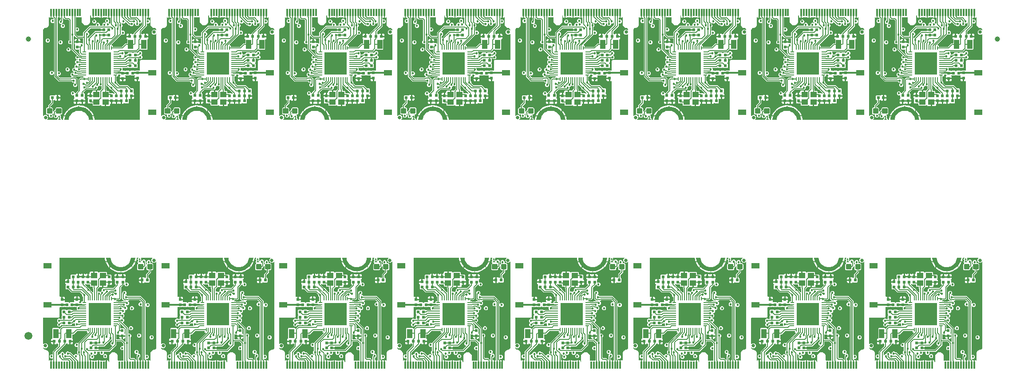
<source format=gtl>
G04 EAGLE Gerber RS-274X export*
G75*
%MOMM*%
%FSLAX34Y34*%
%LPD*%
%INTop Copper*%
%IPPOS*%
%AMOC8*
5,1,8,0,0,1.08239X$1,22.5*%
G01*
%ADD10C,0.152400*%
%ADD11R,0.600000X0.600000*%
%ADD12C,0.300000*%
%ADD13R,0.350000X1.450000*%
%ADD14C,0.454000*%
%ADD15C,0.101600*%
%ADD16R,0.800000X0.230000*%
%ADD17R,0.230000X0.800000*%
%ADD18R,4.300000X4.300000*%
%ADD19R,1.200000X1.100000*%
%ADD20R,1.000000X1.800000*%
%ADD21C,0.635000*%
%ADD22R,1.500000X1.000000*%
%ADD23C,1.000000*%
%ADD24C,1.500000*%
%ADD25C,0.127000*%
%ADD26C,0.330200*%
%ADD27C,0.228600*%

G36*
X1604227Y480671D02*
X1604227Y480671D01*
X1604293Y480673D01*
X1604337Y480691D01*
X1604383Y480699D01*
X1604440Y480733D01*
X1604501Y480758D01*
X1604536Y480789D01*
X1604576Y480814D01*
X1604618Y480865D01*
X1604666Y480909D01*
X1604688Y480951D01*
X1604718Y480988D01*
X1604739Y481050D01*
X1604769Y481109D01*
X1604777Y481163D01*
X1604790Y481200D01*
X1604789Y481240D01*
X1604797Y481294D01*
X1604797Y483039D01*
X1605901Y484143D01*
X1605918Y484169D01*
X1605942Y484189D01*
X1605982Y484260D01*
X1606029Y484327D01*
X1606036Y484357D01*
X1606052Y484384D01*
X1606064Y484465D01*
X1606085Y484545D01*
X1606081Y484575D01*
X1606086Y484606D01*
X1606070Y484686D01*
X1606061Y484768D01*
X1606048Y484796D01*
X1606042Y484826D01*
X1605982Y484928D01*
X1605962Y484969D01*
X1605954Y484976D01*
X1605947Y484988D01*
X1605452Y485608D01*
X1605376Y485674D01*
X1605303Y485743D01*
X1605292Y485747D01*
X1605283Y485755D01*
X1605189Y485791D01*
X1605096Y485830D01*
X1605084Y485831D01*
X1605073Y485835D01*
X1604972Y485836D01*
X1604872Y485840D01*
X1604861Y485836D01*
X1604849Y485836D01*
X1604754Y485802D01*
X1604659Y485771D01*
X1604648Y485763D01*
X1604638Y485760D01*
X1604603Y485730D01*
X1604508Y485660D01*
X1603118Y484270D01*
X1599975Y484270D01*
X1597752Y486493D01*
X1597752Y488543D01*
X1597744Y488584D01*
X1597746Y488627D01*
X1597724Y488694D01*
X1597712Y488764D01*
X1597690Y488800D01*
X1597677Y488840D01*
X1597624Y488913D01*
X1597598Y488957D01*
X1597582Y488970D01*
X1597566Y488991D01*
X1597482Y489075D01*
X1597482Y492581D01*
X1597466Y492669D01*
X1597457Y492758D01*
X1597446Y492779D01*
X1597442Y492802D01*
X1597397Y492879D01*
X1597357Y492959D01*
X1597340Y492975D01*
X1597328Y492995D01*
X1597259Y493052D01*
X1597194Y493113D01*
X1597172Y493122D01*
X1597154Y493137D01*
X1597069Y493165D01*
X1596987Y493200D01*
X1596964Y493201D01*
X1596941Y493209D01*
X1596852Y493206D01*
X1596763Y493210D01*
X1596741Y493203D01*
X1596717Y493202D01*
X1596634Y493169D01*
X1596550Y493141D01*
X1596528Y493126D01*
X1596509Y493118D01*
X1596472Y493084D01*
X1596399Y493030D01*
X1595497Y492128D01*
X1595459Y492074D01*
X1595414Y492026D01*
X1595396Y491982D01*
X1595369Y491944D01*
X1595353Y491880D01*
X1595327Y491819D01*
X1595325Y491772D01*
X1595313Y491726D01*
X1595320Y491661D01*
X1595317Y491595D01*
X1595331Y491550D01*
X1595336Y491503D01*
X1595365Y491444D01*
X1595385Y491382D01*
X1595418Y491337D01*
X1595436Y491302D01*
X1595464Y491275D01*
X1595497Y491231D01*
X1596186Y490542D01*
X1596186Y487398D01*
X1593963Y485175D01*
X1590820Y485175D01*
X1588597Y487398D01*
X1588597Y490681D01*
X1588585Y490746D01*
X1588583Y490812D01*
X1588565Y490855D01*
X1588557Y490902D01*
X1588523Y490959D01*
X1588499Y491019D01*
X1588467Y491054D01*
X1588443Y491095D01*
X1588392Y491137D01*
X1588347Y491185D01*
X1588305Y491207D01*
X1588269Y491236D01*
X1588206Y491257D01*
X1588148Y491288D01*
X1588093Y491296D01*
X1588056Y491308D01*
X1588017Y491307D01*
X1587962Y491315D01*
X1585178Y491315D01*
X1583407Y493087D01*
X1583407Y502593D01*
X1585178Y504365D01*
X1587137Y504365D01*
X1587202Y504376D01*
X1587268Y504378D01*
X1587312Y504396D01*
X1587358Y504404D01*
X1587415Y504438D01*
X1587476Y504463D01*
X1587511Y504494D01*
X1587551Y504519D01*
X1587593Y504570D01*
X1587641Y504614D01*
X1587663Y504656D01*
X1587693Y504693D01*
X1587714Y504755D01*
X1587744Y504814D01*
X1587752Y504868D01*
X1587765Y504905D01*
X1587764Y504945D01*
X1587772Y504999D01*
X1587772Y509015D01*
X1592626Y513869D01*
X1592650Y513904D01*
X1592681Y513932D01*
X1592714Y513995D01*
X1592754Y514053D01*
X1592765Y514094D01*
X1592784Y514132D01*
X1592797Y514222D01*
X1592810Y514270D01*
X1592808Y514291D01*
X1592812Y514317D01*
X1592812Y518081D01*
X1592800Y518146D01*
X1592798Y518212D01*
X1592780Y518255D01*
X1592772Y518302D01*
X1592738Y518359D01*
X1592714Y518419D01*
X1592682Y518454D01*
X1592658Y518495D01*
X1592607Y518537D01*
X1592562Y518585D01*
X1592520Y518607D01*
X1592484Y518636D01*
X1592421Y518657D01*
X1592363Y518688D01*
X1592308Y518696D01*
X1592271Y518708D01*
X1592232Y518707D01*
X1592177Y518715D01*
X1591340Y518715D01*
X1590447Y519608D01*
X1590447Y526872D01*
X1591340Y527765D01*
X1598603Y527765D01*
X1598852Y527516D01*
X1598882Y527495D01*
X1598906Y527468D01*
X1598973Y527431D01*
X1599036Y527387D01*
X1599071Y527378D01*
X1599103Y527361D01*
X1599179Y527351D01*
X1599254Y527332D01*
X1599290Y527335D01*
X1599326Y527330D01*
X1599400Y527347D01*
X1599477Y527355D01*
X1599509Y527371D01*
X1599545Y527379D01*
X1599609Y527420D01*
X1599678Y527454D01*
X1599703Y527481D01*
X1599733Y527500D01*
X1599798Y527581D01*
X1599832Y527617D01*
X1599838Y527632D01*
X1599850Y527647D01*
X1599938Y527800D01*
X1600411Y528273D01*
X1600991Y528608D01*
X1601637Y528781D01*
X1603702Y528781D01*
X1603702Y523875D01*
X1603714Y523810D01*
X1603716Y523745D01*
X1603734Y523701D01*
X1603742Y523654D01*
X1603775Y523598D01*
X1603800Y523537D01*
X1603832Y523502D01*
X1603856Y523461D01*
X1603907Y523420D01*
X1603951Y523371D01*
X1603994Y523349D01*
X1604030Y523320D01*
X1604092Y523299D01*
X1604151Y523269D01*
X1604206Y523260D01*
X1604243Y523248D01*
X1604282Y523249D01*
X1604336Y523241D01*
X1604972Y523241D01*
X1604972Y523239D01*
X1604336Y523239D01*
X1604272Y523227D01*
X1604206Y523226D01*
X1604162Y523208D01*
X1604116Y523199D01*
X1604059Y523166D01*
X1603998Y523141D01*
X1603963Y523109D01*
X1603922Y523085D01*
X1603881Y523034D01*
X1603832Y522990D01*
X1603811Y522948D01*
X1603781Y522911D01*
X1603760Y522849D01*
X1603730Y522790D01*
X1603722Y522736D01*
X1603709Y522699D01*
X1603710Y522659D01*
X1603702Y522605D01*
X1603702Y517699D01*
X1601637Y517699D01*
X1600991Y517872D01*
X1600411Y518207D01*
X1599938Y518680D01*
X1599850Y518833D01*
X1599827Y518861D01*
X1599810Y518893D01*
X1599755Y518946D01*
X1599705Y519004D01*
X1599674Y519022D01*
X1599647Y519047D01*
X1599577Y519077D01*
X1599510Y519115D01*
X1599474Y519120D01*
X1599441Y519135D01*
X1599364Y519138D01*
X1599288Y519150D01*
X1599253Y519143D01*
X1599216Y519145D01*
X1599143Y519121D01*
X1599068Y519106D01*
X1599037Y519087D01*
X1599003Y519076D01*
X1598920Y519015D01*
X1598877Y518988D01*
X1598868Y518976D01*
X1598852Y518964D01*
X1598603Y518715D01*
X1597765Y518715D01*
X1597701Y518704D01*
X1597635Y518702D01*
X1597591Y518684D01*
X1597545Y518676D01*
X1597488Y518642D01*
X1597427Y518617D01*
X1597392Y518586D01*
X1597351Y518561D01*
X1597310Y518510D01*
X1597261Y518466D01*
X1597240Y518424D01*
X1597210Y518387D01*
X1597189Y518325D01*
X1597159Y518266D01*
X1597151Y518212D01*
X1597138Y518175D01*
X1597138Y518174D01*
X1597139Y518135D01*
X1597131Y518081D01*
X1597131Y512265D01*
X1592277Y507411D01*
X1592253Y507376D01*
X1592221Y507348D01*
X1592189Y507285D01*
X1592149Y507227D01*
X1592138Y507186D01*
X1592119Y507148D01*
X1592105Y507058D01*
X1592093Y507010D01*
X1592095Y506989D01*
X1592091Y506963D01*
X1592091Y504999D01*
X1592103Y504934D01*
X1592105Y504868D01*
X1592122Y504825D01*
X1592131Y504778D01*
X1592164Y504721D01*
X1592189Y504661D01*
X1592221Y504626D01*
X1592245Y504585D01*
X1592296Y504543D01*
X1592340Y504495D01*
X1592382Y504473D01*
X1592419Y504444D01*
X1592481Y504423D01*
X1592540Y504392D01*
X1592594Y504384D01*
X1592632Y504372D01*
X1592671Y504373D01*
X1592725Y504365D01*
X1594684Y504365D01*
X1596456Y502593D01*
X1596456Y497640D01*
X1596472Y497553D01*
X1596481Y497464D01*
X1596492Y497443D01*
X1596496Y497419D01*
X1596541Y497343D01*
X1596581Y497263D01*
X1596598Y497247D01*
X1596610Y497226D01*
X1596679Y497170D01*
X1596744Y497109D01*
X1596766Y497100D01*
X1596784Y497085D01*
X1596868Y497056D01*
X1596950Y497022D01*
X1596974Y497021D01*
X1596997Y497013D01*
X1597086Y497016D01*
X1597175Y497012D01*
X1597197Y497019D01*
X1597221Y497020D01*
X1597303Y497053D01*
X1597388Y497080D01*
X1597409Y497096D01*
X1597429Y497104D01*
X1597466Y497138D01*
X1597539Y497192D01*
X1598933Y498586D01*
X1600354Y500007D01*
X1600377Y500011D01*
X1600443Y500013D01*
X1600487Y500031D01*
X1600533Y500039D01*
X1600590Y500073D01*
X1600651Y500098D01*
X1600686Y500129D01*
X1600726Y500154D01*
X1600768Y500205D01*
X1600816Y500249D01*
X1600838Y500291D01*
X1600868Y500328D01*
X1600889Y500390D01*
X1600919Y500449D01*
X1600927Y500503D01*
X1600940Y500540D01*
X1600939Y500580D01*
X1600947Y500634D01*
X1600947Y502593D01*
X1602718Y504365D01*
X1612224Y504365D01*
X1613996Y502593D01*
X1613996Y493087D01*
X1612224Y491315D01*
X1611070Y491315D01*
X1611017Y491306D01*
X1610963Y491306D01*
X1610907Y491286D01*
X1610850Y491276D01*
X1610803Y491248D01*
X1610752Y491229D01*
X1610707Y491191D01*
X1610656Y491161D01*
X1610622Y491119D01*
X1610581Y491084D01*
X1610552Y491033D01*
X1610515Y490987D01*
X1610498Y490936D01*
X1610471Y490888D01*
X1610462Y490830D01*
X1610443Y490775D01*
X1610445Y490720D01*
X1610436Y490667D01*
X1610448Y490609D01*
X1610450Y490550D01*
X1610470Y490500D01*
X1610481Y490447D01*
X1610517Y490385D01*
X1610534Y490343D01*
X1610555Y490320D01*
X1610575Y490285D01*
X1610602Y490251D01*
X1610625Y490231D01*
X1610649Y490199D01*
X1611221Y489627D01*
X1611226Y489603D01*
X1611244Y489500D01*
X1611248Y489494D01*
X1611249Y489486D01*
X1611297Y489404D01*
X1611208Y488604D01*
X1611210Y488574D01*
X1611205Y488534D01*
X1611205Y485013D01*
X1611216Y484948D01*
X1611218Y484882D01*
X1611236Y484839D01*
X1611244Y484792D01*
X1611278Y484735D01*
X1611302Y484675D01*
X1611334Y484640D01*
X1611358Y484599D01*
X1611409Y484557D01*
X1611454Y484509D01*
X1611496Y484487D01*
X1611533Y484458D01*
X1611595Y484437D01*
X1611653Y484406D01*
X1611675Y484403D01*
X1613039Y483039D01*
X1613039Y481294D01*
X1613051Y481229D01*
X1613053Y481163D01*
X1613070Y481120D01*
X1613079Y481073D01*
X1613112Y481016D01*
X1613137Y480956D01*
X1613169Y480921D01*
X1613193Y480880D01*
X1613244Y480838D01*
X1613288Y480790D01*
X1613330Y480768D01*
X1613367Y480739D01*
X1613429Y480718D01*
X1613488Y480687D01*
X1613542Y480679D01*
X1613580Y480667D01*
X1613619Y480668D01*
X1613673Y480660D01*
X1614626Y480660D01*
X1614691Y480671D01*
X1614757Y480673D01*
X1614801Y480691D01*
X1614847Y480699D01*
X1614904Y480733D01*
X1614965Y480758D01*
X1615000Y480789D01*
X1615040Y480814D01*
X1615082Y480865D01*
X1615130Y480909D01*
X1615152Y480951D01*
X1615182Y480988D01*
X1615203Y481050D01*
X1615233Y481109D01*
X1615241Y481163D01*
X1615254Y481200D01*
X1615253Y481240D01*
X1615261Y481294D01*
X1615261Y481367D01*
X1615286Y481463D01*
X1615290Y481504D01*
X1615304Y481560D01*
X1615457Y483006D01*
X1616200Y486368D01*
X1616711Y487866D01*
X1619470Y487866D01*
X1618535Y485077D01*
X1618535Y485067D01*
X1618526Y485042D01*
X1617806Y481044D01*
X1617810Y481005D01*
X1617804Y480967D01*
X1617818Y480937D01*
X1617821Y480905D01*
X1617845Y480875D01*
X1617861Y480839D01*
X1617888Y480821D01*
X1617908Y480796D01*
X1617945Y480783D01*
X1617978Y480762D01*
X1618033Y480754D01*
X1618041Y480751D01*
X1618044Y480752D01*
X1618051Y480751D01*
X1626051Y480751D01*
X1626052Y480751D01*
X1626115Y480769D01*
X1626186Y480790D01*
X1626229Y480840D01*
X1626278Y480895D01*
X1626278Y480896D01*
X1626298Y480967D01*
X1626680Y483829D01*
X1627499Y486578D01*
X1628738Y489164D01*
X1630366Y491525D01*
X1632344Y493603D01*
X1634622Y495345D01*
X1637145Y496709D01*
X1639850Y497662D01*
X1642671Y498180D01*
X1645551Y498251D01*
X1648432Y498180D01*
X1651253Y497662D01*
X1653958Y496709D01*
X1656481Y495345D01*
X1658759Y493603D01*
X1660736Y491525D01*
X1662365Y489164D01*
X1663604Y486578D01*
X1664423Y483829D01*
X1664804Y480967D01*
X1664836Y480895D01*
X1664861Y480839D01*
X1664922Y480799D01*
X1664977Y480762D01*
X1664978Y480762D01*
X1665051Y480751D01*
X1666230Y480751D01*
X1666245Y480739D01*
X1666307Y480718D01*
X1666366Y480687D01*
X1666420Y480679D01*
X1666458Y480667D01*
X1666497Y480668D01*
X1666551Y480660D01*
X1666552Y480660D01*
X1666616Y480671D01*
X1666682Y480673D01*
X1666726Y480691D01*
X1666772Y480699D01*
X1666829Y480733D01*
X1666873Y480751D01*
X1673051Y480751D01*
X1673088Y480762D01*
X1673126Y480762D01*
X1673154Y480781D01*
X1673186Y480790D01*
X1673211Y480819D01*
X1673243Y480840D01*
X1673256Y480870D01*
X1673278Y480895D01*
X1673283Y480933D01*
X1673299Y480968D01*
X1673297Y481026D01*
X1673298Y481033D01*
X1673297Y481036D01*
X1673297Y481042D01*
X1672604Y485053D01*
X1672599Y485062D01*
X1672595Y485089D01*
X1671680Y487866D01*
X1674437Y487866D01*
X1675027Y486008D01*
X1675050Y485898D01*
X1675673Y482867D01*
X1675801Y481552D01*
X1675813Y481512D01*
X1675820Y481450D01*
X1675842Y481367D01*
X1675842Y481294D01*
X1675854Y481229D01*
X1675856Y481163D01*
X1675873Y481120D01*
X1675882Y481073D01*
X1675915Y481016D01*
X1675940Y480956D01*
X1675972Y480921D01*
X1675996Y480880D01*
X1676047Y480838D01*
X1676091Y480790D01*
X1676133Y480768D01*
X1676170Y480739D01*
X1676232Y480718D01*
X1676291Y480687D01*
X1676345Y480679D01*
X1676383Y480667D01*
X1676422Y480668D01*
X1676476Y480660D01*
X1761388Y480660D01*
X1761453Y480671D01*
X1761519Y480673D01*
X1761563Y480691D01*
X1761609Y480699D01*
X1761666Y480733D01*
X1761727Y480758D01*
X1761762Y480789D01*
X1761802Y480814D01*
X1761844Y480865D01*
X1761892Y480909D01*
X1761914Y480951D01*
X1761944Y480988D01*
X1761965Y481050D01*
X1761995Y481109D01*
X1762003Y481163D01*
X1762016Y481200D01*
X1762015Y481240D01*
X1762023Y481294D01*
X1762023Y554368D01*
X1762016Y554404D01*
X1762019Y554440D01*
X1761997Y554513D01*
X1761983Y554589D01*
X1761965Y554620D01*
X1761954Y554655D01*
X1761908Y554716D01*
X1761869Y554782D01*
X1761841Y554805D01*
X1761819Y554834D01*
X1761754Y554875D01*
X1761695Y554924D01*
X1761660Y554935D01*
X1761630Y554955D01*
X1761555Y554971D01*
X1761482Y554995D01*
X1761446Y554994D01*
X1761410Y555002D01*
X1761307Y554990D01*
X1761258Y554989D01*
X1761243Y554983D01*
X1761224Y554981D01*
X1760786Y554863D01*
X1758721Y554863D01*
X1758721Y559769D01*
X1758709Y559834D01*
X1758707Y559899D01*
X1758689Y559943D01*
X1758681Y559990D01*
X1758647Y560046D01*
X1758623Y560107D01*
X1758591Y560142D01*
X1758567Y560183D01*
X1758516Y560224D01*
X1758471Y560273D01*
X1758429Y560295D01*
X1758393Y560324D01*
X1758330Y560345D01*
X1758272Y560375D01*
X1758217Y560384D01*
X1758180Y560396D01*
X1758141Y560395D01*
X1758086Y560403D01*
X1757451Y560403D01*
X1757451Y561039D01*
X1757439Y561104D01*
X1757437Y561169D01*
X1757419Y561213D01*
X1757411Y561260D01*
X1757377Y561317D01*
X1757353Y561377D01*
X1757321Y561412D01*
X1757297Y561453D01*
X1757246Y561494D01*
X1757201Y561543D01*
X1757159Y561565D01*
X1757123Y561594D01*
X1757060Y561615D01*
X1757002Y561645D01*
X1756947Y561654D01*
X1756910Y561666D01*
X1756871Y561665D01*
X1756816Y561673D01*
X1751911Y561673D01*
X1751911Y563739D01*
X1752084Y564385D01*
X1752303Y564764D01*
X1752305Y564770D01*
X1752309Y564775D01*
X1752343Y564875D01*
X1752379Y564975D01*
X1752379Y564981D01*
X1752381Y564987D01*
X1752378Y565093D01*
X1752377Y565199D01*
X1752374Y565205D01*
X1752374Y565212D01*
X1752335Y565309D01*
X1752296Y565409D01*
X1752292Y565414D01*
X1752290Y565419D01*
X1752218Y565498D01*
X1752148Y565577D01*
X1752143Y565580D01*
X1752138Y565585D01*
X1752044Y565634D01*
X1751951Y565684D01*
X1751945Y565685D01*
X1751939Y565688D01*
X1751754Y565715D01*
X1744670Y565715D01*
X1743750Y566635D01*
X1743696Y566673D01*
X1743648Y566718D01*
X1743604Y566736D01*
X1743566Y566763D01*
X1743502Y566780D01*
X1743441Y566805D01*
X1743394Y566807D01*
X1743348Y566819D01*
X1743283Y566812D01*
X1743217Y566815D01*
X1743172Y566801D01*
X1743125Y566796D01*
X1743066Y566767D01*
X1743004Y566747D01*
X1742959Y566714D01*
X1742924Y566697D01*
X1742897Y566668D01*
X1742853Y566635D01*
X1741933Y565715D01*
X1734809Y565715D01*
X1734802Y565714D01*
X1734796Y565715D01*
X1734692Y565694D01*
X1734588Y565676D01*
X1734582Y565672D01*
X1734576Y565671D01*
X1734486Y565616D01*
X1734395Y565561D01*
X1734391Y565557D01*
X1734385Y565553D01*
X1734320Y565470D01*
X1734253Y565387D01*
X1734251Y565381D01*
X1734247Y565376D01*
X1734215Y565275D01*
X1734181Y565175D01*
X1734182Y565168D01*
X1734180Y565162D01*
X1734185Y565056D01*
X1734188Y564950D01*
X1734190Y564945D01*
X1734191Y564938D01*
X1734259Y564764D01*
X1734625Y564131D01*
X1734798Y563485D01*
X1734798Y561419D01*
X1729893Y561419D01*
X1729828Y561408D01*
X1729762Y561406D01*
X1729718Y561388D01*
X1729672Y561379D01*
X1729615Y561346D01*
X1729554Y561321D01*
X1729519Y561289D01*
X1729478Y561265D01*
X1729437Y561214D01*
X1729388Y561170D01*
X1729367Y561128D01*
X1729337Y561091D01*
X1729316Y561029D01*
X1729286Y560970D01*
X1729278Y560916D01*
X1729265Y560879D01*
X1729266Y560839D01*
X1729258Y560785D01*
X1729258Y560149D01*
X1729257Y560149D01*
X1729257Y560785D01*
X1729245Y560850D01*
X1729243Y560915D01*
X1729225Y560959D01*
X1729217Y561006D01*
X1729183Y561063D01*
X1729159Y561123D01*
X1729127Y561158D01*
X1729103Y561199D01*
X1729052Y561240D01*
X1729007Y561289D01*
X1728965Y561311D01*
X1728929Y561340D01*
X1728866Y561361D01*
X1728808Y561391D01*
X1728753Y561400D01*
X1728716Y561412D01*
X1728677Y561411D01*
X1728622Y561419D01*
X1723717Y561419D01*
X1723717Y563485D01*
X1723890Y564131D01*
X1724224Y564710D01*
X1724697Y565183D01*
X1724850Y565271D01*
X1724878Y565295D01*
X1724911Y565311D01*
X1724963Y565367D01*
X1725022Y565416D01*
X1725040Y565448D01*
X1725065Y565474D01*
X1725094Y565545D01*
X1725132Y565612D01*
X1725138Y565647D01*
X1725152Y565681D01*
X1725155Y565757D01*
X1725168Y565833D01*
X1725160Y565869D01*
X1725162Y565905D01*
X1725139Y565978D01*
X1725124Y566053D01*
X1725104Y566084D01*
X1725093Y566119D01*
X1725032Y566202D01*
X1725006Y566244D01*
X1724993Y566254D01*
X1724982Y566269D01*
X1724733Y566518D01*
X1724733Y566690D01*
X1724721Y566755D01*
X1724719Y566821D01*
X1724701Y566864D01*
X1724693Y566911D01*
X1724659Y566968D01*
X1724635Y567028D01*
X1724603Y567063D01*
X1724579Y567104D01*
X1724528Y567146D01*
X1724483Y567194D01*
X1724441Y567216D01*
X1724405Y567245D01*
X1724342Y567266D01*
X1724284Y567297D01*
X1724229Y567305D01*
X1724192Y567317D01*
X1724153Y567316D01*
X1724098Y567324D01*
X1721210Y567324D01*
X1721146Y567313D01*
X1721080Y567311D01*
X1721036Y567293D01*
X1720990Y567285D01*
X1720933Y567251D01*
X1720872Y567226D01*
X1720837Y567195D01*
X1720796Y567170D01*
X1720755Y567119D01*
X1720706Y567075D01*
X1720685Y567033D01*
X1720655Y566996D01*
X1720634Y566934D01*
X1720604Y566875D01*
X1720596Y566821D01*
X1720583Y566784D01*
X1720584Y566744D01*
X1720576Y566690D01*
X1720576Y564718D01*
X1719683Y563825D01*
X1717845Y563825D01*
X1717781Y563814D01*
X1717715Y563812D01*
X1717671Y563794D01*
X1717625Y563786D01*
X1717568Y563752D01*
X1717507Y563727D01*
X1717472Y563696D01*
X1717431Y563671D01*
X1717390Y563620D01*
X1717341Y563576D01*
X1717320Y563534D01*
X1717290Y563497D01*
X1717269Y563435D01*
X1717239Y563376D01*
X1717231Y563322D01*
X1717218Y563285D01*
X1717219Y563245D01*
X1717211Y563191D01*
X1717211Y555980D01*
X1717219Y555938D01*
X1717217Y555895D01*
X1717238Y555828D01*
X1717251Y555759D01*
X1717272Y555722D01*
X1717285Y555682D01*
X1717339Y555609D01*
X1717365Y555566D01*
X1717381Y555552D01*
X1717397Y555531D01*
X1719116Y553812D01*
X1719116Y551762D01*
X1719124Y551720D01*
X1719122Y551678D01*
X1719143Y551611D01*
X1719156Y551541D01*
X1719177Y551505D01*
X1719190Y551464D01*
X1719244Y551392D01*
X1719270Y551348D01*
X1719286Y551335D01*
X1719302Y551314D01*
X1723440Y547176D01*
X1723475Y547151D01*
X1723504Y547120D01*
X1723567Y547088D01*
X1723624Y547047D01*
X1723666Y547037D01*
X1723703Y547017D01*
X1723793Y547004D01*
X1723842Y546991D01*
X1723863Y546994D01*
X1723889Y546990D01*
X1739296Y546990D01*
X1745055Y541231D01*
X1745090Y541206D01*
X1745119Y541175D01*
X1745182Y541143D01*
X1745239Y541102D01*
X1745281Y541092D01*
X1745318Y541072D01*
X1745408Y541059D01*
X1745457Y541046D01*
X1745478Y541049D01*
X1745504Y541045D01*
X1749503Y541045D01*
X1750396Y540152D01*
X1750396Y532888D01*
X1750147Y532639D01*
X1750126Y532609D01*
X1750099Y532586D01*
X1750063Y532518D01*
X1750019Y532455D01*
X1750010Y532420D01*
X1749993Y532388D01*
X1749982Y532312D01*
X1749963Y532238D01*
X1749967Y532202D01*
X1749962Y532166D01*
X1749978Y532091D01*
X1749986Y532015D01*
X1750002Y531982D01*
X1750010Y531947D01*
X1750052Y531882D01*
X1750086Y531813D01*
X1750112Y531789D01*
X1750132Y531758D01*
X1750213Y531694D01*
X1750249Y531660D01*
X1750263Y531653D01*
X1750278Y531641D01*
X1750431Y531553D01*
X1750904Y531080D01*
X1751239Y530501D01*
X1751412Y529855D01*
X1751412Y527789D01*
X1746507Y527789D01*
X1746442Y527778D01*
X1746376Y527776D01*
X1746332Y527758D01*
X1746286Y527749D01*
X1746229Y527716D01*
X1746168Y527691D01*
X1746133Y527659D01*
X1746092Y527635D01*
X1746051Y527584D01*
X1746002Y527540D01*
X1745981Y527498D01*
X1745951Y527461D01*
X1745930Y527399D01*
X1745900Y527340D01*
X1745892Y527286D01*
X1745879Y527249D01*
X1745880Y527209D01*
X1745872Y527155D01*
X1745872Y526519D01*
X1745236Y526519D01*
X1745172Y526507D01*
X1745106Y526506D01*
X1745062Y526488D01*
X1745016Y526479D01*
X1744959Y526446D01*
X1744898Y526421D01*
X1744863Y526389D01*
X1744822Y526365D01*
X1744781Y526314D01*
X1744732Y526270D01*
X1744711Y526228D01*
X1744681Y526191D01*
X1744660Y526129D01*
X1744630Y526070D01*
X1744622Y526016D01*
X1744609Y525979D01*
X1744610Y525939D01*
X1744602Y525885D01*
X1744602Y520979D01*
X1742537Y520979D01*
X1741810Y521174D01*
X1741786Y521176D01*
X1741750Y521189D01*
X1741742Y521189D01*
X1741734Y521192D01*
X1741633Y521189D01*
X1741586Y521193D01*
X1741571Y521189D01*
X1741526Y521188D01*
X1741518Y521186D01*
X1741510Y521185D01*
X1741414Y521146D01*
X1741398Y521140D01*
X1741370Y521133D01*
X1741363Y521127D01*
X1741316Y521109D01*
X1741310Y521104D01*
X1741302Y521101D01*
X1741225Y521031D01*
X1741202Y521010D01*
X1741189Y521001D01*
X1741186Y520997D01*
X1741146Y520962D01*
X1741142Y520955D01*
X1741136Y520950D01*
X1741089Y520857D01*
X1741071Y520824D01*
X1741064Y520814D01*
X1741063Y520810D01*
X1741039Y520765D01*
X1741038Y520757D01*
X1741034Y520750D01*
X1741006Y520565D01*
X1741006Y513478D01*
X1740113Y512585D01*
X1732850Y512585D01*
X1732601Y512834D01*
X1732571Y512855D01*
X1732547Y512882D01*
X1732479Y512919D01*
X1732416Y512963D01*
X1732381Y512972D01*
X1732349Y512989D01*
X1732273Y512999D01*
X1732199Y513018D01*
X1732163Y513015D01*
X1732127Y513020D01*
X1732052Y513003D01*
X1731976Y512995D01*
X1731943Y512979D01*
X1731908Y512971D01*
X1731844Y512930D01*
X1731775Y512896D01*
X1731750Y512869D01*
X1731720Y512850D01*
X1731655Y512769D01*
X1731621Y512733D01*
X1731615Y512718D01*
X1731603Y512703D01*
X1731514Y512550D01*
X1731042Y512077D01*
X1730462Y511742D01*
X1729816Y511569D01*
X1727751Y511569D01*
X1727751Y516475D01*
X1727739Y516540D01*
X1727737Y516605D01*
X1727719Y516649D01*
X1727711Y516696D01*
X1727677Y516752D01*
X1727653Y516813D01*
X1727621Y516848D01*
X1727597Y516889D01*
X1727546Y516930D01*
X1727501Y516979D01*
X1727459Y517001D01*
X1727423Y517030D01*
X1727360Y517051D01*
X1727302Y517081D01*
X1727247Y517090D01*
X1727210Y517102D01*
X1727171Y517101D01*
X1727116Y517109D01*
X1726481Y517109D01*
X1726481Y517745D01*
X1726469Y517810D01*
X1726467Y517875D01*
X1726449Y517919D01*
X1726441Y517966D01*
X1726407Y518023D01*
X1726383Y518083D01*
X1726351Y518118D01*
X1726327Y518159D01*
X1726276Y518200D01*
X1726231Y518249D01*
X1726189Y518271D01*
X1726153Y518300D01*
X1726090Y518321D01*
X1726032Y518351D01*
X1725977Y518360D01*
X1725940Y518372D01*
X1725901Y518371D01*
X1725846Y518379D01*
X1720516Y518379D01*
X1720492Y518391D01*
X1720437Y518400D01*
X1720400Y518412D01*
X1720361Y518411D01*
X1720306Y518419D01*
X1717927Y518419D01*
X1717862Y518408D01*
X1717796Y518406D01*
X1717752Y518388D01*
X1717706Y518379D01*
X1717649Y518346D01*
X1717588Y518321D01*
X1717553Y518289D01*
X1717512Y518265D01*
X1717471Y518214D01*
X1717422Y518170D01*
X1717401Y518128D01*
X1717371Y518091D01*
X1717350Y518029D01*
X1717320Y517970D01*
X1717312Y517916D01*
X1717299Y517879D01*
X1717300Y517839D01*
X1717292Y517785D01*
X1717292Y517149D01*
X1717291Y517149D01*
X1717291Y517785D01*
X1717279Y517850D01*
X1717277Y517915D01*
X1717259Y517959D01*
X1717251Y518006D01*
X1717217Y518063D01*
X1717193Y518123D01*
X1717161Y518158D01*
X1717137Y518199D01*
X1717086Y518240D01*
X1717041Y518289D01*
X1716999Y518311D01*
X1716963Y518340D01*
X1716900Y518361D01*
X1716842Y518391D01*
X1716787Y518400D01*
X1716750Y518412D01*
X1716711Y518411D01*
X1716656Y518419D01*
X1711250Y518419D01*
X1711247Y518420D01*
X1711210Y518432D01*
X1711171Y518431D01*
X1711116Y518439D01*
X1708627Y518439D01*
X1708562Y518428D01*
X1708496Y518426D01*
X1708452Y518408D01*
X1708406Y518399D01*
X1708349Y518366D01*
X1708288Y518341D01*
X1708253Y518309D01*
X1708212Y518285D01*
X1708171Y518234D01*
X1708122Y518190D01*
X1708101Y518148D01*
X1708071Y518111D01*
X1708050Y518049D01*
X1708020Y517990D01*
X1708012Y517936D01*
X1707999Y517899D01*
X1708000Y517859D01*
X1707992Y517805D01*
X1707992Y517169D01*
X1707356Y517169D01*
X1707292Y517157D01*
X1707226Y517156D01*
X1707182Y517138D01*
X1707136Y517129D01*
X1707079Y517096D01*
X1707018Y517071D01*
X1706983Y517039D01*
X1706942Y517015D01*
X1706901Y516964D01*
X1706852Y516920D01*
X1706831Y516878D01*
X1706801Y516841D01*
X1706780Y516779D01*
X1706750Y516720D01*
X1706742Y516666D01*
X1706729Y516629D01*
X1706730Y516589D01*
X1706722Y516535D01*
X1706722Y511629D01*
X1705606Y511629D01*
X1705542Y511618D01*
X1705476Y511616D01*
X1705432Y511598D01*
X1705386Y511590D01*
X1705329Y511556D01*
X1705268Y511531D01*
X1705233Y511500D01*
X1705192Y511475D01*
X1705151Y511424D01*
X1705102Y511380D01*
X1705081Y511338D01*
X1705051Y511301D01*
X1705030Y511239D01*
X1705000Y511180D01*
X1704992Y511126D01*
X1704979Y511089D01*
X1704980Y511049D01*
X1704972Y510995D01*
X1704972Y509135D01*
X1704799Y508489D01*
X1704464Y507910D01*
X1703992Y507437D01*
X1703412Y507102D01*
X1702766Y506929D01*
X1697701Y506929D01*
X1697701Y514335D01*
X1697689Y514400D01*
X1697687Y514465D01*
X1697669Y514509D01*
X1697661Y514556D01*
X1697627Y514612D01*
X1697603Y514673D01*
X1697571Y514708D01*
X1697547Y514749D01*
X1697496Y514790D01*
X1697451Y514839D01*
X1697409Y514861D01*
X1697373Y514890D01*
X1697310Y514911D01*
X1697252Y514941D01*
X1697197Y514950D01*
X1697160Y514962D01*
X1697121Y514961D01*
X1697066Y514969D01*
X1695796Y514969D01*
X1695732Y514957D01*
X1695666Y514956D01*
X1695622Y514938D01*
X1695576Y514929D01*
X1695519Y514896D01*
X1695458Y514871D01*
X1695423Y514839D01*
X1695382Y514815D01*
X1695341Y514764D01*
X1695292Y514720D01*
X1695271Y514678D01*
X1695241Y514641D01*
X1695220Y514579D01*
X1695190Y514520D01*
X1695182Y514466D01*
X1695169Y514429D01*
X1695170Y514389D01*
X1695162Y514335D01*
X1695162Y506929D01*
X1690097Y506929D01*
X1689451Y507102D01*
X1688871Y507437D01*
X1688398Y507910D01*
X1688064Y508489D01*
X1688040Y508577D01*
X1688038Y508583D01*
X1688037Y508589D01*
X1687990Y508684D01*
X1687945Y508780D01*
X1687940Y508785D01*
X1687937Y508790D01*
X1687861Y508862D01*
X1687785Y508937D01*
X1687779Y508940D01*
X1687774Y508944D01*
X1687677Y508985D01*
X1687580Y509029D01*
X1687573Y509029D01*
X1687568Y509032D01*
X1687461Y509036D01*
X1687356Y509043D01*
X1687350Y509041D01*
X1687343Y509042D01*
X1687243Y509009D01*
X1687141Y508979D01*
X1687136Y508975D01*
X1687130Y508973D01*
X1686979Y508861D01*
X1686063Y507945D01*
X1672800Y507945D01*
X1671907Y508838D01*
X1671907Y512011D01*
X1671895Y512076D01*
X1671893Y512142D01*
X1671875Y512185D01*
X1671867Y512232D01*
X1671833Y512289D01*
X1671809Y512349D01*
X1671777Y512384D01*
X1671753Y512425D01*
X1671702Y512467D01*
X1671657Y512515D01*
X1671615Y512537D01*
X1671579Y512566D01*
X1671516Y512587D01*
X1671458Y512618D01*
X1671403Y512626D01*
X1671366Y512638D01*
X1671327Y512637D01*
X1671272Y512645D01*
X1664210Y512645D01*
X1663317Y513538D01*
X1663317Y520802D01*
X1663566Y521051D01*
X1663587Y521081D01*
X1663614Y521104D01*
X1663650Y521172D01*
X1663694Y521235D01*
X1663703Y521270D01*
X1663720Y521302D01*
X1663731Y521378D01*
X1663750Y521452D01*
X1663746Y521488D01*
X1663751Y521524D01*
X1663735Y521599D01*
X1663727Y521675D01*
X1663711Y521708D01*
X1663703Y521743D01*
X1663661Y521808D01*
X1663627Y521877D01*
X1663601Y521901D01*
X1663581Y521932D01*
X1663500Y521996D01*
X1663464Y522030D01*
X1663450Y522037D01*
X1663434Y522049D01*
X1663281Y522137D01*
X1662808Y522610D01*
X1662474Y523189D01*
X1662301Y523835D01*
X1662301Y525901D01*
X1667206Y525901D01*
X1667271Y525912D01*
X1667337Y525914D01*
X1667381Y525932D01*
X1667427Y525940D01*
X1667484Y525974D01*
X1667545Y525999D01*
X1667580Y526031D01*
X1667620Y526055D01*
X1667662Y526106D01*
X1667710Y526150D01*
X1667732Y526192D01*
X1667762Y526229D01*
X1667783Y526291D01*
X1667813Y526350D01*
X1667821Y526404D01*
X1667834Y526441D01*
X1667832Y526481D01*
X1667841Y526535D01*
X1667841Y527171D01*
X1668476Y527171D01*
X1668541Y527183D01*
X1668607Y527184D01*
X1668651Y527202D01*
X1668697Y527211D01*
X1668754Y527244D01*
X1668815Y527269D01*
X1668850Y527301D01*
X1668890Y527325D01*
X1668932Y527376D01*
X1668980Y527420D01*
X1669002Y527462D01*
X1669032Y527499D01*
X1669053Y527561D01*
X1669083Y527620D01*
X1669091Y527674D01*
X1669104Y527711D01*
X1669102Y527751D01*
X1669111Y527805D01*
X1669111Y532711D01*
X1670256Y532711D01*
X1670321Y532722D01*
X1670387Y532724D01*
X1670431Y532742D01*
X1670477Y532750D01*
X1670534Y532784D01*
X1670595Y532809D01*
X1670630Y532840D01*
X1670670Y532865D01*
X1670712Y532916D01*
X1670760Y532960D01*
X1670782Y533002D01*
X1670812Y533039D01*
X1670833Y533101D01*
X1670863Y533160D01*
X1670871Y533214D01*
X1670884Y533251D01*
X1670883Y533291D01*
X1670891Y533345D01*
X1670891Y534805D01*
X1671064Y535451D01*
X1671398Y536030D01*
X1671871Y536503D01*
X1672451Y536838D01*
X1673097Y537011D01*
X1678162Y537011D01*
X1678162Y529605D01*
X1678174Y529540D01*
X1678176Y529475D01*
X1678194Y529431D01*
X1678202Y529384D01*
X1678235Y529328D01*
X1678260Y529267D01*
X1678292Y529232D01*
X1678316Y529191D01*
X1678367Y529150D01*
X1678411Y529101D01*
X1678454Y529079D01*
X1678490Y529050D01*
X1678552Y529029D01*
X1678611Y528999D01*
X1678666Y528990D01*
X1678703Y528978D01*
X1678742Y528979D01*
X1678796Y528971D01*
X1680066Y528971D01*
X1680131Y528983D01*
X1680197Y528984D01*
X1680241Y529002D01*
X1680287Y529011D01*
X1680344Y529044D01*
X1680405Y529069D01*
X1680440Y529101D01*
X1680480Y529125D01*
X1680522Y529176D01*
X1680570Y529220D01*
X1680592Y529262D01*
X1680622Y529299D01*
X1680643Y529361D01*
X1680673Y529420D01*
X1680681Y529474D01*
X1680694Y529511D01*
X1680692Y529551D01*
X1680701Y529605D01*
X1680701Y537011D01*
X1685770Y537011D01*
X1685773Y537009D01*
X1685873Y537005D01*
X1685972Y536996D01*
X1685985Y537000D01*
X1685997Y536999D01*
X1686092Y537030D01*
X1686188Y537057D01*
X1686199Y537064D01*
X1686211Y537068D01*
X1686362Y537179D01*
X1687033Y537851D01*
X1689206Y540024D01*
X1689230Y540059D01*
X1689261Y540087D01*
X1689294Y540150D01*
X1689334Y540208D01*
X1689345Y540249D01*
X1689364Y540287D01*
X1689377Y540377D01*
X1689390Y540425D01*
X1689388Y540446D01*
X1689392Y540472D01*
X1689392Y544781D01*
X1689380Y544846D01*
X1689378Y544912D01*
X1689360Y544955D01*
X1689352Y545002D01*
X1689318Y545059D01*
X1689294Y545119D01*
X1689262Y545154D01*
X1689238Y545195D01*
X1689187Y545237D01*
X1689142Y545285D01*
X1689100Y545307D01*
X1689064Y545336D01*
X1689001Y545357D01*
X1688943Y545388D01*
X1688888Y545396D01*
X1688851Y545408D01*
X1688812Y545407D01*
X1688757Y545415D01*
X1685790Y545415D01*
X1685323Y545881D01*
X1685269Y545919D01*
X1685221Y545964D01*
X1685178Y545983D01*
X1685139Y546010D01*
X1685075Y546026D01*
X1685015Y546052D01*
X1684968Y546054D01*
X1684922Y546065D01*
X1684856Y546059D01*
X1684791Y546062D01*
X1684746Y546047D01*
X1684699Y546042D01*
X1684640Y546013D01*
X1684577Y545993D01*
X1684533Y545960D01*
X1684498Y545943D01*
X1684471Y545914D01*
X1684426Y545881D01*
X1682531Y543986D01*
X1682251Y543986D01*
X1682187Y543975D01*
X1682121Y543973D01*
X1682077Y543955D01*
X1682031Y543947D01*
X1681974Y543913D01*
X1681913Y543888D01*
X1681878Y543857D01*
X1681837Y543832D01*
X1681796Y543781D01*
X1681747Y543737D01*
X1681726Y543695D01*
X1681696Y543658D01*
X1681675Y543596D01*
X1681645Y543537D01*
X1681637Y543483D01*
X1681624Y543446D01*
X1681625Y543406D01*
X1681617Y543352D01*
X1681617Y540718D01*
X1679394Y538495D01*
X1677345Y538495D01*
X1677303Y538488D01*
X1677261Y538490D01*
X1677193Y538468D01*
X1677124Y538456D01*
X1677098Y538440D01*
X1660399Y538440D01*
X1660357Y538433D01*
X1660315Y538435D01*
X1660247Y538413D01*
X1660178Y538401D01*
X1660141Y538379D01*
X1660101Y538366D01*
X1660028Y538312D01*
X1659985Y538286D01*
X1659971Y538270D01*
X1659950Y538254D01*
X1654553Y532857D01*
X1654502Y532784D01*
X1654446Y532715D01*
X1654439Y532693D01*
X1654425Y532673D01*
X1654403Y532587D01*
X1654374Y532503D01*
X1654375Y532479D01*
X1654369Y532456D01*
X1654378Y532367D01*
X1654381Y532278D01*
X1654390Y532256D01*
X1654392Y532233D01*
X1654432Y532153D01*
X1654465Y532071D01*
X1654481Y532053D01*
X1654492Y532032D01*
X1654557Y531971D01*
X1654617Y531905D01*
X1654638Y531894D01*
X1654655Y531878D01*
X1654737Y531843D01*
X1654816Y531802D01*
X1654842Y531799D01*
X1654862Y531790D01*
X1654912Y531788D01*
X1655002Y531775D01*
X1655733Y531775D01*
X1656626Y530882D01*
X1656626Y523618D01*
X1656377Y523369D01*
X1656356Y523339D01*
X1656329Y523316D01*
X1656293Y523248D01*
X1656249Y523185D01*
X1656240Y523150D01*
X1656223Y523118D01*
X1656212Y523042D01*
X1656193Y522968D01*
X1656197Y522932D01*
X1656192Y522896D01*
X1656208Y522821D01*
X1656216Y522745D01*
X1656232Y522712D01*
X1656240Y522677D01*
X1656282Y522612D01*
X1656316Y522543D01*
X1656342Y522519D01*
X1656362Y522488D01*
X1656443Y522424D01*
X1656479Y522390D01*
X1656493Y522383D01*
X1656508Y522371D01*
X1656661Y522283D01*
X1657134Y521810D01*
X1657469Y521231D01*
X1657642Y520585D01*
X1657642Y518519D01*
X1652737Y518519D01*
X1652672Y518508D01*
X1652606Y518506D01*
X1652562Y518488D01*
X1652516Y518479D01*
X1652459Y518446D01*
X1652398Y518421D01*
X1652363Y518389D01*
X1652322Y518365D01*
X1652281Y518314D01*
X1652232Y518270D01*
X1652211Y518228D01*
X1652181Y518191D01*
X1652160Y518129D01*
X1652130Y518070D01*
X1652122Y518016D01*
X1652109Y517979D01*
X1652110Y517939D01*
X1652102Y517885D01*
X1652102Y517249D01*
X1652101Y517249D01*
X1652101Y517885D01*
X1652089Y517950D01*
X1652087Y518015D01*
X1652069Y518059D01*
X1652061Y518106D01*
X1652027Y518163D01*
X1652003Y518223D01*
X1651971Y518258D01*
X1651947Y518299D01*
X1651896Y518340D01*
X1651851Y518389D01*
X1651809Y518411D01*
X1651773Y518440D01*
X1651710Y518461D01*
X1651652Y518491D01*
X1651597Y518500D01*
X1651560Y518512D01*
X1651521Y518511D01*
X1651466Y518519D01*
X1642267Y518519D01*
X1642202Y518508D01*
X1642136Y518506D01*
X1642092Y518488D01*
X1642046Y518479D01*
X1641989Y518446D01*
X1641928Y518421D01*
X1641893Y518389D01*
X1641852Y518365D01*
X1641811Y518314D01*
X1641762Y518270D01*
X1641741Y518228D01*
X1641711Y518191D01*
X1641690Y518129D01*
X1641660Y518070D01*
X1641652Y518016D01*
X1641639Y517979D01*
X1641640Y517939D01*
X1641632Y517885D01*
X1641632Y517249D01*
X1641631Y517249D01*
X1641631Y517885D01*
X1641619Y517950D01*
X1641617Y518015D01*
X1641599Y518059D01*
X1641591Y518106D01*
X1641557Y518163D01*
X1641533Y518223D01*
X1641501Y518258D01*
X1641477Y518299D01*
X1641426Y518340D01*
X1641381Y518389D01*
X1641339Y518411D01*
X1641303Y518440D01*
X1641240Y518461D01*
X1641182Y518491D01*
X1641127Y518500D01*
X1641090Y518512D01*
X1641051Y518511D01*
X1640996Y518519D01*
X1636091Y518519D01*
X1636091Y520585D01*
X1636264Y521231D01*
X1636598Y521810D01*
X1637071Y522283D01*
X1637224Y522371D01*
X1637252Y522395D01*
X1637285Y522411D01*
X1637337Y522467D01*
X1637396Y522516D01*
X1637414Y522548D01*
X1637439Y522574D01*
X1637468Y522645D01*
X1637506Y522712D01*
X1637512Y522747D01*
X1637526Y522781D01*
X1637529Y522857D01*
X1637542Y522933D01*
X1637534Y522969D01*
X1637536Y523005D01*
X1637513Y523078D01*
X1637498Y523153D01*
X1637478Y523184D01*
X1637467Y523219D01*
X1637406Y523302D01*
X1637380Y523344D01*
X1637367Y523354D01*
X1637356Y523369D01*
X1637107Y523618D01*
X1637107Y527332D01*
X1637091Y527419D01*
X1637082Y527508D01*
X1637071Y527529D01*
X1637067Y527552D01*
X1637022Y527629D01*
X1636982Y527709D01*
X1636965Y527725D01*
X1636953Y527746D01*
X1636884Y527802D01*
X1636819Y527863D01*
X1636797Y527872D01*
X1636779Y527887D01*
X1636694Y527915D01*
X1636612Y527950D01*
X1636589Y527951D01*
X1636566Y527959D01*
X1636477Y527956D01*
X1636388Y527960D01*
X1636366Y527953D01*
X1636342Y527952D01*
X1636260Y527919D01*
X1636175Y527891D01*
X1636153Y527876D01*
X1636134Y527868D01*
X1636097Y527834D01*
X1636024Y527780D01*
X1635993Y527749D01*
X1632850Y527749D01*
X1630627Y529972D01*
X1630627Y533116D01*
X1632850Y535339D01*
X1635993Y535339D01*
X1638216Y533116D01*
X1638216Y532409D01*
X1638228Y532344D01*
X1638230Y532278D01*
X1638247Y532235D01*
X1638256Y532188D01*
X1638289Y532131D01*
X1638314Y532071D01*
X1638346Y532036D01*
X1638370Y531995D01*
X1638421Y531953D01*
X1638465Y531905D01*
X1638507Y531883D01*
X1638544Y531854D01*
X1638606Y531833D01*
X1638665Y531802D01*
X1638719Y531794D01*
X1638757Y531782D01*
X1638796Y531783D01*
X1638850Y531775D01*
X1638887Y531775D01*
X1638929Y531782D01*
X1638971Y531780D01*
X1639038Y531802D01*
X1639108Y531814D01*
X1639144Y531836D01*
X1639185Y531849D01*
X1639258Y531903D01*
X1639301Y531929D01*
X1639314Y531945D01*
X1639336Y531961D01*
X1644874Y537499D01*
X1644898Y537534D01*
X1644929Y537562D01*
X1644962Y537625D01*
X1645002Y537683D01*
X1645013Y537724D01*
X1645032Y537762D01*
X1645045Y537852D01*
X1645058Y537900D01*
X1645056Y537921D01*
X1645060Y537947D01*
X1645060Y558413D01*
X1648147Y561500D01*
X1653092Y561500D01*
X1653134Y561507D01*
X1653176Y561505D01*
X1653243Y561527D01*
X1653313Y561539D01*
X1653349Y561561D01*
X1653390Y561574D01*
X1653463Y561628D01*
X1653506Y561654D01*
X1653519Y561670D01*
X1653540Y561685D01*
X1654597Y562743D01*
X1654648Y562816D01*
X1654704Y562885D01*
X1654712Y562907D01*
X1654725Y562927D01*
X1654748Y563013D01*
X1654776Y563097D01*
X1654776Y563121D01*
X1654781Y563144D01*
X1654772Y563233D01*
X1654770Y563322D01*
X1654761Y563344D01*
X1654758Y563367D01*
X1654719Y563447D01*
X1654685Y563529D01*
X1654669Y563547D01*
X1654659Y563568D01*
X1654594Y563629D01*
X1654534Y563695D01*
X1654513Y563706D01*
X1654496Y563722D01*
X1654413Y563757D01*
X1654334Y563798D01*
X1654308Y563801D01*
X1654289Y563810D01*
X1654238Y563812D01*
X1654149Y563825D01*
X1651420Y563825D01*
X1651091Y564154D01*
X1651056Y564179D01*
X1651027Y564210D01*
X1650964Y564242D01*
X1650906Y564283D01*
X1650865Y564293D01*
X1650828Y564313D01*
X1650738Y564326D01*
X1650689Y564339D01*
X1650668Y564336D01*
X1650642Y564340D01*
X1644509Y564340D01*
X1644467Y564333D01*
X1644425Y564335D01*
X1644357Y564313D01*
X1644288Y564301D01*
X1644251Y564279D01*
X1644211Y564266D01*
X1644138Y564212D01*
X1644095Y564186D01*
X1644081Y564170D01*
X1644060Y564154D01*
X1643738Y563832D01*
X1635871Y563832D01*
X1635830Y563825D01*
X1635788Y563827D01*
X1635720Y563805D01*
X1635650Y563793D01*
X1635614Y563771D01*
X1635574Y563758D01*
X1635500Y563704D01*
X1635457Y563678D01*
X1635449Y563669D01*
X1635445Y563666D01*
X1635438Y563658D01*
X1635423Y563647D01*
X1635411Y563635D01*
X1635360Y563562D01*
X1635303Y563492D01*
X1635296Y563470D01*
X1635283Y563451D01*
X1635260Y563364D01*
X1635232Y563280D01*
X1635232Y563256D01*
X1635226Y563234D01*
X1635236Y563145D01*
X1635238Y563055D01*
X1635247Y563034D01*
X1635249Y563011D01*
X1635289Y562930D01*
X1635323Y562848D01*
X1635338Y562830D01*
X1635349Y562809D01*
X1635414Y562748D01*
X1635474Y562682D01*
X1635495Y562671D01*
X1635512Y562655D01*
X1635594Y562620D01*
X1635674Y562579D01*
X1635699Y562576D01*
X1635718Y562568D01*
X1635769Y562565D01*
X1635859Y562552D01*
X1639954Y562552D01*
X1642811Y559695D01*
X1642811Y548949D01*
X1642680Y548818D01*
X1642656Y548783D01*
X1642624Y548755D01*
X1642592Y548692D01*
X1642552Y548634D01*
X1642541Y548593D01*
X1642522Y548555D01*
X1642508Y548465D01*
X1642496Y548417D01*
X1642498Y548396D01*
X1642494Y548370D01*
X1642494Y546320D01*
X1640271Y544097D01*
X1637128Y544097D01*
X1634905Y546320D01*
X1634905Y549464D01*
X1636555Y551115D01*
X1636606Y551188D01*
X1636662Y551257D01*
X1636670Y551279D01*
X1636683Y551299D01*
X1636706Y551385D01*
X1636734Y551469D01*
X1636734Y551493D01*
X1636739Y551516D01*
X1636730Y551605D01*
X1636728Y551694D01*
X1636719Y551716D01*
X1636716Y551739D01*
X1636677Y551819D01*
X1636643Y551901D01*
X1636627Y551919D01*
X1636617Y551940D01*
X1636552Y552001D01*
X1636492Y552067D01*
X1636471Y552078D01*
X1636453Y552094D01*
X1636372Y552129D01*
X1636292Y552170D01*
X1636266Y552173D01*
X1636247Y552182D01*
X1636196Y552184D01*
X1636107Y552197D01*
X1634180Y552197D01*
X1632730Y553646D01*
X1632696Y553671D01*
X1632667Y553702D01*
X1632604Y553734D01*
X1632546Y553775D01*
X1632505Y553785D01*
X1632467Y553805D01*
X1632378Y553818D01*
X1632329Y553831D01*
X1632308Y553828D01*
X1632282Y553832D01*
X1607465Y553832D01*
X1606014Y555283D01*
X1599743Y561554D01*
X1599742Y561555D01*
X1598292Y563005D01*
X1598292Y567877D01*
X1598276Y567965D01*
X1598267Y568053D01*
X1598256Y568075D01*
X1598252Y568098D01*
X1598207Y568175D01*
X1598167Y568255D01*
X1598150Y568271D01*
X1598138Y568291D01*
X1598069Y568347D01*
X1598004Y568408D01*
X1597982Y568418D01*
X1597964Y568433D01*
X1597879Y568461D01*
X1597797Y568496D01*
X1597774Y568497D01*
X1597751Y568505D01*
X1597662Y568502D01*
X1597573Y568506D01*
X1597551Y568499D01*
X1597527Y568498D01*
X1597444Y568464D01*
X1597360Y568437D01*
X1597338Y568422D01*
X1597319Y568414D01*
X1597282Y568380D01*
X1597209Y568326D01*
X1595637Y566754D01*
X1592494Y566754D01*
X1590271Y568977D01*
X1590271Y572121D01*
X1592494Y574343D01*
X1595637Y574343D01*
X1597209Y572772D01*
X1597282Y572721D01*
X1597351Y572665D01*
X1597374Y572657D01*
X1597393Y572644D01*
X1597479Y572621D01*
X1597564Y572593D01*
X1597587Y572594D01*
X1597610Y572588D01*
X1597699Y572597D01*
X1597788Y572600D01*
X1597810Y572608D01*
X1597834Y572611D01*
X1597913Y572650D01*
X1597996Y572684D01*
X1598013Y572700D01*
X1598035Y572710D01*
X1598096Y572775D01*
X1598161Y572835D01*
X1598172Y572856D01*
X1598189Y572874D01*
X1598223Y572956D01*
X1598264Y573035D01*
X1598268Y573061D01*
X1598276Y573080D01*
X1598278Y573131D01*
X1598283Y573161D01*
X1598285Y573166D01*
X1598285Y573172D01*
X1598292Y573220D01*
X1598292Y665513D01*
X1598276Y665600D01*
X1598267Y665689D01*
X1598256Y665710D01*
X1598252Y665733D01*
X1598207Y665810D01*
X1598167Y665890D01*
X1598150Y665906D01*
X1598138Y665927D01*
X1598069Y665983D01*
X1598004Y666044D01*
X1597982Y666053D01*
X1597964Y666068D01*
X1597879Y666096D01*
X1597797Y666131D01*
X1597774Y666132D01*
X1597751Y666140D01*
X1597662Y666137D01*
X1597573Y666141D01*
X1597551Y666134D01*
X1597527Y666133D01*
X1597444Y666100D01*
X1597360Y666072D01*
X1597338Y666057D01*
X1597319Y666049D01*
X1597306Y666037D01*
X1594142Y666037D01*
X1591919Y668260D01*
X1591919Y671404D01*
X1594142Y673627D01*
X1597039Y673627D01*
X1597127Y673643D01*
X1597215Y673652D01*
X1597237Y673662D01*
X1597260Y673666D01*
X1597337Y673712D01*
X1597416Y673751D01*
X1597433Y673768D01*
X1597453Y673781D01*
X1597509Y673850D01*
X1597570Y673914D01*
X1597580Y673936D01*
X1597595Y673955D01*
X1597623Y674039D01*
X1597658Y674121D01*
X1597659Y674145D01*
X1597666Y674167D01*
X1597664Y674256D01*
X1597668Y674345D01*
X1597660Y674368D01*
X1597660Y674392D01*
X1597626Y674474D01*
X1597599Y674559D01*
X1597583Y674580D01*
X1597576Y674599D01*
X1597542Y674637D01*
X1597488Y674709D01*
X1596264Y675933D01*
X1596253Y675940D01*
X1596246Y675951D01*
X1596162Y676004D01*
X1596080Y676061D01*
X1596067Y676064D01*
X1596057Y676071D01*
X1595959Y676092D01*
X1595862Y676117D01*
X1595850Y676116D01*
X1595837Y676119D01*
X1595651Y676097D01*
X1595136Y675959D01*
X1593926Y675959D01*
X1593926Y679450D01*
X1593914Y679515D01*
X1593912Y679581D01*
X1593894Y679624D01*
X1593886Y679671D01*
X1593852Y679728D01*
X1593828Y679788D01*
X1593796Y679823D01*
X1593772Y679864D01*
X1593721Y679906D01*
X1593676Y679954D01*
X1593634Y679976D01*
X1593598Y680005D01*
X1593535Y680026D01*
X1593477Y680057D01*
X1593422Y680065D01*
X1593385Y680077D01*
X1593346Y680076D01*
X1593291Y680084D01*
X1592811Y680084D01*
X1592747Y680073D01*
X1592681Y680071D01*
X1592637Y680053D01*
X1592591Y680045D01*
X1592534Y680011D01*
X1592473Y679986D01*
X1592438Y679955D01*
X1592397Y679930D01*
X1592356Y679879D01*
X1592307Y679835D01*
X1592286Y679793D01*
X1592256Y679756D01*
X1592235Y679694D01*
X1592205Y679635D01*
X1592197Y679581D01*
X1592184Y679544D01*
X1592185Y679504D01*
X1592177Y679450D01*
X1592177Y675959D01*
X1590967Y675959D01*
X1590321Y676132D01*
X1589741Y676467D01*
X1589544Y676664D01*
X1589471Y676715D01*
X1589402Y676771D01*
X1589379Y676779D01*
X1589360Y676793D01*
X1589273Y676815D01*
X1589189Y676843D01*
X1589165Y676843D01*
X1589142Y676848D01*
X1589054Y676839D01*
X1588965Y676837D01*
X1588943Y676828D01*
X1588919Y676825D01*
X1588839Y676786D01*
X1588757Y676752D01*
X1588739Y676736D01*
X1588718Y676726D01*
X1588657Y676661D01*
X1588591Y676601D01*
X1588580Y676580D01*
X1588564Y676563D01*
X1588530Y676481D01*
X1588489Y676401D01*
X1588485Y676375D01*
X1588477Y676356D01*
X1588475Y676305D01*
X1588461Y676216D01*
X1588461Y664627D01*
X1588468Y664591D01*
X1588465Y664555D01*
X1588480Y664506D01*
X1588461Y663485D01*
X1588462Y663480D01*
X1588461Y663474D01*
X1588461Y662459D01*
X1588454Y662417D01*
X1588442Y662369D01*
X1588443Y662353D01*
X1588440Y662333D01*
X1588427Y661627D01*
X1586629Y658433D01*
X1583530Y656473D01*
X1582789Y656421D01*
X1582760Y656414D01*
X1582731Y656415D01*
X1582652Y656387D01*
X1582578Y656368D01*
X1581670Y656343D01*
X1581658Y656340D01*
X1581644Y656341D01*
X1581557Y656335D01*
X1581534Y656330D01*
X1581504Y656329D01*
X1580691Y656203D01*
X1580666Y656194D01*
X1580640Y656193D01*
X1580515Y656142D01*
X1580479Y656130D01*
X1580474Y656126D01*
X1580466Y656123D01*
X1579011Y655264D01*
X1578961Y655221D01*
X1578905Y655186D01*
X1578871Y655143D01*
X1578841Y655118D01*
X1578822Y655083D01*
X1578787Y655040D01*
X1577929Y653585D01*
X1577920Y653561D01*
X1577904Y653539D01*
X1577864Y653410D01*
X1577851Y653375D01*
X1577851Y653368D01*
X1577848Y653360D01*
X1577719Y652526D01*
X1577720Y652485D01*
X1577711Y652429D01*
X1577711Y489037D01*
X1577727Y488950D01*
X1577736Y488861D01*
X1577747Y488840D01*
X1577751Y488817D01*
X1577796Y488740D01*
X1577836Y488660D01*
X1577853Y488644D01*
X1577865Y488623D01*
X1577934Y488567D01*
X1577999Y488506D01*
X1578021Y488497D01*
X1578039Y488482D01*
X1578123Y488453D01*
X1578205Y488419D01*
X1578229Y488418D01*
X1578252Y488410D01*
X1578341Y488413D01*
X1578430Y488409D01*
X1578452Y488416D01*
X1578476Y488417D01*
X1578558Y488450D01*
X1578643Y488477D01*
X1578664Y488493D01*
X1578684Y488501D01*
X1578721Y488535D01*
X1578794Y488589D01*
X1580375Y490170D01*
X1584268Y490170D01*
X1587021Y487417D01*
X1587021Y483523D01*
X1585240Y481742D01*
X1585189Y481669D01*
X1585133Y481600D01*
X1585126Y481578D01*
X1585112Y481558D01*
X1585090Y481472D01*
X1585061Y481388D01*
X1585062Y481364D01*
X1585056Y481341D01*
X1585065Y481252D01*
X1585068Y481163D01*
X1585077Y481141D01*
X1585079Y481118D01*
X1585119Y481038D01*
X1585152Y480956D01*
X1585168Y480938D01*
X1585179Y480917D01*
X1585244Y480856D01*
X1585304Y480790D01*
X1585325Y480779D01*
X1585342Y480763D01*
X1585424Y480728D01*
X1585503Y480687D01*
X1585530Y480684D01*
X1585549Y480675D01*
X1585599Y480673D01*
X1585689Y480660D01*
X1604162Y480660D01*
X1604227Y480671D01*
G37*
G36*
X1154088Y480671D02*
X1154088Y480671D01*
X1154154Y480673D01*
X1154198Y480691D01*
X1154244Y480699D01*
X1154301Y480733D01*
X1154362Y480758D01*
X1154397Y480789D01*
X1154438Y480814D01*
X1154479Y480865D01*
X1154528Y480909D01*
X1154549Y480951D01*
X1154579Y480988D01*
X1154600Y481050D01*
X1154630Y481109D01*
X1154638Y481163D01*
X1154651Y481200D01*
X1154650Y481240D01*
X1154658Y481294D01*
X1154658Y483039D01*
X1155762Y484143D01*
X1155779Y484169D01*
X1155803Y484189D01*
X1155843Y484260D01*
X1155890Y484327D01*
X1155898Y484357D01*
X1155913Y484384D01*
X1155925Y484465D01*
X1155946Y484545D01*
X1155943Y484575D01*
X1155947Y484606D01*
X1155931Y484686D01*
X1155923Y484768D01*
X1155909Y484795D01*
X1155903Y484826D01*
X1155844Y484928D01*
X1155823Y484969D01*
X1155815Y484976D01*
X1155809Y484988D01*
X1155313Y485608D01*
X1155237Y485674D01*
X1155164Y485743D01*
X1155153Y485747D01*
X1155144Y485755D01*
X1155050Y485791D01*
X1154957Y485830D01*
X1154945Y485831D01*
X1154934Y485835D01*
X1154834Y485836D01*
X1154733Y485840D01*
X1154722Y485836D01*
X1154710Y485836D01*
X1154615Y485802D01*
X1154520Y485771D01*
X1154509Y485764D01*
X1154499Y485760D01*
X1154464Y485730D01*
X1154369Y485660D01*
X1152979Y484270D01*
X1149836Y484270D01*
X1147613Y486493D01*
X1147613Y488543D01*
X1147605Y488584D01*
X1147607Y488627D01*
X1147586Y488694D01*
X1147573Y488764D01*
X1147552Y488800D01*
X1147539Y488840D01*
X1147485Y488913D01*
X1147459Y488957D01*
X1147443Y488970D01*
X1147427Y488991D01*
X1147343Y489075D01*
X1147343Y492581D01*
X1147327Y492669D01*
X1147318Y492758D01*
X1147307Y492779D01*
X1147303Y492802D01*
X1147258Y492879D01*
X1147218Y492959D01*
X1147201Y492975D01*
X1147189Y492995D01*
X1147120Y493052D01*
X1147055Y493113D01*
X1147033Y493122D01*
X1147015Y493137D01*
X1146931Y493165D01*
X1146849Y493200D01*
X1146825Y493201D01*
X1146802Y493209D01*
X1146713Y493206D01*
X1146624Y493210D01*
X1146602Y493203D01*
X1146578Y493202D01*
X1146496Y493169D01*
X1146411Y493141D01*
X1146389Y493126D01*
X1146370Y493118D01*
X1146333Y493084D01*
X1146260Y493030D01*
X1145358Y492128D01*
X1145321Y492074D01*
X1145275Y492026D01*
X1145257Y491982D01*
X1145230Y491944D01*
X1145214Y491880D01*
X1145188Y491819D01*
X1145186Y491772D01*
X1145174Y491726D01*
X1145181Y491661D01*
X1145178Y491595D01*
X1145192Y491550D01*
X1145197Y491503D01*
X1145226Y491444D01*
X1145247Y491382D01*
X1145279Y491337D01*
X1145297Y491302D01*
X1145326Y491275D01*
X1145358Y491231D01*
X1146047Y490542D01*
X1146047Y487398D01*
X1143824Y485175D01*
X1140681Y485175D01*
X1138458Y487398D01*
X1138458Y490681D01*
X1138446Y490746D01*
X1138444Y490812D01*
X1138427Y490855D01*
X1138418Y490902D01*
X1138385Y490959D01*
X1138360Y491019D01*
X1138328Y491054D01*
X1138304Y491095D01*
X1138253Y491137D01*
X1138209Y491185D01*
X1138167Y491207D01*
X1138130Y491236D01*
X1138068Y491257D01*
X1138009Y491288D01*
X1137955Y491296D01*
X1137917Y491308D01*
X1137878Y491307D01*
X1137824Y491315D01*
X1135040Y491315D01*
X1133268Y493087D01*
X1133268Y502593D01*
X1135040Y504365D01*
X1136999Y504365D01*
X1137063Y504376D01*
X1137129Y504378D01*
X1137173Y504396D01*
X1137219Y504404D01*
X1137276Y504438D01*
X1137337Y504463D01*
X1137372Y504494D01*
X1137413Y504519D01*
X1137454Y504570D01*
X1137503Y504614D01*
X1137524Y504656D01*
X1137554Y504693D01*
X1137575Y504755D01*
X1137605Y504814D01*
X1137613Y504868D01*
X1137626Y504905D01*
X1137625Y504945D01*
X1137633Y504999D01*
X1137633Y509015D01*
X1142487Y513869D01*
X1142511Y513904D01*
X1142543Y513932D01*
X1142575Y513995D01*
X1142615Y514053D01*
X1142626Y514094D01*
X1142645Y514132D01*
X1142659Y514222D01*
X1142671Y514270D01*
X1142669Y514291D01*
X1142673Y514317D01*
X1142673Y518081D01*
X1142661Y518146D01*
X1142659Y518212D01*
X1142642Y518255D01*
X1142633Y518302D01*
X1142600Y518359D01*
X1142575Y518419D01*
X1142543Y518454D01*
X1142519Y518495D01*
X1142468Y518537D01*
X1142424Y518585D01*
X1142382Y518607D01*
X1142345Y518636D01*
X1142283Y518657D01*
X1142224Y518688D01*
X1142170Y518696D01*
X1142132Y518708D01*
X1142093Y518707D01*
X1142039Y518715D01*
X1141201Y518715D01*
X1140308Y519608D01*
X1140308Y526872D01*
X1141201Y527765D01*
X1148464Y527765D01*
X1148713Y527516D01*
X1148743Y527495D01*
X1148767Y527468D01*
X1148835Y527431D01*
X1148898Y527387D01*
X1148933Y527378D01*
X1148965Y527361D01*
X1149041Y527351D01*
X1149115Y527332D01*
X1149151Y527335D01*
X1149187Y527330D01*
X1149262Y527347D01*
X1149338Y527355D01*
X1149371Y527371D01*
X1149406Y527379D01*
X1149470Y527420D01*
X1149539Y527454D01*
X1149564Y527481D01*
X1149594Y527500D01*
X1149659Y527581D01*
X1149693Y527617D01*
X1149699Y527632D01*
X1149711Y527647D01*
X1149800Y527800D01*
X1150272Y528273D01*
X1150852Y528608D01*
X1151498Y528781D01*
X1153563Y528781D01*
X1153563Y523875D01*
X1153575Y523810D01*
X1153577Y523745D01*
X1153595Y523701D01*
X1153603Y523654D01*
X1153637Y523598D01*
X1153661Y523537D01*
X1153693Y523502D01*
X1153717Y523461D01*
X1153768Y523420D01*
X1153813Y523371D01*
X1153855Y523349D01*
X1153891Y523320D01*
X1153954Y523299D01*
X1154012Y523269D01*
X1154067Y523260D01*
X1154104Y523248D01*
X1154143Y523249D01*
X1154198Y523241D01*
X1154833Y523241D01*
X1154833Y523239D01*
X1154198Y523239D01*
X1154133Y523227D01*
X1154067Y523226D01*
X1154023Y523208D01*
X1153977Y523199D01*
X1153920Y523166D01*
X1153859Y523141D01*
X1153824Y523109D01*
X1153784Y523085D01*
X1153742Y523034D01*
X1153694Y522990D01*
X1153672Y522948D01*
X1153642Y522911D01*
X1153621Y522849D01*
X1153591Y522790D01*
X1153583Y522736D01*
X1153570Y522699D01*
X1153572Y522659D01*
X1153563Y522605D01*
X1153563Y517699D01*
X1151498Y517699D01*
X1150852Y517872D01*
X1150272Y518207D01*
X1149800Y518680D01*
X1149711Y518833D01*
X1149688Y518861D01*
X1149672Y518893D01*
X1149616Y518946D01*
X1149566Y519004D01*
X1149535Y519022D01*
X1149508Y519047D01*
X1149438Y519077D01*
X1149371Y519115D01*
X1149335Y519120D01*
X1149302Y519135D01*
X1149225Y519138D01*
X1149149Y519150D01*
X1149114Y519143D01*
X1149078Y519145D01*
X1149005Y519121D01*
X1148929Y519106D01*
X1148898Y519087D01*
X1148864Y519076D01*
X1148781Y519015D01*
X1148738Y518988D01*
X1148729Y518976D01*
X1148713Y518964D01*
X1148464Y518715D01*
X1147627Y518715D01*
X1147562Y518704D01*
X1147496Y518702D01*
X1147452Y518684D01*
X1147406Y518676D01*
X1147349Y518642D01*
X1147288Y518617D01*
X1147253Y518586D01*
X1147213Y518561D01*
X1147171Y518510D01*
X1147123Y518466D01*
X1147101Y518424D01*
X1147071Y518387D01*
X1147050Y518325D01*
X1147020Y518266D01*
X1147012Y518212D01*
X1146999Y518175D01*
X1146999Y518174D01*
X1147000Y518135D01*
X1146992Y518081D01*
X1146992Y512265D01*
X1142138Y507411D01*
X1142114Y507376D01*
X1142083Y507348D01*
X1142050Y507285D01*
X1142010Y507227D01*
X1141999Y507186D01*
X1141980Y507148D01*
X1141967Y507058D01*
X1141954Y507010D01*
X1141956Y506989D01*
X1141952Y506963D01*
X1141952Y504999D01*
X1141964Y504934D01*
X1141966Y504868D01*
X1141984Y504825D01*
X1141992Y504778D01*
X1142026Y504721D01*
X1142050Y504661D01*
X1142082Y504626D01*
X1142106Y504585D01*
X1142157Y504543D01*
X1142202Y504495D01*
X1142244Y504473D01*
X1142280Y504444D01*
X1142343Y504423D01*
X1142401Y504392D01*
X1142456Y504384D01*
X1142493Y504372D01*
X1142532Y504373D01*
X1142587Y504365D01*
X1144546Y504365D01*
X1146317Y502593D01*
X1146317Y497640D01*
X1146333Y497553D01*
X1146342Y497464D01*
X1146353Y497443D01*
X1146357Y497419D01*
X1146402Y497343D01*
X1146442Y497263D01*
X1146459Y497247D01*
X1146471Y497226D01*
X1146540Y497170D01*
X1146605Y497109D01*
X1146627Y497100D01*
X1146645Y497085D01*
X1146730Y497056D01*
X1146812Y497022D01*
X1146835Y497021D01*
X1146858Y497013D01*
X1146947Y497016D01*
X1147036Y497012D01*
X1147058Y497019D01*
X1147082Y497020D01*
X1147165Y497053D01*
X1147249Y497080D01*
X1147271Y497096D01*
X1147290Y497104D01*
X1147327Y497138D01*
X1147400Y497192D01*
X1148794Y498586D01*
X1150215Y500007D01*
X1150238Y500011D01*
X1150304Y500013D01*
X1150348Y500031D01*
X1150394Y500039D01*
X1150451Y500073D01*
X1150512Y500098D01*
X1150547Y500129D01*
X1150588Y500154D01*
X1150629Y500205D01*
X1150678Y500249D01*
X1150699Y500291D01*
X1150729Y500328D01*
X1150750Y500390D01*
X1150780Y500449D01*
X1150788Y500503D01*
X1150801Y500540D01*
X1150800Y500580D01*
X1150808Y500634D01*
X1150808Y502593D01*
X1152580Y504365D01*
X1162086Y504365D01*
X1163857Y502593D01*
X1163857Y493087D01*
X1162086Y491315D01*
X1160932Y491315D01*
X1160878Y491306D01*
X1160824Y491306D01*
X1160769Y491286D01*
X1160711Y491276D01*
X1160664Y491248D01*
X1160613Y491229D01*
X1160568Y491191D01*
X1160518Y491161D01*
X1160483Y491119D01*
X1160442Y491084D01*
X1160413Y491033D01*
X1160376Y490987D01*
X1160359Y490936D01*
X1160332Y490888D01*
X1160323Y490830D01*
X1160304Y490775D01*
X1160306Y490720D01*
X1160298Y490667D01*
X1160309Y490609D01*
X1160311Y490550D01*
X1160331Y490500D01*
X1160342Y490447D01*
X1160378Y490385D01*
X1160395Y490343D01*
X1160416Y490320D01*
X1160436Y490285D01*
X1160464Y490251D01*
X1160487Y490231D01*
X1160510Y490199D01*
X1161082Y489627D01*
X1161087Y489603D01*
X1161105Y489500D01*
X1161109Y489494D01*
X1161111Y489486D01*
X1161159Y489404D01*
X1161070Y488604D01*
X1161072Y488574D01*
X1161066Y488534D01*
X1161066Y485013D01*
X1161077Y484948D01*
X1161079Y484882D01*
X1161097Y484839D01*
X1161105Y484792D01*
X1161139Y484735D01*
X1161164Y484675D01*
X1161195Y484640D01*
X1161220Y484599D01*
X1161271Y484557D01*
X1161315Y484509D01*
X1161357Y484487D01*
X1161394Y484458D01*
X1161456Y484437D01*
X1161515Y484406D01*
X1161536Y484403D01*
X1162900Y483039D01*
X1162900Y481294D01*
X1162912Y481229D01*
X1162914Y481163D01*
X1162932Y481120D01*
X1162940Y481073D01*
X1162973Y481016D01*
X1162998Y480956D01*
X1163030Y480921D01*
X1163054Y480880D01*
X1163105Y480838D01*
X1163149Y480790D01*
X1163192Y480768D01*
X1163228Y480739D01*
X1163290Y480718D01*
X1163349Y480687D01*
X1163404Y480679D01*
X1163441Y480667D01*
X1163480Y480668D01*
X1163534Y480660D01*
X1164488Y480660D01*
X1164552Y480671D01*
X1164618Y480673D01*
X1164662Y480691D01*
X1164708Y480699D01*
X1164765Y480733D01*
X1164826Y480758D01*
X1164861Y480789D01*
X1164902Y480814D01*
X1164943Y480865D01*
X1164992Y480909D01*
X1165013Y480951D01*
X1165043Y480988D01*
X1165064Y481050D01*
X1165094Y481109D01*
X1165102Y481163D01*
X1165115Y481200D01*
X1165114Y481240D01*
X1165122Y481294D01*
X1165122Y481367D01*
X1165147Y481463D01*
X1165151Y481504D01*
X1165166Y481560D01*
X1165318Y483006D01*
X1166061Y486368D01*
X1166573Y487866D01*
X1169332Y487866D01*
X1168396Y485077D01*
X1168396Y485067D01*
X1168387Y485042D01*
X1167667Y481044D01*
X1167671Y481005D01*
X1167666Y480967D01*
X1167679Y480937D01*
X1167682Y480905D01*
X1167707Y480875D01*
X1167722Y480839D01*
X1167749Y480821D01*
X1167769Y480796D01*
X1167806Y480783D01*
X1167839Y480762D01*
X1167894Y480754D01*
X1167902Y480751D01*
X1167905Y480752D01*
X1167913Y480751D01*
X1175913Y480751D01*
X1175977Y480769D01*
X1176047Y480790D01*
X1176091Y480840D01*
X1176139Y480895D01*
X1176139Y480896D01*
X1176160Y480967D01*
X1176541Y483829D01*
X1177360Y486578D01*
X1178599Y489164D01*
X1180228Y491525D01*
X1182205Y493603D01*
X1184483Y495345D01*
X1187006Y496709D01*
X1189711Y497662D01*
X1192532Y498180D01*
X1195413Y498251D01*
X1198293Y498180D01*
X1201114Y497662D01*
X1203819Y496709D01*
X1206342Y495345D01*
X1208620Y493603D01*
X1210598Y491525D01*
X1212226Y489164D01*
X1213465Y486578D01*
X1214284Y483829D01*
X1214666Y480967D01*
X1214698Y480895D01*
X1214722Y480839D01*
X1214783Y480799D01*
X1214839Y480762D01*
X1214913Y480751D01*
X1216091Y480751D01*
X1216106Y480739D01*
X1216168Y480718D01*
X1216227Y480687D01*
X1216281Y480679D01*
X1216319Y480667D01*
X1216358Y480668D01*
X1216412Y480660D01*
X1216413Y480660D01*
X1216478Y480671D01*
X1216543Y480673D01*
X1216587Y480691D01*
X1216634Y480699D01*
X1216690Y480733D01*
X1216734Y480751D01*
X1222913Y480751D01*
X1222949Y480762D01*
X1222988Y480762D01*
X1223015Y480781D01*
X1223047Y480790D01*
X1223072Y480819D01*
X1223104Y480840D01*
X1223117Y480870D01*
X1223139Y480895D01*
X1223144Y480933D01*
X1223160Y480968D01*
X1223159Y481026D01*
X1223160Y481033D01*
X1223158Y481036D01*
X1223158Y481042D01*
X1222465Y485053D01*
X1222461Y485062D01*
X1222456Y485089D01*
X1221541Y487866D01*
X1224298Y487866D01*
X1224888Y486008D01*
X1224900Y485950D01*
X1225534Y482867D01*
X1225663Y481552D01*
X1225674Y481511D01*
X1225681Y481450D01*
X1225703Y481367D01*
X1225703Y481294D01*
X1225715Y481229D01*
X1225717Y481163D01*
X1225735Y481120D01*
X1225743Y481073D01*
X1225777Y481016D01*
X1225801Y480956D01*
X1225833Y480921D01*
X1225857Y480880D01*
X1225908Y480838D01*
X1225953Y480790D01*
X1225995Y480768D01*
X1226031Y480739D01*
X1226094Y480718D01*
X1226152Y480687D01*
X1226207Y480679D01*
X1226244Y480667D01*
X1226283Y480668D01*
X1226338Y480660D01*
X1311250Y480660D01*
X1311314Y480671D01*
X1311380Y480673D01*
X1311424Y480691D01*
X1311470Y480699D01*
X1311527Y480733D01*
X1311588Y480758D01*
X1311623Y480789D01*
X1311664Y480814D01*
X1311705Y480865D01*
X1311754Y480909D01*
X1311775Y480951D01*
X1311805Y480988D01*
X1311826Y481050D01*
X1311856Y481109D01*
X1311864Y481163D01*
X1311877Y481200D01*
X1311876Y481240D01*
X1311884Y481294D01*
X1311884Y554368D01*
X1311877Y554404D01*
X1311880Y554440D01*
X1311858Y554513D01*
X1311844Y554589D01*
X1311826Y554620D01*
X1311815Y554655D01*
X1311769Y554716D01*
X1311730Y554782D01*
X1311702Y554805D01*
X1311680Y554834D01*
X1311615Y554875D01*
X1311556Y554924D01*
X1311522Y554935D01*
X1311491Y554955D01*
X1311416Y554971D01*
X1311343Y554995D01*
X1311307Y554994D01*
X1311272Y555002D01*
X1311169Y554990D01*
X1311119Y554989D01*
X1311105Y554983D01*
X1311085Y554981D01*
X1310647Y554863D01*
X1308582Y554863D01*
X1308582Y559769D01*
X1308570Y559834D01*
X1308568Y559899D01*
X1308550Y559943D01*
X1308542Y559990D01*
X1308509Y560046D01*
X1308484Y560107D01*
X1308452Y560142D01*
X1308428Y560183D01*
X1308377Y560224D01*
X1308332Y560273D01*
X1308290Y560295D01*
X1308254Y560324D01*
X1308192Y560345D01*
X1308133Y560375D01*
X1308078Y560384D01*
X1308041Y560396D01*
X1308002Y560395D01*
X1307948Y560403D01*
X1307312Y560403D01*
X1307312Y561039D01*
X1307300Y561104D01*
X1307298Y561169D01*
X1307280Y561213D01*
X1307272Y561260D01*
X1307239Y561317D01*
X1307214Y561377D01*
X1307182Y561412D01*
X1307158Y561453D01*
X1307107Y561494D01*
X1307062Y561543D01*
X1307020Y561565D01*
X1306984Y561594D01*
X1306921Y561615D01*
X1306863Y561645D01*
X1306808Y561654D01*
X1306771Y561666D01*
X1306732Y561665D01*
X1306677Y561673D01*
X1301772Y561673D01*
X1301772Y563739D01*
X1301945Y564385D01*
X1302164Y564764D01*
X1302166Y564770D01*
X1302170Y564775D01*
X1302204Y564875D01*
X1302240Y564975D01*
X1302240Y564981D01*
X1302242Y564987D01*
X1302239Y565093D01*
X1302238Y565199D01*
X1302236Y565205D01*
X1302235Y565212D01*
X1302196Y565309D01*
X1302158Y565409D01*
X1302153Y565414D01*
X1302151Y565419D01*
X1302079Y565498D01*
X1302010Y565577D01*
X1302004Y565580D01*
X1302000Y565585D01*
X1301905Y565634D01*
X1301812Y565684D01*
X1301806Y565685D01*
X1301800Y565688D01*
X1301615Y565715D01*
X1294531Y565715D01*
X1293611Y566635D01*
X1293557Y566673D01*
X1293509Y566718D01*
X1293466Y566736D01*
X1293427Y566763D01*
X1293363Y566780D01*
X1293303Y566805D01*
X1293255Y566807D01*
X1293210Y566819D01*
X1293144Y566812D01*
X1293078Y566815D01*
X1293033Y566801D01*
X1292986Y566796D01*
X1292928Y566767D01*
X1292865Y566747D01*
X1292821Y566714D01*
X1292785Y566697D01*
X1292758Y566668D01*
X1292714Y566635D01*
X1291794Y565715D01*
X1284670Y565715D01*
X1284664Y565714D01*
X1284657Y565715D01*
X1284554Y565694D01*
X1284449Y565676D01*
X1284444Y565672D01*
X1284437Y565671D01*
X1284347Y565616D01*
X1284256Y565561D01*
X1284252Y565557D01*
X1284246Y565553D01*
X1284181Y565470D01*
X1284114Y565387D01*
X1284112Y565381D01*
X1284108Y565376D01*
X1284076Y565275D01*
X1284043Y565175D01*
X1284043Y565168D01*
X1284041Y565162D01*
X1284046Y565056D01*
X1284049Y564950D01*
X1284052Y564945D01*
X1284052Y564938D01*
X1284121Y564764D01*
X1284486Y564131D01*
X1284659Y563485D01*
X1284659Y561419D01*
X1279754Y561419D01*
X1279689Y561408D01*
X1279623Y561406D01*
X1279579Y561388D01*
X1279533Y561379D01*
X1279476Y561346D01*
X1279415Y561321D01*
X1279380Y561289D01*
X1279340Y561265D01*
X1279298Y561214D01*
X1279250Y561170D01*
X1279228Y561128D01*
X1279198Y561091D01*
X1279177Y561029D01*
X1279147Y560970D01*
X1279139Y560916D01*
X1279126Y560879D01*
X1279128Y560839D01*
X1279119Y560785D01*
X1279119Y560149D01*
X1279118Y560149D01*
X1279118Y560785D01*
X1279106Y560850D01*
X1279104Y560915D01*
X1279086Y560959D01*
X1279078Y561006D01*
X1279045Y561063D01*
X1279020Y561123D01*
X1278988Y561158D01*
X1278964Y561199D01*
X1278913Y561240D01*
X1278868Y561289D01*
X1278826Y561311D01*
X1278790Y561340D01*
X1278727Y561361D01*
X1278669Y561391D01*
X1278614Y561400D01*
X1278577Y561412D01*
X1278538Y561411D01*
X1278483Y561419D01*
X1273578Y561419D01*
X1273578Y563485D01*
X1273751Y564131D01*
X1274086Y564710D01*
X1274559Y565183D01*
X1274712Y565271D01*
X1274739Y565295D01*
X1274772Y565311D01*
X1274824Y565367D01*
X1274883Y565416D01*
X1274901Y565448D01*
X1274926Y565474D01*
X1274956Y565545D01*
X1274993Y565612D01*
X1274999Y565647D01*
X1275013Y565681D01*
X1275017Y565757D01*
X1275029Y565833D01*
X1275022Y565869D01*
X1275023Y565905D01*
X1275000Y565978D01*
X1274985Y566053D01*
X1274966Y566084D01*
X1274955Y566119D01*
X1274893Y566202D01*
X1274867Y566244D01*
X1274855Y566254D01*
X1274843Y566269D01*
X1274594Y566518D01*
X1274594Y566690D01*
X1274582Y566755D01*
X1274580Y566821D01*
X1274563Y566864D01*
X1274554Y566911D01*
X1274521Y566968D01*
X1274496Y567028D01*
X1274464Y567063D01*
X1274440Y567104D01*
X1274389Y567146D01*
X1274345Y567194D01*
X1274303Y567216D01*
X1274266Y567245D01*
X1274204Y567266D01*
X1274145Y567297D01*
X1274091Y567305D01*
X1274053Y567317D01*
X1274014Y567316D01*
X1273960Y567324D01*
X1271072Y567324D01*
X1271007Y567313D01*
X1270941Y567311D01*
X1270897Y567293D01*
X1270851Y567285D01*
X1270794Y567251D01*
X1270733Y567226D01*
X1270698Y567195D01*
X1270658Y567170D01*
X1270616Y567119D01*
X1270568Y567075D01*
X1270546Y567033D01*
X1270516Y566996D01*
X1270495Y566934D01*
X1270465Y566875D01*
X1270457Y566821D01*
X1270444Y566784D01*
X1270445Y566744D01*
X1270437Y566690D01*
X1270437Y564718D01*
X1269544Y563825D01*
X1267707Y563825D01*
X1267642Y563814D01*
X1267576Y563812D01*
X1267532Y563794D01*
X1267486Y563786D01*
X1267429Y563752D01*
X1267368Y563727D01*
X1267333Y563696D01*
X1267293Y563671D01*
X1267251Y563620D01*
X1267203Y563576D01*
X1267181Y563534D01*
X1267151Y563497D01*
X1267130Y563435D01*
X1267100Y563376D01*
X1267092Y563322D01*
X1267079Y563285D01*
X1267080Y563245D01*
X1267072Y563191D01*
X1267072Y555980D01*
X1267080Y555938D01*
X1267078Y555895D01*
X1267100Y555828D01*
X1267112Y555759D01*
X1267134Y555722D01*
X1267147Y555682D01*
X1267200Y555609D01*
X1267226Y555565D01*
X1267242Y555552D01*
X1267258Y555531D01*
X1268977Y553812D01*
X1268977Y551762D01*
X1268985Y551721D01*
X1268983Y551678D01*
X1269005Y551611D01*
X1269017Y551541D01*
X1269039Y551505D01*
X1269052Y551465D01*
X1269105Y551392D01*
X1269131Y551348D01*
X1269147Y551335D01*
X1269163Y551314D01*
X1273301Y547176D01*
X1273336Y547151D01*
X1273365Y547120D01*
X1273428Y547088D01*
X1273486Y547047D01*
X1273527Y547037D01*
X1273565Y547017D01*
X1273654Y547004D01*
X1273703Y546991D01*
X1273724Y546994D01*
X1273750Y546990D01*
X1289157Y546990D01*
X1294916Y541231D01*
X1294951Y541206D01*
X1294980Y541175D01*
X1295043Y541143D01*
X1295101Y541102D01*
X1295142Y541092D01*
X1295180Y541072D01*
X1295269Y541059D01*
X1295318Y541046D01*
X1295339Y541049D01*
X1295365Y541045D01*
X1299364Y541045D01*
X1300257Y540152D01*
X1300257Y532888D01*
X1300008Y532639D01*
X1299987Y532609D01*
X1299960Y532586D01*
X1299924Y532518D01*
X1299880Y532455D01*
X1299871Y532420D01*
X1299854Y532388D01*
X1299843Y532312D01*
X1299824Y532238D01*
X1299828Y532202D01*
X1299823Y532166D01*
X1299839Y532091D01*
X1299847Y532015D01*
X1299863Y531982D01*
X1299871Y531947D01*
X1299913Y531882D01*
X1299947Y531813D01*
X1299973Y531789D01*
X1299993Y531758D01*
X1300074Y531694D01*
X1300110Y531660D01*
X1300124Y531653D01*
X1300140Y531641D01*
X1300293Y531553D01*
X1300766Y531080D01*
X1301100Y530501D01*
X1301273Y529855D01*
X1301273Y527789D01*
X1296368Y527789D01*
X1296303Y527778D01*
X1296237Y527776D01*
X1296193Y527758D01*
X1296147Y527749D01*
X1296090Y527716D01*
X1296029Y527691D01*
X1295994Y527659D01*
X1295954Y527635D01*
X1295912Y527584D01*
X1295864Y527540D01*
X1295842Y527498D01*
X1295812Y527461D01*
X1295791Y527399D01*
X1295761Y527340D01*
X1295753Y527286D01*
X1295740Y527249D01*
X1295742Y527209D01*
X1295733Y527155D01*
X1295733Y526519D01*
X1295098Y526519D01*
X1295033Y526507D01*
X1294967Y526506D01*
X1294923Y526488D01*
X1294877Y526479D01*
X1294820Y526446D01*
X1294759Y526421D01*
X1294724Y526389D01*
X1294684Y526365D01*
X1294642Y526314D01*
X1294594Y526270D01*
X1294572Y526228D01*
X1294542Y526191D01*
X1294521Y526129D01*
X1294491Y526070D01*
X1294483Y526016D01*
X1294470Y525979D01*
X1294472Y525939D01*
X1294463Y525885D01*
X1294463Y520979D01*
X1292398Y520979D01*
X1291671Y521174D01*
X1291646Y521176D01*
X1291609Y521190D01*
X1291602Y521190D01*
X1291595Y521192D01*
X1291495Y521189D01*
X1291448Y521193D01*
X1291431Y521188D01*
X1291384Y521188D01*
X1291378Y521185D01*
X1291371Y521185D01*
X1291274Y521146D01*
X1291260Y521141D01*
X1291232Y521133D01*
X1291223Y521126D01*
X1291175Y521108D01*
X1291169Y521104D01*
X1291163Y521101D01*
X1291085Y521030D01*
X1291064Y521012D01*
X1291050Y521001D01*
X1291046Y520996D01*
X1291006Y520960D01*
X1291003Y520954D01*
X1290998Y520950D01*
X1290949Y520856D01*
X1290933Y520826D01*
X1290925Y520814D01*
X1290924Y520809D01*
X1290899Y520763D01*
X1290898Y520756D01*
X1290895Y520750D01*
X1290867Y520565D01*
X1290867Y513478D01*
X1289974Y512585D01*
X1282711Y512585D01*
X1282462Y512834D01*
X1282432Y512855D01*
X1282408Y512882D01*
X1282341Y512919D01*
X1282278Y512963D01*
X1282243Y512972D01*
X1282211Y512989D01*
X1282135Y512999D01*
X1282060Y513018D01*
X1282024Y513015D01*
X1281988Y513020D01*
X1281914Y513003D01*
X1281837Y512995D01*
X1281805Y512979D01*
X1281769Y512971D01*
X1281705Y512930D01*
X1281636Y512896D01*
X1281611Y512869D01*
X1281581Y512850D01*
X1281516Y512769D01*
X1281482Y512733D01*
X1281476Y512718D01*
X1281464Y512703D01*
X1281376Y512550D01*
X1280903Y512077D01*
X1280323Y511742D01*
X1279677Y511569D01*
X1277612Y511569D01*
X1277612Y516475D01*
X1277600Y516540D01*
X1277598Y516605D01*
X1277580Y516649D01*
X1277572Y516696D01*
X1277539Y516752D01*
X1277514Y516813D01*
X1277482Y516848D01*
X1277458Y516889D01*
X1277407Y516930D01*
X1277362Y516979D01*
X1277320Y517001D01*
X1277284Y517030D01*
X1277222Y517051D01*
X1277163Y517081D01*
X1277108Y517090D01*
X1277071Y517102D01*
X1277032Y517101D01*
X1276978Y517109D01*
X1276342Y517109D01*
X1276342Y517745D01*
X1276330Y517810D01*
X1276328Y517875D01*
X1276310Y517919D01*
X1276302Y517966D01*
X1276269Y518023D01*
X1276244Y518083D01*
X1276212Y518118D01*
X1276188Y518159D01*
X1276137Y518200D01*
X1276092Y518249D01*
X1276050Y518271D01*
X1276014Y518300D01*
X1275951Y518321D01*
X1275893Y518351D01*
X1275838Y518360D01*
X1275801Y518372D01*
X1275762Y518371D01*
X1275707Y518379D01*
X1270377Y518379D01*
X1270353Y518391D01*
X1270299Y518400D01*
X1270261Y518412D01*
X1270222Y518411D01*
X1270168Y518419D01*
X1267788Y518419D01*
X1267723Y518408D01*
X1267657Y518406D01*
X1267613Y518388D01*
X1267567Y518379D01*
X1267510Y518346D01*
X1267449Y518321D01*
X1267414Y518289D01*
X1267374Y518265D01*
X1267332Y518214D01*
X1267284Y518170D01*
X1267262Y518128D01*
X1267232Y518091D01*
X1267211Y518029D01*
X1267181Y517970D01*
X1267173Y517916D01*
X1267160Y517879D01*
X1267162Y517839D01*
X1267153Y517785D01*
X1267153Y517149D01*
X1267152Y517149D01*
X1267152Y517785D01*
X1267140Y517850D01*
X1267138Y517915D01*
X1267120Y517959D01*
X1267112Y518006D01*
X1267079Y518063D01*
X1267054Y518123D01*
X1267022Y518158D01*
X1266998Y518199D01*
X1266947Y518240D01*
X1266902Y518289D01*
X1266860Y518311D01*
X1266824Y518340D01*
X1266761Y518361D01*
X1266703Y518391D01*
X1266648Y518400D01*
X1266611Y518412D01*
X1266572Y518411D01*
X1266517Y518419D01*
X1261112Y518419D01*
X1261109Y518420D01*
X1261071Y518432D01*
X1261032Y518431D01*
X1260978Y518439D01*
X1258488Y518439D01*
X1258423Y518428D01*
X1258357Y518426D01*
X1258313Y518408D01*
X1258267Y518399D01*
X1258210Y518366D01*
X1258149Y518341D01*
X1258114Y518309D01*
X1258074Y518285D01*
X1258032Y518234D01*
X1257984Y518190D01*
X1257962Y518148D01*
X1257932Y518111D01*
X1257911Y518049D01*
X1257881Y517990D01*
X1257873Y517936D01*
X1257860Y517899D01*
X1257862Y517859D01*
X1257853Y517805D01*
X1257853Y517169D01*
X1257218Y517169D01*
X1257153Y517157D01*
X1257087Y517156D01*
X1257043Y517138D01*
X1256997Y517129D01*
X1256940Y517096D01*
X1256879Y517071D01*
X1256844Y517039D01*
X1256804Y517015D01*
X1256762Y516964D01*
X1256714Y516920D01*
X1256692Y516878D01*
X1256662Y516841D01*
X1256641Y516779D01*
X1256611Y516720D01*
X1256603Y516666D01*
X1256590Y516629D01*
X1256592Y516589D01*
X1256583Y516535D01*
X1256583Y511629D01*
X1255468Y511629D01*
X1255403Y511618D01*
X1255337Y511616D01*
X1255293Y511598D01*
X1255247Y511590D01*
X1255190Y511556D01*
X1255129Y511531D01*
X1255094Y511500D01*
X1255054Y511475D01*
X1255012Y511424D01*
X1254964Y511380D01*
X1254942Y511338D01*
X1254912Y511301D01*
X1254891Y511239D01*
X1254861Y511180D01*
X1254853Y511126D01*
X1254840Y511089D01*
X1254841Y511049D01*
X1254833Y510995D01*
X1254833Y509135D01*
X1254660Y508489D01*
X1254326Y507910D01*
X1253853Y507437D01*
X1253273Y507102D01*
X1252627Y506929D01*
X1247562Y506929D01*
X1247562Y514335D01*
X1247550Y514400D01*
X1247548Y514465D01*
X1247530Y514509D01*
X1247522Y514556D01*
X1247489Y514612D01*
X1247464Y514673D01*
X1247432Y514708D01*
X1247408Y514749D01*
X1247357Y514790D01*
X1247312Y514839D01*
X1247270Y514861D01*
X1247234Y514890D01*
X1247172Y514911D01*
X1247113Y514941D01*
X1247058Y514950D01*
X1247021Y514962D01*
X1246982Y514961D01*
X1246928Y514969D01*
X1245658Y514969D01*
X1245593Y514957D01*
X1245527Y514956D01*
X1245483Y514938D01*
X1245437Y514929D01*
X1245380Y514896D01*
X1245319Y514871D01*
X1245284Y514839D01*
X1245244Y514815D01*
X1245202Y514764D01*
X1245154Y514720D01*
X1245132Y514678D01*
X1245102Y514641D01*
X1245081Y514579D01*
X1245051Y514520D01*
X1245043Y514466D01*
X1245030Y514429D01*
X1245032Y514389D01*
X1245023Y514335D01*
X1245023Y506929D01*
X1239958Y506929D01*
X1239312Y507102D01*
X1238732Y507437D01*
X1238260Y507910D01*
X1237925Y508489D01*
X1237902Y508577D01*
X1237899Y508583D01*
X1237898Y508589D01*
X1237851Y508684D01*
X1237806Y508780D01*
X1237802Y508785D01*
X1237799Y508790D01*
X1237722Y508862D01*
X1237646Y508937D01*
X1237640Y508940D01*
X1237635Y508944D01*
X1237538Y508986D01*
X1237441Y509029D01*
X1237435Y509029D01*
X1237429Y509032D01*
X1237323Y509036D01*
X1237217Y509043D01*
X1237211Y509041D01*
X1237205Y509042D01*
X1237104Y509009D01*
X1237002Y508979D01*
X1236997Y508975D01*
X1236991Y508973D01*
X1236840Y508861D01*
X1235924Y507945D01*
X1222661Y507945D01*
X1221768Y508838D01*
X1221768Y512011D01*
X1221756Y512076D01*
X1221754Y512142D01*
X1221737Y512185D01*
X1221728Y512232D01*
X1221695Y512289D01*
X1221670Y512349D01*
X1221638Y512384D01*
X1221614Y512425D01*
X1221563Y512467D01*
X1221519Y512515D01*
X1221477Y512537D01*
X1221440Y512566D01*
X1221378Y512587D01*
X1221319Y512618D01*
X1221265Y512626D01*
X1221227Y512638D01*
X1221188Y512637D01*
X1221134Y512645D01*
X1214071Y512645D01*
X1213178Y513538D01*
X1213178Y520802D01*
X1213427Y521051D01*
X1213448Y521080D01*
X1213475Y521104D01*
X1213511Y521172D01*
X1213555Y521235D01*
X1213564Y521270D01*
X1213581Y521302D01*
X1213592Y521378D01*
X1213611Y521452D01*
X1213607Y521488D01*
X1213612Y521524D01*
X1213596Y521599D01*
X1213588Y521675D01*
X1213572Y521708D01*
X1213564Y521743D01*
X1213522Y521808D01*
X1213488Y521877D01*
X1213462Y521901D01*
X1213442Y521932D01*
X1213361Y521996D01*
X1213325Y522030D01*
X1213311Y522036D01*
X1213296Y522049D01*
X1213142Y522137D01*
X1212670Y522610D01*
X1212335Y523189D01*
X1212162Y523835D01*
X1212162Y525901D01*
X1217067Y525901D01*
X1217132Y525912D01*
X1217198Y525914D01*
X1217242Y525932D01*
X1217288Y525940D01*
X1217345Y525974D01*
X1217406Y525999D01*
X1217441Y526031D01*
X1217482Y526055D01*
X1217523Y526106D01*
X1217572Y526150D01*
X1217593Y526192D01*
X1217623Y526229D01*
X1217644Y526291D01*
X1217674Y526350D01*
X1217682Y526404D01*
X1217695Y526441D01*
X1217694Y526481D01*
X1217702Y526535D01*
X1217702Y527171D01*
X1218338Y527171D01*
X1218402Y527183D01*
X1218468Y527184D01*
X1218512Y527202D01*
X1218558Y527211D01*
X1218615Y527244D01*
X1218676Y527269D01*
X1218711Y527301D01*
X1218752Y527325D01*
X1218793Y527376D01*
X1218842Y527420D01*
X1218863Y527462D01*
X1218893Y527499D01*
X1218914Y527561D01*
X1218944Y527620D01*
X1218952Y527674D01*
X1218965Y527711D01*
X1218964Y527751D01*
X1218972Y527805D01*
X1218972Y532711D01*
X1220118Y532711D01*
X1220182Y532722D01*
X1220248Y532724D01*
X1220292Y532742D01*
X1220338Y532750D01*
X1220395Y532784D01*
X1220456Y532809D01*
X1220491Y532840D01*
X1220532Y532865D01*
X1220573Y532916D01*
X1220622Y532960D01*
X1220643Y533002D01*
X1220673Y533039D01*
X1220694Y533101D01*
X1220724Y533160D01*
X1220732Y533214D01*
X1220745Y533251D01*
X1220744Y533291D01*
X1220752Y533345D01*
X1220752Y534805D01*
X1220925Y535451D01*
X1221260Y536030D01*
X1221732Y536503D01*
X1222312Y536838D01*
X1222958Y537011D01*
X1228023Y537011D01*
X1228023Y529605D01*
X1228035Y529540D01*
X1228037Y529475D01*
X1228055Y529431D01*
X1228063Y529384D01*
X1228097Y529328D01*
X1228121Y529267D01*
X1228153Y529232D01*
X1228177Y529191D01*
X1228228Y529150D01*
X1228273Y529101D01*
X1228315Y529079D01*
X1228351Y529050D01*
X1228414Y529029D01*
X1228472Y528999D01*
X1228527Y528990D01*
X1228564Y528978D01*
X1228603Y528979D01*
X1228658Y528971D01*
X1229928Y528971D01*
X1229992Y528983D01*
X1230058Y528984D01*
X1230102Y529002D01*
X1230148Y529011D01*
X1230205Y529044D01*
X1230266Y529069D01*
X1230301Y529101D01*
X1230342Y529125D01*
X1230383Y529176D01*
X1230432Y529220D01*
X1230453Y529262D01*
X1230483Y529299D01*
X1230504Y529361D01*
X1230534Y529420D01*
X1230542Y529474D01*
X1230555Y529511D01*
X1230554Y529551D01*
X1230562Y529605D01*
X1230562Y537011D01*
X1235631Y537011D01*
X1235634Y537009D01*
X1235734Y537005D01*
X1235834Y536996D01*
X1235846Y537000D01*
X1235858Y536999D01*
X1235953Y537030D01*
X1236050Y537057D01*
X1236060Y537064D01*
X1236072Y537068D01*
X1236223Y537179D01*
X1236894Y537851D01*
X1239067Y540024D01*
X1239091Y540059D01*
X1239123Y540087D01*
X1239155Y540150D01*
X1239195Y540208D01*
X1239206Y540249D01*
X1239225Y540287D01*
X1239239Y540377D01*
X1239251Y540425D01*
X1239249Y540446D01*
X1239253Y540472D01*
X1239253Y544781D01*
X1239241Y544846D01*
X1239239Y544912D01*
X1239222Y544955D01*
X1239213Y545002D01*
X1239180Y545059D01*
X1239155Y545119D01*
X1239123Y545154D01*
X1239099Y545195D01*
X1239048Y545237D01*
X1239004Y545285D01*
X1238962Y545307D01*
X1238925Y545336D01*
X1238863Y545357D01*
X1238804Y545388D01*
X1238750Y545396D01*
X1238712Y545408D01*
X1238673Y545407D01*
X1238619Y545415D01*
X1235651Y545415D01*
X1235185Y545881D01*
X1235131Y545919D01*
X1235083Y545964D01*
X1235039Y545983D01*
X1235000Y546010D01*
X1234937Y546026D01*
X1234876Y546052D01*
X1234829Y546054D01*
X1234783Y546065D01*
X1234718Y546059D01*
X1234652Y546062D01*
X1234607Y546047D01*
X1234560Y546042D01*
X1234501Y546013D01*
X1234438Y545993D01*
X1234394Y545960D01*
X1234359Y545943D01*
X1234332Y545914D01*
X1234288Y545881D01*
X1232392Y543986D01*
X1232113Y543986D01*
X1232048Y543975D01*
X1231982Y543973D01*
X1231938Y543955D01*
X1231892Y543947D01*
X1231835Y543913D01*
X1231774Y543888D01*
X1231739Y543857D01*
X1231699Y543832D01*
X1231657Y543781D01*
X1231609Y543737D01*
X1231587Y543695D01*
X1231557Y543658D01*
X1231536Y543596D01*
X1231506Y543537D01*
X1231498Y543483D01*
X1231485Y543446D01*
X1231486Y543406D01*
X1231478Y543352D01*
X1231478Y540718D01*
X1229255Y538495D01*
X1227206Y538495D01*
X1227164Y538488D01*
X1227122Y538490D01*
X1227054Y538468D01*
X1226985Y538456D01*
X1226959Y538440D01*
X1210260Y538440D01*
X1210218Y538433D01*
X1210176Y538435D01*
X1210109Y538413D01*
X1210039Y538401D01*
X1210003Y538379D01*
X1209962Y538366D01*
X1209889Y538312D01*
X1209846Y538286D01*
X1209833Y538270D01*
X1209811Y538254D01*
X1204414Y532857D01*
X1204364Y532784D01*
X1204307Y532715D01*
X1204300Y532693D01*
X1204286Y532673D01*
X1204264Y532587D01*
X1204236Y532503D01*
X1204236Y532479D01*
X1204230Y532456D01*
X1204240Y532367D01*
X1204242Y532278D01*
X1204251Y532256D01*
X1204254Y532233D01*
X1204293Y532153D01*
X1204326Y532071D01*
X1204342Y532053D01*
X1204353Y532032D01*
X1204418Y531971D01*
X1204478Y531905D01*
X1204499Y531894D01*
X1204516Y531878D01*
X1204598Y531843D01*
X1204677Y531802D01*
X1204704Y531799D01*
X1204723Y531790D01*
X1204773Y531788D01*
X1204863Y531775D01*
X1205594Y531775D01*
X1206487Y530882D01*
X1206487Y523618D01*
X1206238Y523369D01*
X1206217Y523339D01*
X1206190Y523316D01*
X1206154Y523248D01*
X1206110Y523185D01*
X1206101Y523150D01*
X1206084Y523118D01*
X1206073Y523042D01*
X1206054Y522968D01*
X1206058Y522932D01*
X1206053Y522896D01*
X1206069Y522821D01*
X1206077Y522745D01*
X1206093Y522712D01*
X1206101Y522677D01*
X1206143Y522612D01*
X1206177Y522543D01*
X1206203Y522519D01*
X1206223Y522488D01*
X1206304Y522424D01*
X1206340Y522390D01*
X1206354Y522383D01*
X1206370Y522371D01*
X1206523Y522283D01*
X1206996Y521810D01*
X1207330Y521231D01*
X1207503Y520585D01*
X1207503Y518519D01*
X1202598Y518519D01*
X1202533Y518508D01*
X1202467Y518506D01*
X1202423Y518488D01*
X1202377Y518479D01*
X1202320Y518446D01*
X1202259Y518421D01*
X1202224Y518389D01*
X1202184Y518365D01*
X1202142Y518314D01*
X1202094Y518270D01*
X1202072Y518228D01*
X1202042Y518191D01*
X1202021Y518129D01*
X1201991Y518070D01*
X1201983Y518016D01*
X1201970Y517979D01*
X1201972Y517939D01*
X1201963Y517885D01*
X1201963Y517249D01*
X1201962Y517249D01*
X1201962Y517885D01*
X1201950Y517950D01*
X1201948Y518015D01*
X1201930Y518059D01*
X1201922Y518106D01*
X1201889Y518163D01*
X1201864Y518223D01*
X1201832Y518258D01*
X1201808Y518299D01*
X1201757Y518340D01*
X1201712Y518389D01*
X1201670Y518411D01*
X1201634Y518440D01*
X1201571Y518461D01*
X1201513Y518491D01*
X1201458Y518500D01*
X1201421Y518512D01*
X1201382Y518511D01*
X1201327Y518519D01*
X1192128Y518519D01*
X1192063Y518508D01*
X1191997Y518506D01*
X1191953Y518488D01*
X1191907Y518479D01*
X1191850Y518446D01*
X1191789Y518421D01*
X1191754Y518389D01*
X1191714Y518365D01*
X1191672Y518314D01*
X1191624Y518270D01*
X1191602Y518228D01*
X1191572Y518191D01*
X1191551Y518129D01*
X1191521Y518070D01*
X1191513Y518016D01*
X1191500Y517979D01*
X1191502Y517939D01*
X1191493Y517885D01*
X1191493Y517249D01*
X1191492Y517249D01*
X1191492Y517885D01*
X1191480Y517950D01*
X1191478Y518015D01*
X1191460Y518059D01*
X1191452Y518106D01*
X1191419Y518163D01*
X1191394Y518223D01*
X1191362Y518258D01*
X1191338Y518299D01*
X1191287Y518340D01*
X1191242Y518389D01*
X1191200Y518411D01*
X1191164Y518440D01*
X1191101Y518461D01*
X1191043Y518491D01*
X1190988Y518500D01*
X1190951Y518512D01*
X1190912Y518511D01*
X1190857Y518519D01*
X1185952Y518519D01*
X1185952Y520585D01*
X1186125Y521231D01*
X1186460Y521810D01*
X1186932Y522283D01*
X1187086Y522371D01*
X1187113Y522395D01*
X1187146Y522411D01*
X1187198Y522467D01*
X1187257Y522516D01*
X1187275Y522548D01*
X1187300Y522574D01*
X1187330Y522645D01*
X1187367Y522712D01*
X1187373Y522747D01*
X1187387Y522781D01*
X1187391Y522858D01*
X1187403Y522933D01*
X1187396Y522969D01*
X1187397Y523005D01*
X1187374Y523078D01*
X1187359Y523153D01*
X1187340Y523184D01*
X1187329Y523219D01*
X1187267Y523302D01*
X1187241Y523344D01*
X1187228Y523354D01*
X1187217Y523369D01*
X1186968Y523618D01*
X1186968Y527332D01*
X1186952Y527419D01*
X1186943Y527508D01*
X1186932Y527529D01*
X1186928Y527552D01*
X1186883Y527629D01*
X1186843Y527709D01*
X1186826Y527725D01*
X1186814Y527746D01*
X1186745Y527802D01*
X1186680Y527863D01*
X1186658Y527872D01*
X1186640Y527887D01*
X1186556Y527915D01*
X1186474Y527950D01*
X1186450Y527951D01*
X1186427Y527959D01*
X1186338Y527956D01*
X1186249Y527960D01*
X1186227Y527953D01*
X1186203Y527952D01*
X1186121Y527919D01*
X1186036Y527891D01*
X1186014Y527876D01*
X1185995Y527868D01*
X1185958Y527834D01*
X1185885Y527780D01*
X1185854Y527749D01*
X1182711Y527749D01*
X1180488Y529972D01*
X1180488Y533116D01*
X1182711Y535339D01*
X1185854Y535339D01*
X1188077Y533116D01*
X1188077Y532409D01*
X1188089Y532344D01*
X1188091Y532278D01*
X1188109Y532235D01*
X1188117Y532188D01*
X1188151Y532131D01*
X1188175Y532071D01*
X1188207Y532036D01*
X1188231Y531995D01*
X1188282Y531953D01*
X1188327Y531905D01*
X1188369Y531883D01*
X1188405Y531854D01*
X1188468Y531833D01*
X1188526Y531802D01*
X1188581Y531794D01*
X1188618Y531782D01*
X1188657Y531783D01*
X1188712Y531775D01*
X1188748Y531775D01*
X1188790Y531782D01*
X1188832Y531780D01*
X1188900Y531802D01*
X1188969Y531814D01*
X1189006Y531836D01*
X1189046Y531849D01*
X1189119Y531903D01*
X1189162Y531929D01*
X1189176Y531945D01*
X1189197Y531961D01*
X1194735Y537499D01*
X1194759Y537534D01*
X1194791Y537562D01*
X1194823Y537625D01*
X1194863Y537683D01*
X1194874Y537724D01*
X1194893Y537762D01*
X1194907Y537852D01*
X1194919Y537900D01*
X1194917Y537921D01*
X1194921Y537947D01*
X1194921Y558413D01*
X1198008Y561500D01*
X1202953Y561500D01*
X1202995Y561507D01*
X1203037Y561505D01*
X1203104Y561527D01*
X1203174Y561539D01*
X1203210Y561561D01*
X1203251Y561574D01*
X1203324Y561628D01*
X1203367Y561654D01*
X1203380Y561670D01*
X1203402Y561685D01*
X1204459Y562743D01*
X1204509Y562816D01*
X1204566Y562885D01*
X1204573Y562907D01*
X1204587Y562927D01*
X1204609Y563013D01*
X1204637Y563097D01*
X1204637Y563121D01*
X1204643Y563144D01*
X1204633Y563233D01*
X1204631Y563322D01*
X1204622Y563344D01*
X1204619Y563367D01*
X1204580Y563447D01*
X1204546Y563529D01*
X1204530Y563547D01*
X1204520Y563568D01*
X1204455Y563629D01*
X1204395Y563695D01*
X1204374Y563706D01*
X1204357Y563722D01*
X1204275Y563757D01*
X1204195Y563798D01*
X1204169Y563801D01*
X1204150Y563810D01*
X1204100Y563812D01*
X1204010Y563825D01*
X1201281Y563825D01*
X1200952Y564154D01*
X1200917Y564179D01*
X1200888Y564210D01*
X1200825Y564242D01*
X1200768Y564283D01*
X1200726Y564293D01*
X1200689Y564313D01*
X1200599Y564326D01*
X1200550Y564339D01*
X1200530Y564336D01*
X1200503Y564340D01*
X1194370Y564340D01*
X1194328Y564333D01*
X1194286Y564335D01*
X1194219Y564313D01*
X1194149Y564301D01*
X1194113Y564279D01*
X1194072Y564266D01*
X1193999Y564212D01*
X1193956Y564186D01*
X1193943Y564170D01*
X1193921Y564154D01*
X1193599Y563832D01*
X1185732Y563832D01*
X1185691Y563825D01*
X1185649Y563827D01*
X1185581Y563805D01*
X1185511Y563793D01*
X1185475Y563771D01*
X1185435Y563758D01*
X1185362Y563704D01*
X1185318Y563678D01*
X1185310Y563669D01*
X1185306Y563666D01*
X1185299Y563658D01*
X1185284Y563647D01*
X1185272Y563635D01*
X1185221Y563562D01*
X1185165Y563492D01*
X1185157Y563470D01*
X1185144Y563451D01*
X1185121Y563364D01*
X1185093Y563280D01*
X1185093Y563256D01*
X1185088Y563234D01*
X1185097Y563145D01*
X1185099Y563055D01*
X1185108Y563034D01*
X1185111Y563011D01*
X1185150Y562930D01*
X1185184Y562848D01*
X1185199Y562830D01*
X1185210Y562809D01*
X1185275Y562748D01*
X1185335Y562682D01*
X1185356Y562671D01*
X1185373Y562655D01*
X1185455Y562620D01*
X1185535Y562579D01*
X1185560Y562576D01*
X1185579Y562568D01*
X1185630Y562565D01*
X1185720Y562552D01*
X1189815Y562552D01*
X1191266Y561101D01*
X1192672Y559695D01*
X1192672Y548949D01*
X1192541Y548818D01*
X1192517Y548783D01*
X1192486Y548755D01*
X1192453Y548692D01*
X1192413Y548634D01*
X1192402Y548593D01*
X1192383Y548555D01*
X1192370Y548466D01*
X1192357Y548417D01*
X1192359Y548396D01*
X1192355Y548370D01*
X1192355Y546320D01*
X1190132Y544097D01*
X1186989Y544097D01*
X1184766Y546320D01*
X1184766Y549464D01*
X1186417Y551115D01*
X1186467Y551188D01*
X1186524Y551257D01*
X1186531Y551279D01*
X1186545Y551299D01*
X1186567Y551385D01*
X1186595Y551469D01*
X1186595Y551493D01*
X1186601Y551516D01*
X1186591Y551605D01*
X1186589Y551694D01*
X1186580Y551716D01*
X1186577Y551739D01*
X1186538Y551819D01*
X1186504Y551901D01*
X1186488Y551919D01*
X1186478Y551940D01*
X1186413Y552001D01*
X1186353Y552067D01*
X1186332Y552078D01*
X1186315Y552094D01*
X1186233Y552129D01*
X1186153Y552170D01*
X1186127Y552173D01*
X1186108Y552182D01*
X1186058Y552184D01*
X1185968Y552197D01*
X1184041Y552197D01*
X1182592Y553646D01*
X1182557Y553671D01*
X1182528Y553702D01*
X1182465Y553734D01*
X1182407Y553775D01*
X1182366Y553785D01*
X1182328Y553805D01*
X1182239Y553818D01*
X1182190Y553831D01*
X1182169Y553828D01*
X1182143Y553832D01*
X1157326Y553832D01*
X1148153Y563005D01*
X1148153Y567877D01*
X1148137Y567965D01*
X1148128Y568053D01*
X1148117Y568075D01*
X1148113Y568098D01*
X1148068Y568175D01*
X1148028Y568255D01*
X1148011Y568271D01*
X1147999Y568291D01*
X1147930Y568347D01*
X1147865Y568408D01*
X1147843Y568418D01*
X1147825Y568433D01*
X1147741Y568461D01*
X1147659Y568496D01*
X1147635Y568497D01*
X1147612Y568505D01*
X1147523Y568502D01*
X1147434Y568506D01*
X1147412Y568499D01*
X1147388Y568498D01*
X1147306Y568464D01*
X1147221Y568437D01*
X1147200Y568422D01*
X1147180Y568414D01*
X1147143Y568380D01*
X1147070Y568326D01*
X1145498Y566754D01*
X1142355Y566754D01*
X1140132Y568977D01*
X1140132Y572121D01*
X1142355Y574343D01*
X1145498Y574343D01*
X1147070Y572772D01*
X1147143Y572721D01*
X1147212Y572665D01*
X1147235Y572657D01*
X1147254Y572644D01*
X1147341Y572621D01*
X1147425Y572593D01*
X1147449Y572594D01*
X1147472Y572588D01*
X1147560Y572597D01*
X1147649Y572600D01*
X1147671Y572608D01*
X1147695Y572611D01*
X1147775Y572650D01*
X1147857Y572684D01*
X1147875Y572700D01*
X1147896Y572710D01*
X1147957Y572775D01*
X1148023Y572835D01*
X1148034Y572856D01*
X1148050Y572874D01*
X1148084Y572956D01*
X1148125Y573035D01*
X1148129Y573061D01*
X1148137Y573080D01*
X1148139Y573131D01*
X1148144Y573161D01*
X1148146Y573166D01*
X1148146Y573172D01*
X1148153Y573220D01*
X1148153Y665513D01*
X1148137Y665600D01*
X1148128Y665689D01*
X1148117Y665710D01*
X1148113Y665733D01*
X1148068Y665810D01*
X1148028Y665890D01*
X1148011Y665906D01*
X1147999Y665927D01*
X1147930Y665983D01*
X1147865Y666044D01*
X1147843Y666053D01*
X1147825Y666068D01*
X1147740Y666096D01*
X1147658Y666131D01*
X1147635Y666132D01*
X1147612Y666140D01*
X1147523Y666137D01*
X1147434Y666141D01*
X1147412Y666134D01*
X1147388Y666133D01*
X1147306Y666100D01*
X1147221Y666072D01*
X1147200Y666057D01*
X1147180Y666049D01*
X1147167Y666037D01*
X1144003Y666037D01*
X1141780Y668260D01*
X1141780Y671404D01*
X1144003Y673627D01*
X1146900Y673627D01*
X1146988Y673643D01*
X1147076Y673652D01*
X1147098Y673662D01*
X1147121Y673666D01*
X1147198Y673712D01*
X1147278Y673751D01*
X1147294Y673768D01*
X1147314Y673781D01*
X1147370Y673850D01*
X1147432Y673914D01*
X1147441Y673936D01*
X1147456Y673955D01*
X1147484Y674039D01*
X1147519Y674121D01*
X1147520Y674145D01*
X1147528Y674167D01*
X1147525Y674256D01*
X1147529Y674345D01*
X1147522Y674368D01*
X1147521Y674392D01*
X1147488Y674474D01*
X1147460Y674559D01*
X1147445Y674580D01*
X1147437Y674599D01*
X1147403Y674637D01*
X1147349Y674709D01*
X1146125Y675933D01*
X1146115Y675940D01*
X1146107Y675951D01*
X1146023Y676004D01*
X1145941Y676061D01*
X1145929Y676064D01*
X1145918Y676071D01*
X1145820Y676092D01*
X1145724Y676117D01*
X1145711Y676116D01*
X1145699Y676119D01*
X1145512Y676097D01*
X1144997Y675959D01*
X1143787Y675959D01*
X1143787Y679450D01*
X1143775Y679515D01*
X1143773Y679581D01*
X1143756Y679624D01*
X1143747Y679671D01*
X1143714Y679728D01*
X1143689Y679788D01*
X1143657Y679823D01*
X1143633Y679864D01*
X1143582Y679906D01*
X1143538Y679954D01*
X1143496Y679976D01*
X1143459Y680005D01*
X1143397Y680026D01*
X1143338Y680057D01*
X1143284Y680065D01*
X1143246Y680077D01*
X1143207Y680076D01*
X1143153Y680084D01*
X1142673Y680084D01*
X1142608Y680073D01*
X1142542Y680071D01*
X1142498Y680053D01*
X1142452Y680045D01*
X1142395Y680011D01*
X1142334Y679986D01*
X1142299Y679955D01*
X1142259Y679930D01*
X1142217Y679879D01*
X1142168Y679835D01*
X1142147Y679793D01*
X1142117Y679756D01*
X1142096Y679694D01*
X1142066Y679635D01*
X1142058Y679581D01*
X1142045Y679544D01*
X1142046Y679504D01*
X1142038Y679450D01*
X1142038Y675959D01*
X1140828Y675959D01*
X1140182Y676132D01*
X1139603Y676467D01*
X1139405Y676664D01*
X1139332Y676715D01*
X1139263Y676771D01*
X1139240Y676779D01*
X1139221Y676793D01*
X1139135Y676815D01*
X1139050Y676843D01*
X1139027Y676843D01*
X1139004Y676848D01*
X1138915Y676839D01*
X1138826Y676837D01*
X1138804Y676828D01*
X1138780Y676825D01*
X1138700Y676786D01*
X1138618Y676752D01*
X1138601Y676736D01*
X1138579Y676726D01*
X1138518Y676661D01*
X1138453Y676601D01*
X1138442Y676580D01*
X1138425Y676563D01*
X1138391Y676481D01*
X1138350Y676401D01*
X1138346Y676375D01*
X1138338Y676356D01*
X1138336Y676305D01*
X1138322Y676216D01*
X1138322Y664627D01*
X1138329Y664591D01*
X1138327Y664555D01*
X1138341Y664506D01*
X1138322Y663486D01*
X1138323Y663480D01*
X1138322Y663474D01*
X1138322Y662459D01*
X1138315Y662417D01*
X1138303Y662368D01*
X1138304Y662353D01*
X1138301Y662333D01*
X1138288Y661627D01*
X1136490Y658433D01*
X1133392Y656473D01*
X1132650Y656421D01*
X1132622Y656414D01*
X1132592Y656415D01*
X1132514Y656387D01*
X1132440Y656368D01*
X1131531Y656343D01*
X1131519Y656340D01*
X1131505Y656341D01*
X1131418Y656335D01*
X1131395Y656330D01*
X1131365Y656329D01*
X1130552Y656203D01*
X1130527Y656194D01*
X1130501Y656193D01*
X1130376Y656142D01*
X1130340Y656130D01*
X1130335Y656126D01*
X1130327Y656123D01*
X1128872Y655264D01*
X1128822Y655221D01*
X1128766Y655186D01*
X1128732Y655143D01*
X1128702Y655118D01*
X1128683Y655083D01*
X1128648Y655040D01*
X1127790Y653585D01*
X1127781Y653561D01*
X1127765Y653539D01*
X1127725Y653410D01*
X1127712Y653375D01*
X1127712Y653368D01*
X1127710Y653360D01*
X1127580Y652526D01*
X1127581Y652485D01*
X1127572Y652429D01*
X1127572Y489037D01*
X1127588Y488950D01*
X1127597Y488861D01*
X1127608Y488840D01*
X1127612Y488817D01*
X1127657Y488740D01*
X1127697Y488660D01*
X1127714Y488644D01*
X1127726Y488623D01*
X1127795Y488567D01*
X1127860Y488506D01*
X1127882Y488497D01*
X1127900Y488482D01*
X1127985Y488453D01*
X1128067Y488419D01*
X1128090Y488418D01*
X1128113Y488410D01*
X1128202Y488413D01*
X1128291Y488409D01*
X1128313Y488416D01*
X1128337Y488417D01*
X1128420Y488450D01*
X1128504Y488477D01*
X1128526Y488493D01*
X1128545Y488501D01*
X1128582Y488535D01*
X1128655Y488589D01*
X1130236Y490170D01*
X1134129Y490170D01*
X1136882Y487417D01*
X1136882Y483523D01*
X1135101Y481742D01*
X1135051Y481669D01*
X1134995Y481600D01*
X1134987Y481578D01*
X1134973Y481558D01*
X1134951Y481472D01*
X1134923Y481388D01*
X1134923Y481364D01*
X1134917Y481341D01*
X1134927Y481252D01*
X1134929Y481163D01*
X1134938Y481141D01*
X1134941Y481118D01*
X1134980Y481038D01*
X1135014Y480956D01*
X1135030Y480938D01*
X1135040Y480917D01*
X1135105Y480856D01*
X1135165Y480790D01*
X1135186Y480779D01*
X1135203Y480763D01*
X1135285Y480728D01*
X1135365Y480687D01*
X1135391Y480684D01*
X1135410Y480675D01*
X1135460Y480673D01*
X1135550Y480660D01*
X1154024Y480660D01*
X1154088Y480671D01*
G37*
G36*
X28665Y480671D02*
X28665Y480671D01*
X28731Y480673D01*
X28775Y480691D01*
X28821Y480699D01*
X28878Y480733D01*
X28939Y480758D01*
X28974Y480789D01*
X29014Y480814D01*
X29056Y480865D01*
X29104Y480909D01*
X29126Y480951D01*
X29156Y480988D01*
X29177Y481050D01*
X29207Y481109D01*
X29215Y481163D01*
X29228Y481200D01*
X29227Y481240D01*
X29235Y481294D01*
X29235Y483039D01*
X30339Y484143D01*
X30356Y484169D01*
X30380Y484189D01*
X30420Y484260D01*
X30467Y484327D01*
X30474Y484357D01*
X30490Y484384D01*
X30502Y484465D01*
X30523Y484545D01*
X30519Y484575D01*
X30524Y484606D01*
X30508Y484686D01*
X30499Y484768D01*
X30486Y484795D01*
X30480Y484826D01*
X30420Y484928D01*
X30400Y484969D01*
X30392Y484976D01*
X30385Y484988D01*
X29890Y485608D01*
X29814Y485674D01*
X29741Y485743D01*
X29730Y485747D01*
X29721Y485755D01*
X29627Y485791D01*
X29534Y485830D01*
X29522Y485831D01*
X29511Y485835D01*
X29410Y485836D01*
X29310Y485840D01*
X29299Y485836D01*
X29287Y485836D01*
X29192Y485802D01*
X29097Y485771D01*
X29086Y485764D01*
X29076Y485760D01*
X29041Y485730D01*
X28946Y485660D01*
X27556Y484270D01*
X24413Y484270D01*
X22190Y486493D01*
X22190Y488543D01*
X22182Y488584D01*
X22184Y488627D01*
X22162Y488694D01*
X22150Y488764D01*
X22128Y488800D01*
X22115Y488840D01*
X22062Y488913D01*
X22036Y488957D01*
X22020Y488970D01*
X22004Y488991D01*
X21920Y489075D01*
X21920Y492581D01*
X21904Y492669D01*
X21895Y492758D01*
X21884Y492779D01*
X21880Y492802D01*
X21835Y492879D01*
X21795Y492959D01*
X21778Y492975D01*
X21766Y492995D01*
X21697Y493052D01*
X21632Y493113D01*
X21610Y493122D01*
X21592Y493137D01*
X21507Y493165D01*
X21425Y493200D01*
X21402Y493201D01*
X21379Y493209D01*
X21290Y493206D01*
X21201Y493210D01*
X21179Y493203D01*
X21155Y493202D01*
X21073Y493169D01*
X20988Y493141D01*
X20966Y493126D01*
X20947Y493118D01*
X20910Y493084D01*
X20837Y493030D01*
X19935Y492128D01*
X19897Y492074D01*
X19852Y492026D01*
X19834Y491982D01*
X19807Y491944D01*
X19790Y491880D01*
X19765Y491819D01*
X19763Y491772D01*
X19751Y491726D01*
X19758Y491661D01*
X19755Y491595D01*
X19769Y491550D01*
X19774Y491503D01*
X19803Y491444D01*
X19823Y491382D01*
X19856Y491337D01*
X19874Y491302D01*
X19902Y491275D01*
X19935Y491231D01*
X20624Y490542D01*
X20624Y487398D01*
X18401Y485175D01*
X15258Y485175D01*
X13035Y487398D01*
X13035Y490681D01*
X13023Y490746D01*
X13021Y490812D01*
X13003Y490855D01*
X12995Y490902D01*
X12961Y490959D01*
X12937Y491019D01*
X12905Y491054D01*
X12881Y491095D01*
X12830Y491137D01*
X12785Y491185D01*
X12743Y491207D01*
X12707Y491236D01*
X12644Y491257D01*
X12586Y491288D01*
X12531Y491296D01*
X12494Y491308D01*
X12455Y491307D01*
X12400Y491315D01*
X9616Y491315D01*
X7845Y493087D01*
X7845Y502593D01*
X9616Y504365D01*
X11575Y504365D01*
X11640Y504376D01*
X11706Y504378D01*
X11750Y504396D01*
X11796Y504404D01*
X11853Y504438D01*
X11914Y504463D01*
X11949Y504494D01*
X11989Y504519D01*
X12031Y504570D01*
X12079Y504614D01*
X12101Y504656D01*
X12131Y504693D01*
X12152Y504755D01*
X12182Y504814D01*
X12190Y504868D01*
X12203Y504905D01*
X12202Y504945D01*
X12210Y504999D01*
X12210Y509015D01*
X17064Y513869D01*
X17088Y513904D01*
X17119Y513932D01*
X17152Y513995D01*
X17192Y514053D01*
X17203Y514094D01*
X17222Y514132D01*
X17235Y514222D01*
X17248Y514270D01*
X17246Y514291D01*
X17250Y514317D01*
X17250Y518081D01*
X17238Y518146D01*
X17236Y518212D01*
X17218Y518255D01*
X17210Y518302D01*
X17176Y518359D01*
X17152Y518419D01*
X17120Y518454D01*
X17096Y518495D01*
X17045Y518537D01*
X17000Y518585D01*
X16958Y518607D01*
X16922Y518636D01*
X16859Y518657D01*
X16801Y518688D01*
X16746Y518696D01*
X16709Y518708D01*
X16670Y518707D01*
X16615Y518715D01*
X15778Y518715D01*
X14885Y519608D01*
X14885Y526872D01*
X15778Y527765D01*
X23041Y527765D01*
X23290Y527516D01*
X23320Y527495D01*
X23344Y527468D01*
X23411Y527431D01*
X23474Y527387D01*
X23509Y527378D01*
X23541Y527361D01*
X23617Y527351D01*
X23692Y527332D01*
X23728Y527335D01*
X23764Y527330D01*
X23838Y527347D01*
X23915Y527355D01*
X23947Y527371D01*
X23983Y527379D01*
X24047Y527420D01*
X24116Y527454D01*
X24141Y527481D01*
X24171Y527500D01*
X24236Y527581D01*
X24270Y527617D01*
X24276Y527632D01*
X24288Y527647D01*
X24376Y527800D01*
X24849Y528273D01*
X25429Y528608D01*
X26075Y528781D01*
X28140Y528781D01*
X28140Y523875D01*
X28152Y523810D01*
X28154Y523745D01*
X28172Y523701D01*
X28180Y523654D01*
X28213Y523598D01*
X28238Y523537D01*
X28270Y523502D01*
X28294Y523461D01*
X28345Y523420D01*
X28389Y523371D01*
X28432Y523349D01*
X28468Y523320D01*
X28530Y523299D01*
X28589Y523269D01*
X28644Y523260D01*
X28681Y523248D01*
X28720Y523249D01*
X28774Y523241D01*
X29410Y523241D01*
X29410Y523239D01*
X28774Y523239D01*
X28710Y523227D01*
X28644Y523226D01*
X28600Y523208D01*
X28554Y523199D01*
X28497Y523166D01*
X28436Y523141D01*
X28401Y523109D01*
X28360Y523085D01*
X28319Y523034D01*
X28270Y522990D01*
X28249Y522948D01*
X28219Y522911D01*
X28198Y522849D01*
X28168Y522790D01*
X28160Y522736D01*
X28147Y522699D01*
X28148Y522659D01*
X28140Y522605D01*
X28140Y517699D01*
X26075Y517699D01*
X25429Y517872D01*
X24849Y518207D01*
X24376Y518680D01*
X24288Y518833D01*
X24265Y518861D01*
X24248Y518893D01*
X24193Y518946D01*
X24143Y519004D01*
X24112Y519022D01*
X24085Y519047D01*
X24015Y519077D01*
X23948Y519115D01*
X23912Y519120D01*
X23879Y519135D01*
X23802Y519138D01*
X23726Y519150D01*
X23691Y519143D01*
X23654Y519145D01*
X23581Y519121D01*
X23506Y519106D01*
X23475Y519087D01*
X23441Y519076D01*
X23358Y519015D01*
X23315Y518988D01*
X23306Y518976D01*
X23290Y518964D01*
X23041Y518715D01*
X22203Y518715D01*
X22139Y518704D01*
X22073Y518702D01*
X22029Y518684D01*
X21983Y518676D01*
X21926Y518642D01*
X21865Y518617D01*
X21830Y518586D01*
X21789Y518561D01*
X21748Y518510D01*
X21699Y518466D01*
X21678Y518424D01*
X21648Y518387D01*
X21627Y518325D01*
X21597Y518266D01*
X21589Y518212D01*
X21576Y518175D01*
X21576Y518174D01*
X21577Y518135D01*
X21569Y518081D01*
X21569Y512265D01*
X16715Y507411D01*
X16691Y507376D01*
X16659Y507348D01*
X16627Y507285D01*
X16587Y507227D01*
X16576Y507186D01*
X16557Y507148D01*
X16543Y507058D01*
X16531Y507010D01*
X16533Y506989D01*
X16529Y506963D01*
X16529Y504999D01*
X16541Y504934D01*
X16543Y504868D01*
X16560Y504825D01*
X16569Y504778D01*
X16602Y504721D01*
X16627Y504661D01*
X16659Y504626D01*
X16683Y504585D01*
X16734Y504543D01*
X16778Y504495D01*
X16820Y504473D01*
X16857Y504444D01*
X16919Y504423D01*
X16978Y504392D01*
X17032Y504384D01*
X17070Y504372D01*
X17109Y504373D01*
X17163Y504365D01*
X19122Y504365D01*
X20894Y502593D01*
X20894Y497640D01*
X20910Y497553D01*
X20919Y497464D01*
X20930Y497443D01*
X20934Y497419D01*
X20979Y497343D01*
X21019Y497263D01*
X21036Y497247D01*
X21048Y497226D01*
X21117Y497170D01*
X21182Y497109D01*
X21204Y497100D01*
X21222Y497085D01*
X21306Y497056D01*
X21388Y497022D01*
X21412Y497021D01*
X21435Y497013D01*
X21524Y497016D01*
X21613Y497012D01*
X21635Y497019D01*
X21659Y497020D01*
X21741Y497053D01*
X21826Y497080D01*
X21847Y497096D01*
X21867Y497104D01*
X21904Y497138D01*
X21977Y497192D01*
X23371Y498586D01*
X24792Y500007D01*
X24815Y500011D01*
X24881Y500013D01*
X24925Y500031D01*
X24971Y500039D01*
X25028Y500073D01*
X25089Y500098D01*
X25124Y500129D01*
X25164Y500154D01*
X25206Y500205D01*
X25254Y500249D01*
X25276Y500291D01*
X25306Y500328D01*
X25327Y500390D01*
X25357Y500449D01*
X25365Y500503D01*
X25378Y500540D01*
X25377Y500580D01*
X25385Y500634D01*
X25385Y502593D01*
X27156Y504365D01*
X36662Y504365D01*
X38434Y502593D01*
X38434Y493087D01*
X36662Y491315D01*
X35509Y491315D01*
X35455Y491306D01*
X35401Y491306D01*
X35346Y491286D01*
X35288Y491276D01*
X35241Y491248D01*
X35190Y491230D01*
X35145Y491191D01*
X35094Y491161D01*
X35060Y491119D01*
X35019Y491084D01*
X34990Y491033D01*
X34953Y490987D01*
X34936Y490936D01*
X34909Y490889D01*
X34900Y490830D01*
X34881Y490775D01*
X34883Y490721D01*
X34874Y490667D01*
X34886Y490609D01*
X34888Y490550D01*
X34908Y490500D01*
X34919Y490447D01*
X34955Y490386D01*
X34972Y490343D01*
X34993Y490320D01*
X35013Y490285D01*
X35040Y490251D01*
X35063Y490231D01*
X35087Y490199D01*
X35659Y489627D01*
X35664Y489603D01*
X35682Y489500D01*
X35686Y489494D01*
X35687Y489486D01*
X35735Y489404D01*
X35646Y488604D01*
X35648Y488574D01*
X35643Y488534D01*
X35643Y485013D01*
X35654Y484948D01*
X35656Y484882D01*
X35674Y484839D01*
X35682Y484792D01*
X35716Y484735D01*
X35740Y484675D01*
X35772Y484640D01*
X35796Y484599D01*
X35847Y484557D01*
X35892Y484509D01*
X35934Y484487D01*
X35971Y484458D01*
X36033Y484437D01*
X36091Y484406D01*
X36113Y484403D01*
X37477Y483039D01*
X37477Y481294D01*
X37489Y481229D01*
X37491Y481163D01*
X37508Y481120D01*
X37517Y481073D01*
X37550Y481016D01*
X37575Y480956D01*
X37607Y480921D01*
X37631Y480880D01*
X37682Y480838D01*
X37726Y480790D01*
X37768Y480768D01*
X37805Y480739D01*
X37867Y480718D01*
X37926Y480687D01*
X37980Y480679D01*
X38018Y480667D01*
X38057Y480668D01*
X38111Y480660D01*
X39064Y480660D01*
X39129Y480671D01*
X39195Y480673D01*
X39239Y480691D01*
X39285Y480699D01*
X39342Y480733D01*
X39403Y480758D01*
X39438Y480789D01*
X39478Y480814D01*
X39520Y480865D01*
X39568Y480909D01*
X39590Y480951D01*
X39620Y480988D01*
X39641Y481050D01*
X39671Y481109D01*
X39679Y481163D01*
X39692Y481200D01*
X39691Y481240D01*
X39699Y481294D01*
X39699Y481367D01*
X39724Y481463D01*
X39728Y481504D01*
X39742Y481560D01*
X39895Y483006D01*
X40638Y486368D01*
X41149Y487866D01*
X43908Y487866D01*
X42973Y485077D01*
X42973Y485067D01*
X42964Y485042D01*
X42244Y481044D01*
X42248Y481005D01*
X42242Y480967D01*
X42256Y480937D01*
X42259Y480905D01*
X42283Y480875D01*
X42299Y480839D01*
X42326Y480821D01*
X42346Y480796D01*
X42383Y480783D01*
X42416Y480762D01*
X42471Y480754D01*
X42479Y480751D01*
X42482Y480752D01*
X42489Y480751D01*
X50489Y480751D01*
X50490Y480751D01*
X50553Y480769D01*
X50624Y480790D01*
X50667Y480840D01*
X50716Y480895D01*
X50716Y480896D01*
X50736Y480967D01*
X51118Y483829D01*
X51937Y486578D01*
X53176Y489164D01*
X54804Y491525D01*
X56782Y493603D01*
X59060Y495345D01*
X61583Y496709D01*
X64288Y497662D01*
X67109Y498180D01*
X69989Y498251D01*
X72870Y498180D01*
X75691Y497662D01*
X78396Y496709D01*
X80919Y495345D01*
X83197Y493603D01*
X85174Y491525D01*
X86803Y489164D01*
X88042Y486578D01*
X88861Y483829D01*
X89242Y480967D01*
X89274Y480895D01*
X89299Y480839D01*
X89360Y480799D01*
X89415Y480762D01*
X89416Y480762D01*
X89489Y480751D01*
X90668Y480751D01*
X90683Y480739D01*
X90745Y480718D01*
X90804Y480687D01*
X90858Y480679D01*
X90896Y480667D01*
X90935Y480668D01*
X90989Y480660D01*
X90990Y480660D01*
X91054Y480671D01*
X91120Y480673D01*
X91164Y480691D01*
X91210Y480699D01*
X91267Y480733D01*
X91311Y480751D01*
X97489Y480751D01*
X97526Y480762D01*
X97564Y480762D01*
X97592Y480781D01*
X97624Y480790D01*
X97649Y480819D01*
X97681Y480840D01*
X97694Y480870D01*
X97716Y480895D01*
X97721Y480933D01*
X97737Y480968D01*
X97735Y481026D01*
X97736Y481033D01*
X97735Y481036D01*
X97735Y481042D01*
X97042Y485053D01*
X97037Y485062D01*
X97033Y485089D01*
X96118Y487866D01*
X98875Y487866D01*
X99465Y486008D01*
X99489Y485891D01*
X100111Y482867D01*
X100239Y481552D01*
X100251Y481512D01*
X100258Y481450D01*
X100280Y481367D01*
X100280Y481294D01*
X100292Y481229D01*
X100294Y481163D01*
X100311Y481120D01*
X100320Y481073D01*
X100353Y481016D01*
X100378Y480956D01*
X100410Y480921D01*
X100434Y480880D01*
X100485Y480838D01*
X100529Y480790D01*
X100571Y480768D01*
X100608Y480739D01*
X100670Y480718D01*
X100729Y480687D01*
X100783Y480679D01*
X100821Y480667D01*
X100860Y480668D01*
X100914Y480660D01*
X185826Y480660D01*
X185891Y480671D01*
X185957Y480673D01*
X186001Y480691D01*
X186047Y480699D01*
X186104Y480733D01*
X186165Y480758D01*
X186200Y480789D01*
X186240Y480814D01*
X186282Y480865D01*
X186330Y480909D01*
X186352Y480951D01*
X186382Y480988D01*
X186403Y481050D01*
X186433Y481109D01*
X186441Y481163D01*
X186454Y481200D01*
X186453Y481240D01*
X186461Y481294D01*
X186461Y554368D01*
X186454Y554404D01*
X186457Y554440D01*
X186435Y554513D01*
X186421Y554589D01*
X186403Y554620D01*
X186392Y554655D01*
X186346Y554716D01*
X186307Y554782D01*
X186279Y554805D01*
X186257Y554834D01*
X186192Y554875D01*
X186133Y554924D01*
X186098Y554935D01*
X186068Y554955D01*
X185993Y554971D01*
X185920Y554995D01*
X185884Y554994D01*
X185848Y555002D01*
X185745Y554990D01*
X185696Y554989D01*
X185681Y554983D01*
X185662Y554981D01*
X185224Y554863D01*
X183159Y554863D01*
X183159Y559769D01*
X183147Y559834D01*
X183145Y559899D01*
X183127Y559943D01*
X183119Y559990D01*
X183085Y560046D01*
X183061Y560107D01*
X183029Y560142D01*
X183005Y560183D01*
X182954Y560224D01*
X182909Y560273D01*
X182867Y560295D01*
X182831Y560324D01*
X182768Y560345D01*
X182710Y560375D01*
X182655Y560384D01*
X182618Y560396D01*
X182579Y560395D01*
X182524Y560403D01*
X181889Y560403D01*
X181889Y561039D01*
X181877Y561104D01*
X181875Y561169D01*
X181857Y561213D01*
X181849Y561260D01*
X181815Y561317D01*
X181791Y561377D01*
X181759Y561412D01*
X181735Y561453D01*
X181684Y561494D01*
X181639Y561543D01*
X181597Y561565D01*
X181561Y561594D01*
X181498Y561615D01*
X181440Y561645D01*
X181385Y561654D01*
X181348Y561666D01*
X181309Y561665D01*
X181254Y561673D01*
X176349Y561673D01*
X176349Y563739D01*
X176522Y564385D01*
X176741Y564764D01*
X176743Y564770D01*
X176747Y564775D01*
X176781Y564875D01*
X176817Y564975D01*
X176817Y564981D01*
X176819Y564987D01*
X176816Y565093D01*
X176815Y565199D01*
X176812Y565205D01*
X176812Y565212D01*
X176773Y565309D01*
X176734Y565409D01*
X176730Y565414D01*
X176728Y565419D01*
X176656Y565498D01*
X176586Y565577D01*
X176581Y565580D01*
X176576Y565585D01*
X176482Y565634D01*
X176389Y565684D01*
X176383Y565685D01*
X176377Y565688D01*
X176192Y565715D01*
X169108Y565715D01*
X168188Y566635D01*
X168134Y566673D01*
X168086Y566718D01*
X168042Y566736D01*
X168004Y566763D01*
X167940Y566780D01*
X167879Y566805D01*
X167832Y566807D01*
X167786Y566819D01*
X167721Y566812D01*
X167655Y566815D01*
X167610Y566801D01*
X167563Y566796D01*
X167504Y566767D01*
X167442Y566747D01*
X167397Y566714D01*
X167362Y566697D01*
X167335Y566668D01*
X167291Y566635D01*
X166371Y565715D01*
X159247Y565715D01*
X159240Y565714D01*
X159234Y565715D01*
X159130Y565694D01*
X159026Y565676D01*
X159020Y565672D01*
X159014Y565671D01*
X158924Y565616D01*
X158833Y565561D01*
X158829Y565557D01*
X158823Y565553D01*
X158758Y565470D01*
X158691Y565387D01*
X158689Y565381D01*
X158685Y565376D01*
X158653Y565275D01*
X158619Y565175D01*
X158620Y565168D01*
X158618Y565162D01*
X158623Y565056D01*
X158626Y564950D01*
X158628Y564945D01*
X158629Y564938D01*
X158697Y564764D01*
X159063Y564131D01*
X159236Y563485D01*
X159236Y561419D01*
X154331Y561419D01*
X154266Y561408D01*
X154200Y561406D01*
X154156Y561388D01*
X154110Y561379D01*
X154053Y561346D01*
X153992Y561321D01*
X153957Y561289D01*
X153916Y561265D01*
X153875Y561214D01*
X153826Y561170D01*
X153805Y561128D01*
X153775Y561091D01*
X153754Y561029D01*
X153724Y560970D01*
X153716Y560916D01*
X153703Y560879D01*
X153704Y560839D01*
X153696Y560785D01*
X153696Y560149D01*
X153695Y560149D01*
X153695Y560785D01*
X153683Y560850D01*
X153681Y560915D01*
X153663Y560959D01*
X153655Y561006D01*
X153621Y561063D01*
X153597Y561123D01*
X153565Y561158D01*
X153541Y561199D01*
X153490Y561240D01*
X153445Y561289D01*
X153403Y561311D01*
X153367Y561340D01*
X153304Y561361D01*
X153246Y561391D01*
X153191Y561400D01*
X153154Y561412D01*
X153115Y561411D01*
X153060Y561419D01*
X148155Y561419D01*
X148155Y563485D01*
X148328Y564131D01*
X148662Y564710D01*
X149135Y565183D01*
X149288Y565271D01*
X149316Y565295D01*
X149349Y565311D01*
X149401Y565367D01*
X149460Y565416D01*
X149478Y565448D01*
X149503Y565474D01*
X149532Y565545D01*
X149570Y565612D01*
X149576Y565647D01*
X149590Y565681D01*
X149593Y565757D01*
X149606Y565833D01*
X149598Y565869D01*
X149600Y565905D01*
X149577Y565978D01*
X149562Y566053D01*
X149542Y566084D01*
X149531Y566119D01*
X149470Y566202D01*
X149444Y566244D01*
X149431Y566254D01*
X149420Y566269D01*
X149171Y566518D01*
X149171Y566690D01*
X149159Y566755D01*
X149157Y566821D01*
X149139Y566864D01*
X149131Y566911D01*
X149097Y566968D01*
X149073Y567028D01*
X149041Y567063D01*
X149017Y567104D01*
X148966Y567146D01*
X148921Y567194D01*
X148879Y567216D01*
X148843Y567245D01*
X148780Y567266D01*
X148722Y567297D01*
X148667Y567305D01*
X148630Y567317D01*
X148591Y567316D01*
X148536Y567324D01*
X145648Y567324D01*
X145584Y567313D01*
X145518Y567311D01*
X145474Y567293D01*
X145428Y567285D01*
X145371Y567251D01*
X145310Y567226D01*
X145275Y567195D01*
X145234Y567170D01*
X145193Y567119D01*
X145144Y567075D01*
X145123Y567033D01*
X145093Y566996D01*
X145072Y566934D01*
X145042Y566875D01*
X145034Y566821D01*
X145021Y566784D01*
X145022Y566744D01*
X145014Y566690D01*
X145014Y564718D01*
X144121Y563825D01*
X142283Y563825D01*
X142219Y563814D01*
X142153Y563812D01*
X142109Y563794D01*
X142063Y563786D01*
X142006Y563752D01*
X141945Y563727D01*
X141910Y563696D01*
X141869Y563671D01*
X141828Y563620D01*
X141779Y563576D01*
X141758Y563534D01*
X141728Y563497D01*
X141707Y563435D01*
X141677Y563376D01*
X141669Y563322D01*
X141656Y563285D01*
X141657Y563245D01*
X141649Y563191D01*
X141649Y555980D01*
X141657Y555938D01*
X141655Y555895D01*
X141676Y555828D01*
X141689Y555759D01*
X141710Y555722D01*
X141723Y555682D01*
X141777Y555609D01*
X141803Y555566D01*
X141819Y555552D01*
X141835Y555531D01*
X143554Y553812D01*
X143554Y551762D01*
X143562Y551721D01*
X143560Y551678D01*
X143581Y551611D01*
X143594Y551541D01*
X143615Y551505D01*
X143628Y551465D01*
X143682Y551392D01*
X143708Y551348D01*
X143724Y551335D01*
X143740Y551314D01*
X147878Y547176D01*
X147913Y547151D01*
X147942Y547120D01*
X148005Y547088D01*
X148062Y547047D01*
X148104Y547037D01*
X148141Y547017D01*
X148231Y547004D01*
X148280Y546991D01*
X148301Y546994D01*
X148327Y546990D01*
X163734Y546990D01*
X169493Y541231D01*
X169528Y541206D01*
X169557Y541175D01*
X169620Y541143D01*
X169677Y541102D01*
X169719Y541092D01*
X169756Y541072D01*
X169846Y541059D01*
X169895Y541046D01*
X169916Y541049D01*
X169942Y541045D01*
X173941Y541045D01*
X174834Y540152D01*
X174834Y532888D01*
X174585Y532639D01*
X174564Y532609D01*
X174537Y532586D01*
X174501Y532518D01*
X174457Y532455D01*
X174448Y532420D01*
X174431Y532388D01*
X174420Y532312D01*
X174401Y532238D01*
X174405Y532202D01*
X174400Y532166D01*
X174416Y532091D01*
X174424Y532015D01*
X174440Y531982D01*
X174448Y531947D01*
X174490Y531882D01*
X174524Y531813D01*
X174550Y531789D01*
X174570Y531758D01*
X174651Y531694D01*
X174687Y531660D01*
X174701Y531653D01*
X174716Y531641D01*
X174869Y531553D01*
X175342Y531080D01*
X175677Y530501D01*
X175850Y529855D01*
X175850Y527789D01*
X170945Y527789D01*
X170880Y527778D01*
X170814Y527776D01*
X170770Y527758D01*
X170724Y527749D01*
X170667Y527716D01*
X170606Y527691D01*
X170571Y527659D01*
X170530Y527635D01*
X170489Y527584D01*
X170440Y527540D01*
X170419Y527498D01*
X170389Y527461D01*
X170368Y527399D01*
X170338Y527340D01*
X170330Y527286D01*
X170317Y527249D01*
X170318Y527209D01*
X170310Y527155D01*
X170310Y526519D01*
X169674Y526519D01*
X169610Y526507D01*
X169544Y526506D01*
X169500Y526488D01*
X169454Y526479D01*
X169397Y526446D01*
X169336Y526421D01*
X169301Y526389D01*
X169260Y526365D01*
X169219Y526314D01*
X169170Y526270D01*
X169149Y526228D01*
X169119Y526191D01*
X169098Y526129D01*
X169068Y526070D01*
X169060Y526016D01*
X169047Y525979D01*
X169048Y525939D01*
X169040Y525885D01*
X169040Y520979D01*
X166975Y520979D01*
X166248Y521174D01*
X166224Y521176D01*
X166188Y521189D01*
X166180Y521189D01*
X166172Y521192D01*
X166071Y521189D01*
X166024Y521193D01*
X166009Y521189D01*
X165964Y521188D01*
X165956Y521186D01*
X165948Y521185D01*
X165852Y521146D01*
X165836Y521140D01*
X165808Y521133D01*
X165801Y521127D01*
X165754Y521109D01*
X165748Y521104D01*
X165740Y521101D01*
X165663Y521031D01*
X165640Y521010D01*
X165627Y521001D01*
X165624Y520997D01*
X165584Y520962D01*
X165580Y520955D01*
X165574Y520950D01*
X165527Y520857D01*
X165509Y520824D01*
X165502Y520814D01*
X165501Y520810D01*
X165477Y520765D01*
X165476Y520757D01*
X165472Y520750D01*
X165444Y520565D01*
X165444Y513478D01*
X164551Y512585D01*
X157288Y512585D01*
X157039Y512834D01*
X157009Y512855D01*
X156985Y512882D01*
X156917Y512919D01*
X156854Y512963D01*
X156819Y512972D01*
X156787Y512989D01*
X156711Y512999D01*
X156637Y513018D01*
X156601Y513015D01*
X156565Y513020D01*
X156490Y513003D01*
X156414Y512995D01*
X156381Y512979D01*
X156346Y512971D01*
X156282Y512930D01*
X156213Y512896D01*
X156188Y512869D01*
X156158Y512850D01*
X156093Y512769D01*
X156059Y512733D01*
X156053Y512718D01*
X156041Y512703D01*
X155952Y512550D01*
X155480Y512077D01*
X154900Y511742D01*
X154254Y511569D01*
X152189Y511569D01*
X152189Y516475D01*
X152177Y516540D01*
X152175Y516605D01*
X152157Y516649D01*
X152149Y516696D01*
X152115Y516752D01*
X152091Y516813D01*
X152059Y516848D01*
X152035Y516889D01*
X151984Y516930D01*
X151939Y516979D01*
X151897Y517001D01*
X151861Y517030D01*
X151798Y517051D01*
X151740Y517081D01*
X151685Y517090D01*
X151648Y517102D01*
X151609Y517101D01*
X151554Y517109D01*
X150919Y517109D01*
X150919Y517745D01*
X150907Y517810D01*
X150905Y517875D01*
X150887Y517919D01*
X150879Y517966D01*
X150845Y518023D01*
X150821Y518083D01*
X150789Y518118D01*
X150765Y518159D01*
X150714Y518200D01*
X150669Y518249D01*
X150627Y518271D01*
X150591Y518300D01*
X150528Y518321D01*
X150470Y518351D01*
X150415Y518360D01*
X150378Y518372D01*
X150339Y518371D01*
X150284Y518379D01*
X144954Y518379D01*
X144930Y518391D01*
X144875Y518400D01*
X144838Y518412D01*
X144799Y518411D01*
X144744Y518419D01*
X142365Y518419D01*
X142300Y518408D01*
X142234Y518406D01*
X142190Y518388D01*
X142144Y518379D01*
X142087Y518346D01*
X142026Y518321D01*
X141991Y518289D01*
X141950Y518265D01*
X141909Y518214D01*
X141860Y518170D01*
X141839Y518128D01*
X141809Y518091D01*
X141788Y518029D01*
X141758Y517970D01*
X141750Y517916D01*
X141737Y517879D01*
X141738Y517839D01*
X141730Y517785D01*
X141730Y517149D01*
X141729Y517149D01*
X141729Y517785D01*
X141717Y517850D01*
X141715Y517915D01*
X141697Y517959D01*
X141689Y518006D01*
X141655Y518063D01*
X141631Y518123D01*
X141599Y518158D01*
X141575Y518199D01*
X141524Y518240D01*
X141479Y518289D01*
X141437Y518311D01*
X141401Y518340D01*
X141338Y518361D01*
X141280Y518391D01*
X141225Y518400D01*
X141188Y518412D01*
X141149Y518411D01*
X141094Y518419D01*
X135688Y518419D01*
X135685Y518420D01*
X135648Y518432D01*
X135609Y518431D01*
X135554Y518439D01*
X133065Y518439D01*
X133000Y518428D01*
X132934Y518426D01*
X132890Y518408D01*
X132844Y518399D01*
X132787Y518366D01*
X132726Y518341D01*
X132691Y518309D01*
X132650Y518285D01*
X132609Y518234D01*
X132560Y518190D01*
X132539Y518148D01*
X132509Y518111D01*
X132488Y518049D01*
X132458Y517990D01*
X132450Y517936D01*
X132437Y517899D01*
X132438Y517859D01*
X132430Y517805D01*
X132430Y517169D01*
X131794Y517169D01*
X131730Y517157D01*
X131664Y517156D01*
X131620Y517138D01*
X131574Y517129D01*
X131517Y517096D01*
X131456Y517071D01*
X131421Y517039D01*
X131380Y517015D01*
X131339Y516964D01*
X131290Y516920D01*
X131269Y516878D01*
X131239Y516841D01*
X131218Y516779D01*
X131188Y516720D01*
X131180Y516666D01*
X131167Y516629D01*
X131168Y516589D01*
X131160Y516535D01*
X131160Y511629D01*
X130044Y511629D01*
X129980Y511618D01*
X129914Y511616D01*
X129870Y511598D01*
X129824Y511590D01*
X129767Y511556D01*
X129706Y511531D01*
X129671Y511500D01*
X129630Y511475D01*
X129589Y511424D01*
X129540Y511380D01*
X129519Y511338D01*
X129489Y511301D01*
X129468Y511239D01*
X129438Y511180D01*
X129430Y511126D01*
X129417Y511089D01*
X129418Y511049D01*
X129410Y510995D01*
X129410Y509135D01*
X129237Y508489D01*
X128902Y507910D01*
X128430Y507437D01*
X127850Y507102D01*
X127204Y506929D01*
X122139Y506929D01*
X122139Y514335D01*
X122127Y514400D01*
X122125Y514465D01*
X122107Y514509D01*
X122099Y514556D01*
X122065Y514612D01*
X122041Y514673D01*
X122009Y514708D01*
X121985Y514749D01*
X121934Y514790D01*
X121889Y514839D01*
X121847Y514861D01*
X121811Y514890D01*
X121748Y514911D01*
X121690Y514941D01*
X121635Y514950D01*
X121598Y514962D01*
X121559Y514961D01*
X121504Y514969D01*
X120234Y514969D01*
X120170Y514957D01*
X120104Y514956D01*
X120060Y514938D01*
X120014Y514929D01*
X119957Y514896D01*
X119896Y514871D01*
X119861Y514839D01*
X119820Y514815D01*
X119779Y514764D01*
X119730Y514720D01*
X119709Y514678D01*
X119679Y514641D01*
X119658Y514579D01*
X119628Y514520D01*
X119620Y514466D01*
X119607Y514429D01*
X119608Y514389D01*
X119600Y514335D01*
X119600Y506929D01*
X114535Y506929D01*
X113889Y507102D01*
X113309Y507437D01*
X112836Y507910D01*
X112502Y508489D01*
X112478Y508577D01*
X112476Y508583D01*
X112475Y508589D01*
X112428Y508684D01*
X112383Y508780D01*
X112378Y508785D01*
X112375Y508790D01*
X112299Y508862D01*
X112223Y508937D01*
X112217Y508940D01*
X112212Y508944D01*
X112115Y508985D01*
X112018Y509029D01*
X112011Y509029D01*
X112006Y509032D01*
X111899Y509036D01*
X111794Y509043D01*
X111788Y509041D01*
X111781Y509042D01*
X111681Y509009D01*
X111579Y508979D01*
X111574Y508975D01*
X111568Y508973D01*
X111417Y508861D01*
X110501Y507945D01*
X97238Y507945D01*
X96345Y508838D01*
X96345Y512011D01*
X96333Y512076D01*
X96331Y512142D01*
X96313Y512185D01*
X96305Y512232D01*
X96271Y512289D01*
X96247Y512349D01*
X96215Y512384D01*
X96191Y512425D01*
X96140Y512467D01*
X96095Y512515D01*
X96053Y512537D01*
X96017Y512566D01*
X95954Y512587D01*
X95896Y512618D01*
X95841Y512626D01*
X95804Y512638D01*
X95765Y512637D01*
X95710Y512645D01*
X88648Y512645D01*
X87755Y513538D01*
X87755Y520802D01*
X88004Y521051D01*
X88025Y521081D01*
X88052Y521104D01*
X88088Y521172D01*
X88132Y521235D01*
X88141Y521270D01*
X88158Y521302D01*
X88169Y521378D01*
X88188Y521452D01*
X88184Y521488D01*
X88189Y521524D01*
X88173Y521599D01*
X88165Y521675D01*
X88149Y521708D01*
X88141Y521743D01*
X88099Y521808D01*
X88065Y521877D01*
X88039Y521901D01*
X88019Y521932D01*
X87938Y521996D01*
X87902Y522030D01*
X87888Y522037D01*
X87872Y522049D01*
X87719Y522137D01*
X87246Y522610D01*
X86912Y523189D01*
X86739Y523835D01*
X86739Y525901D01*
X91644Y525901D01*
X91709Y525912D01*
X91775Y525914D01*
X91819Y525932D01*
X91865Y525940D01*
X91922Y525974D01*
X91983Y525999D01*
X92018Y526031D01*
X92058Y526055D01*
X92100Y526106D01*
X92148Y526150D01*
X92170Y526192D01*
X92200Y526229D01*
X92221Y526291D01*
X92251Y526350D01*
X92259Y526404D01*
X92272Y526441D01*
X92270Y526481D01*
X92279Y526535D01*
X92279Y527171D01*
X92914Y527171D01*
X92979Y527183D01*
X93045Y527184D01*
X93089Y527202D01*
X93135Y527211D01*
X93192Y527244D01*
X93253Y527269D01*
X93288Y527301D01*
X93328Y527325D01*
X93370Y527376D01*
X93418Y527420D01*
X93440Y527462D01*
X93470Y527499D01*
X93491Y527561D01*
X93521Y527620D01*
X93529Y527674D01*
X93542Y527711D01*
X93540Y527751D01*
X93549Y527805D01*
X93549Y532711D01*
X94694Y532711D01*
X94759Y532722D01*
X94825Y532724D01*
X94869Y532742D01*
X94915Y532750D01*
X94972Y532784D01*
X95033Y532809D01*
X95068Y532840D01*
X95108Y532865D01*
X95150Y532916D01*
X95198Y532960D01*
X95220Y533002D01*
X95250Y533039D01*
X95271Y533101D01*
X95301Y533160D01*
X95309Y533214D01*
X95322Y533251D01*
X95321Y533291D01*
X95329Y533345D01*
X95329Y534805D01*
X95502Y535451D01*
X95836Y536030D01*
X96309Y536503D01*
X96889Y536838D01*
X97535Y537011D01*
X102600Y537011D01*
X102600Y529605D01*
X102612Y529540D01*
X102614Y529475D01*
X102632Y529431D01*
X102640Y529384D01*
X102673Y529328D01*
X102698Y529267D01*
X102730Y529232D01*
X102754Y529191D01*
X102805Y529150D01*
X102849Y529101D01*
X102892Y529079D01*
X102928Y529050D01*
X102990Y529029D01*
X103049Y528999D01*
X103104Y528990D01*
X103141Y528978D01*
X103180Y528979D01*
X103234Y528971D01*
X104504Y528971D01*
X104569Y528983D01*
X104635Y528984D01*
X104679Y529002D01*
X104725Y529011D01*
X104782Y529044D01*
X104843Y529069D01*
X104878Y529101D01*
X104918Y529125D01*
X104960Y529176D01*
X105008Y529220D01*
X105030Y529262D01*
X105060Y529299D01*
X105081Y529361D01*
X105111Y529420D01*
X105119Y529474D01*
X105132Y529511D01*
X105130Y529551D01*
X105139Y529605D01*
X105139Y537011D01*
X110208Y537011D01*
X110211Y537009D01*
X110311Y537005D01*
X110410Y536996D01*
X110423Y537000D01*
X110435Y536999D01*
X110530Y537030D01*
X110626Y537057D01*
X110637Y537064D01*
X110649Y537068D01*
X110800Y537179D01*
X111471Y537851D01*
X113644Y540024D01*
X113668Y540059D01*
X113699Y540087D01*
X113732Y540150D01*
X113772Y540208D01*
X113783Y540249D01*
X113802Y540287D01*
X113815Y540377D01*
X113828Y540425D01*
X113826Y540446D01*
X113830Y540472D01*
X113830Y544781D01*
X113818Y544846D01*
X113816Y544912D01*
X113798Y544955D01*
X113790Y545002D01*
X113756Y545059D01*
X113732Y545119D01*
X113700Y545154D01*
X113676Y545195D01*
X113625Y545237D01*
X113580Y545285D01*
X113538Y545307D01*
X113502Y545336D01*
X113439Y545357D01*
X113381Y545388D01*
X113326Y545396D01*
X113289Y545408D01*
X113250Y545407D01*
X113195Y545415D01*
X110228Y545415D01*
X109761Y545881D01*
X109707Y545919D01*
X109659Y545964D01*
X109616Y545983D01*
X109577Y546010D01*
X109513Y546026D01*
X109453Y546052D01*
X109406Y546054D01*
X109360Y546065D01*
X109294Y546059D01*
X109229Y546062D01*
X109184Y546047D01*
X109137Y546042D01*
X109078Y546013D01*
X109015Y545993D01*
X108971Y545960D01*
X108936Y545943D01*
X108909Y545914D01*
X108864Y545881D01*
X106969Y543986D01*
X106689Y543986D01*
X106625Y543975D01*
X106559Y543973D01*
X106515Y543955D01*
X106469Y543947D01*
X106412Y543913D01*
X106351Y543888D01*
X106316Y543857D01*
X106275Y543832D01*
X106234Y543781D01*
X106185Y543737D01*
X106164Y543695D01*
X106134Y543658D01*
X106113Y543596D01*
X106083Y543537D01*
X106075Y543483D01*
X106062Y543446D01*
X106063Y543406D01*
X106055Y543352D01*
X106055Y540718D01*
X103832Y538495D01*
X101783Y538495D01*
X101741Y538488D01*
X101699Y538490D01*
X101631Y538468D01*
X101562Y538456D01*
X101536Y538440D01*
X84837Y538440D01*
X84795Y538433D01*
X84753Y538435D01*
X84685Y538413D01*
X84616Y538401D01*
X84579Y538379D01*
X84539Y538366D01*
X84466Y538312D01*
X84423Y538286D01*
X84409Y538270D01*
X84388Y538254D01*
X78991Y532857D01*
X78940Y532784D01*
X78884Y532715D01*
X78877Y532693D01*
X78863Y532673D01*
X78841Y532587D01*
X78812Y532503D01*
X78813Y532479D01*
X78807Y532456D01*
X78816Y532367D01*
X78819Y532278D01*
X78828Y532256D01*
X78830Y532233D01*
X78870Y532153D01*
X78903Y532071D01*
X78919Y532053D01*
X78930Y532032D01*
X78995Y531971D01*
X79055Y531905D01*
X79076Y531894D01*
X79093Y531878D01*
X79175Y531843D01*
X79254Y531802D01*
X79280Y531799D01*
X79300Y531790D01*
X79350Y531788D01*
X79440Y531775D01*
X80171Y531775D01*
X81064Y530882D01*
X81064Y523618D01*
X80815Y523369D01*
X80794Y523339D01*
X80767Y523316D01*
X80731Y523248D01*
X80687Y523185D01*
X80678Y523150D01*
X80661Y523118D01*
X80650Y523042D01*
X80631Y522968D01*
X80635Y522932D01*
X80630Y522896D01*
X80646Y522821D01*
X80654Y522745D01*
X80670Y522712D01*
X80678Y522677D01*
X80720Y522612D01*
X80754Y522543D01*
X80780Y522519D01*
X80800Y522488D01*
X80881Y522424D01*
X80917Y522390D01*
X80931Y522383D01*
X80946Y522371D01*
X81099Y522283D01*
X81572Y521810D01*
X81907Y521231D01*
X82080Y520585D01*
X82080Y518519D01*
X77175Y518519D01*
X77110Y518508D01*
X77044Y518506D01*
X77000Y518488D01*
X76954Y518479D01*
X76897Y518446D01*
X76836Y518421D01*
X76801Y518389D01*
X76760Y518365D01*
X76719Y518314D01*
X76670Y518270D01*
X76649Y518228D01*
X76619Y518191D01*
X76598Y518129D01*
X76568Y518070D01*
X76560Y518016D01*
X76547Y517979D01*
X76548Y517939D01*
X76540Y517885D01*
X76540Y517249D01*
X76539Y517249D01*
X76539Y517885D01*
X76527Y517950D01*
X76525Y518015D01*
X76507Y518059D01*
X76499Y518106D01*
X76465Y518163D01*
X76441Y518223D01*
X76409Y518258D01*
X76385Y518299D01*
X76334Y518340D01*
X76289Y518389D01*
X76247Y518411D01*
X76211Y518440D01*
X76148Y518461D01*
X76090Y518491D01*
X76035Y518500D01*
X75998Y518512D01*
X75959Y518511D01*
X75904Y518519D01*
X66705Y518519D01*
X66640Y518508D01*
X66574Y518506D01*
X66530Y518488D01*
X66484Y518479D01*
X66427Y518446D01*
X66366Y518421D01*
X66331Y518389D01*
X66290Y518365D01*
X66249Y518314D01*
X66200Y518270D01*
X66179Y518228D01*
X66149Y518191D01*
X66128Y518129D01*
X66098Y518070D01*
X66090Y518016D01*
X66077Y517979D01*
X66078Y517939D01*
X66070Y517885D01*
X66070Y517249D01*
X66069Y517249D01*
X66069Y517885D01*
X66057Y517950D01*
X66055Y518015D01*
X66037Y518059D01*
X66029Y518106D01*
X65995Y518163D01*
X65971Y518223D01*
X65939Y518258D01*
X65915Y518299D01*
X65864Y518340D01*
X65819Y518389D01*
X65777Y518411D01*
X65741Y518440D01*
X65678Y518461D01*
X65620Y518491D01*
X65565Y518500D01*
X65528Y518512D01*
X65489Y518511D01*
X65434Y518519D01*
X60529Y518519D01*
X60529Y520585D01*
X60702Y521231D01*
X61036Y521810D01*
X61509Y522283D01*
X61662Y522371D01*
X61690Y522395D01*
X61723Y522411D01*
X61775Y522467D01*
X61834Y522516D01*
X61852Y522548D01*
X61877Y522574D01*
X61906Y522645D01*
X61944Y522712D01*
X61950Y522747D01*
X61964Y522781D01*
X61967Y522857D01*
X61980Y522933D01*
X61972Y522969D01*
X61974Y523005D01*
X61951Y523078D01*
X61936Y523153D01*
X61916Y523184D01*
X61905Y523219D01*
X61844Y523302D01*
X61818Y523344D01*
X61805Y523354D01*
X61794Y523369D01*
X61545Y523618D01*
X61545Y527332D01*
X61529Y527419D01*
X61520Y527508D01*
X61509Y527529D01*
X61505Y527552D01*
X61460Y527629D01*
X61420Y527709D01*
X61403Y527725D01*
X61391Y527746D01*
X61322Y527802D01*
X61257Y527863D01*
X61235Y527872D01*
X61217Y527887D01*
X61132Y527915D01*
X61050Y527950D01*
X61027Y527951D01*
X61004Y527959D01*
X60915Y527956D01*
X60826Y527960D01*
X60804Y527953D01*
X60780Y527952D01*
X60698Y527919D01*
X60613Y527891D01*
X60591Y527876D01*
X60572Y527868D01*
X60535Y527834D01*
X60462Y527780D01*
X60431Y527749D01*
X57288Y527749D01*
X55065Y529972D01*
X55065Y533116D01*
X57288Y535339D01*
X60431Y535339D01*
X62654Y533116D01*
X62654Y532409D01*
X62666Y532344D01*
X62668Y532278D01*
X62685Y532235D01*
X62694Y532188D01*
X62727Y532131D01*
X62752Y532071D01*
X62784Y532036D01*
X62808Y531995D01*
X62859Y531953D01*
X62903Y531905D01*
X62945Y531883D01*
X62982Y531854D01*
X63044Y531833D01*
X63103Y531802D01*
X63157Y531794D01*
X63195Y531782D01*
X63234Y531783D01*
X63288Y531775D01*
X63325Y531775D01*
X63367Y531782D01*
X63409Y531780D01*
X63476Y531802D01*
X63546Y531814D01*
X63582Y531836D01*
X63623Y531849D01*
X63696Y531903D01*
X63739Y531929D01*
X63752Y531945D01*
X63774Y531961D01*
X69312Y537499D01*
X69336Y537534D01*
X69367Y537562D01*
X69400Y537625D01*
X69440Y537683D01*
X69451Y537724D01*
X69470Y537762D01*
X69483Y537852D01*
X69496Y537900D01*
X69494Y537921D01*
X69498Y537947D01*
X69498Y558413D01*
X72585Y561500D01*
X77530Y561500D01*
X77572Y561507D01*
X77614Y561505D01*
X77681Y561527D01*
X77751Y561539D01*
X77787Y561561D01*
X77828Y561574D01*
X77901Y561628D01*
X77944Y561654D01*
X77957Y561670D01*
X77978Y561685D01*
X79035Y562743D01*
X79086Y562816D01*
X79142Y562885D01*
X79150Y562907D01*
X79163Y562927D01*
X79186Y563013D01*
X79214Y563097D01*
X79214Y563121D01*
X79219Y563144D01*
X79210Y563233D01*
X79208Y563322D01*
X79199Y563344D01*
X79196Y563367D01*
X79157Y563447D01*
X79123Y563529D01*
X79107Y563547D01*
X79097Y563568D01*
X79032Y563629D01*
X78972Y563695D01*
X78951Y563706D01*
X78934Y563722D01*
X78851Y563757D01*
X78772Y563798D01*
X78746Y563801D01*
X78727Y563810D01*
X78676Y563812D01*
X78587Y563825D01*
X75858Y563825D01*
X75529Y564154D01*
X75494Y564179D01*
X75465Y564210D01*
X75402Y564242D01*
X75344Y564283D01*
X75303Y564293D01*
X75266Y564313D01*
X75176Y564326D01*
X75127Y564339D01*
X75106Y564336D01*
X75080Y564340D01*
X68947Y564340D01*
X68905Y564333D01*
X68863Y564335D01*
X68795Y564313D01*
X68726Y564301D01*
X68689Y564279D01*
X68649Y564266D01*
X68576Y564212D01*
X68533Y564186D01*
X68519Y564170D01*
X68498Y564154D01*
X68176Y563832D01*
X60309Y563832D01*
X60268Y563825D01*
X60226Y563827D01*
X60158Y563805D01*
X60088Y563793D01*
X60052Y563771D01*
X60012Y563758D01*
X59938Y563704D01*
X59895Y563678D01*
X59887Y563669D01*
X59883Y563666D01*
X59876Y563658D01*
X59861Y563647D01*
X59849Y563635D01*
X59798Y563562D01*
X59741Y563492D01*
X59734Y563470D01*
X59721Y563451D01*
X59698Y563364D01*
X59670Y563280D01*
X59670Y563256D01*
X59664Y563234D01*
X59674Y563145D01*
X59676Y563055D01*
X59685Y563034D01*
X59687Y563011D01*
X59727Y562930D01*
X59761Y562848D01*
X59776Y562830D01*
X59787Y562809D01*
X59852Y562748D01*
X59912Y562682D01*
X59933Y562671D01*
X59950Y562655D01*
X60032Y562620D01*
X60112Y562579D01*
X60137Y562576D01*
X60156Y562568D01*
X60207Y562565D01*
X60297Y562552D01*
X64392Y562552D01*
X67249Y559695D01*
X67249Y548949D01*
X67118Y548818D01*
X67094Y548783D01*
X67062Y548755D01*
X67030Y548692D01*
X66990Y548634D01*
X66979Y548593D01*
X66960Y548555D01*
X66946Y548466D01*
X66934Y548417D01*
X66936Y548396D01*
X66932Y548370D01*
X66932Y546320D01*
X64709Y544097D01*
X61566Y544097D01*
X59343Y546320D01*
X59343Y549464D01*
X60993Y551115D01*
X61044Y551188D01*
X61100Y551257D01*
X61108Y551279D01*
X61121Y551299D01*
X61144Y551385D01*
X61172Y551469D01*
X61172Y551493D01*
X61177Y551516D01*
X61168Y551605D01*
X61166Y551694D01*
X61157Y551716D01*
X61154Y551739D01*
X61115Y551819D01*
X61081Y551901D01*
X61065Y551919D01*
X61055Y551940D01*
X60990Y552001D01*
X60930Y552067D01*
X60909Y552078D01*
X60891Y552094D01*
X60810Y552129D01*
X60730Y552170D01*
X60704Y552173D01*
X60685Y552182D01*
X60634Y552184D01*
X60545Y552197D01*
X58618Y552197D01*
X57168Y553646D01*
X57134Y553671D01*
X57105Y553702D01*
X57042Y553734D01*
X56984Y553775D01*
X56943Y553785D01*
X56905Y553805D01*
X56816Y553818D01*
X56767Y553831D01*
X56746Y553828D01*
X56720Y553832D01*
X31903Y553832D01*
X22730Y563005D01*
X22730Y567877D01*
X22714Y567965D01*
X22705Y568053D01*
X22694Y568075D01*
X22690Y568098D01*
X22645Y568175D01*
X22605Y568255D01*
X22588Y568271D01*
X22576Y568291D01*
X22507Y568347D01*
X22442Y568408D01*
X22420Y568418D01*
X22402Y568433D01*
X22317Y568461D01*
X22235Y568496D01*
X22212Y568497D01*
X22189Y568505D01*
X22100Y568502D01*
X22011Y568506D01*
X21989Y568499D01*
X21965Y568498D01*
X21882Y568464D01*
X21798Y568437D01*
X21776Y568422D01*
X21757Y568414D01*
X21720Y568380D01*
X21647Y568326D01*
X20075Y566754D01*
X16932Y566754D01*
X14709Y568977D01*
X14709Y572121D01*
X16932Y574343D01*
X20075Y574343D01*
X21647Y572772D01*
X21720Y572721D01*
X21789Y572665D01*
X21812Y572657D01*
X21831Y572644D01*
X21917Y572621D01*
X22002Y572593D01*
X22025Y572594D01*
X22048Y572588D01*
X22137Y572597D01*
X22226Y572600D01*
X22248Y572608D01*
X22272Y572611D01*
X22351Y572650D01*
X22434Y572684D01*
X22451Y572700D01*
X22473Y572710D01*
X22534Y572775D01*
X22599Y572835D01*
X22610Y572856D01*
X22627Y572874D01*
X22661Y572956D01*
X22702Y573035D01*
X22706Y573061D01*
X22714Y573080D01*
X22716Y573131D01*
X22721Y573161D01*
X22723Y573166D01*
X22723Y573172D01*
X22730Y573220D01*
X22730Y665513D01*
X22714Y665600D01*
X22705Y665689D01*
X22694Y665710D01*
X22690Y665733D01*
X22645Y665810D01*
X22605Y665890D01*
X22588Y665906D01*
X22576Y665927D01*
X22507Y665983D01*
X22442Y666044D01*
X22420Y666053D01*
X22402Y666068D01*
X22317Y666096D01*
X22235Y666131D01*
X22212Y666132D01*
X22189Y666140D01*
X22100Y666137D01*
X22011Y666141D01*
X21989Y666134D01*
X21965Y666133D01*
X21882Y666100D01*
X21798Y666072D01*
X21776Y666057D01*
X21757Y666049D01*
X21744Y666037D01*
X18580Y666037D01*
X16357Y668260D01*
X16357Y671404D01*
X18580Y673627D01*
X21477Y673627D01*
X21565Y673643D01*
X21653Y673652D01*
X21675Y673662D01*
X21698Y673666D01*
X21775Y673712D01*
X21854Y673751D01*
X21871Y673768D01*
X21891Y673781D01*
X21947Y673850D01*
X22008Y673914D01*
X22018Y673936D01*
X22033Y673955D01*
X22061Y674039D01*
X22096Y674121D01*
X22097Y674145D01*
X22104Y674167D01*
X22102Y674256D01*
X22106Y674345D01*
X22098Y674368D01*
X22098Y674392D01*
X22064Y674474D01*
X22037Y674559D01*
X22021Y674580D01*
X22014Y674599D01*
X21980Y674637D01*
X21926Y674709D01*
X20702Y675933D01*
X20691Y675940D01*
X20684Y675951D01*
X20600Y676004D01*
X20518Y676061D01*
X20505Y676064D01*
X20495Y676071D01*
X20397Y676092D01*
X20300Y676117D01*
X20288Y676116D01*
X20275Y676119D01*
X20089Y676097D01*
X19574Y675959D01*
X18364Y675959D01*
X18364Y679450D01*
X18352Y679515D01*
X18350Y679581D01*
X18332Y679624D01*
X18324Y679671D01*
X18290Y679728D01*
X18266Y679788D01*
X18234Y679823D01*
X18210Y679864D01*
X18159Y679906D01*
X18114Y679954D01*
X18072Y679976D01*
X18036Y680005D01*
X17973Y680026D01*
X17915Y680057D01*
X17860Y680065D01*
X17823Y680077D01*
X17784Y680076D01*
X17729Y680084D01*
X17249Y680084D01*
X17185Y680073D01*
X17119Y680071D01*
X17075Y680053D01*
X17029Y680045D01*
X16972Y680011D01*
X16911Y679986D01*
X16876Y679955D01*
X16835Y679930D01*
X16794Y679879D01*
X16745Y679835D01*
X16724Y679793D01*
X16694Y679756D01*
X16673Y679694D01*
X16643Y679635D01*
X16635Y679581D01*
X16622Y679544D01*
X16623Y679504D01*
X16615Y679450D01*
X16615Y675959D01*
X15405Y675959D01*
X14759Y676132D01*
X14179Y676467D01*
X13982Y676664D01*
X13909Y676715D01*
X13840Y676771D01*
X13817Y676779D01*
X13798Y676793D01*
X13711Y676815D01*
X13627Y676843D01*
X13603Y676843D01*
X13580Y676848D01*
X13492Y676839D01*
X13403Y676837D01*
X13381Y676828D01*
X13357Y676825D01*
X13277Y676786D01*
X13195Y676752D01*
X13177Y676736D01*
X13156Y676726D01*
X13095Y676661D01*
X13029Y676601D01*
X13018Y676580D01*
X13002Y676563D01*
X12968Y676481D01*
X12927Y676401D01*
X12923Y676375D01*
X12915Y676356D01*
X12913Y676305D01*
X12899Y676216D01*
X12899Y664627D01*
X12906Y664591D01*
X12903Y664555D01*
X12918Y664506D01*
X12899Y663486D01*
X12900Y663480D01*
X12899Y663474D01*
X12899Y662459D01*
X12892Y662417D01*
X12880Y662368D01*
X12881Y662353D01*
X12878Y662333D01*
X12865Y661627D01*
X11067Y658433D01*
X7968Y656473D01*
X7227Y656421D01*
X7198Y656414D01*
X7169Y656415D01*
X7090Y656387D01*
X7016Y656368D01*
X6108Y656343D01*
X6096Y656340D01*
X6082Y656341D01*
X5995Y656335D01*
X5972Y656330D01*
X5942Y656329D01*
X5129Y656203D01*
X5104Y656194D01*
X5078Y656193D01*
X4953Y656142D01*
X4917Y656130D01*
X4912Y656126D01*
X4904Y656123D01*
X3449Y655264D01*
X3399Y655221D01*
X3343Y655186D01*
X3309Y655143D01*
X3279Y655118D01*
X3260Y655083D01*
X3225Y655040D01*
X2367Y653585D01*
X2358Y653561D01*
X2342Y653539D01*
X2302Y653410D01*
X2289Y653375D01*
X2289Y653368D01*
X2286Y653360D01*
X2157Y652526D01*
X2158Y652486D01*
X2149Y652429D01*
X2149Y489037D01*
X2165Y488950D01*
X2174Y488861D01*
X2185Y488840D01*
X2189Y488817D01*
X2234Y488740D01*
X2274Y488660D01*
X2291Y488644D01*
X2303Y488623D01*
X2372Y488567D01*
X2437Y488506D01*
X2459Y488497D01*
X2477Y488482D01*
X2561Y488453D01*
X2643Y488419D01*
X2667Y488418D01*
X2690Y488410D01*
X2779Y488413D01*
X2868Y488409D01*
X2890Y488416D01*
X2914Y488417D01*
X2996Y488450D01*
X3081Y488477D01*
X3102Y488493D01*
X3122Y488501D01*
X3159Y488535D01*
X3232Y488589D01*
X4813Y490170D01*
X8706Y490170D01*
X11459Y487417D01*
X11459Y483523D01*
X9678Y481742D01*
X9627Y481669D01*
X9571Y481600D01*
X9564Y481578D01*
X9550Y481558D01*
X9528Y481472D01*
X9499Y481388D01*
X9500Y481364D01*
X9494Y481341D01*
X9503Y481252D01*
X9506Y481163D01*
X9515Y481141D01*
X9517Y481118D01*
X9557Y481038D01*
X9590Y480956D01*
X9606Y480938D01*
X9617Y480917D01*
X9682Y480856D01*
X9742Y480790D01*
X9763Y480779D01*
X9780Y480763D01*
X9862Y480728D01*
X9941Y480687D01*
X9968Y480684D01*
X9987Y480675D01*
X10037Y480673D01*
X10127Y480660D01*
X28600Y480660D01*
X28665Y480671D01*
G37*
G36*
X253760Y480671D02*
X253760Y480671D01*
X253826Y480673D01*
X253869Y480691D01*
X253916Y480699D01*
X253973Y480733D01*
X254034Y480758D01*
X254069Y480789D01*
X254109Y480814D01*
X254151Y480865D01*
X254199Y480909D01*
X254221Y480951D01*
X254251Y480988D01*
X254272Y481050D01*
X254302Y481109D01*
X254310Y481163D01*
X254322Y481200D01*
X254321Y481240D01*
X254329Y481294D01*
X254329Y483039D01*
X255433Y484143D01*
X255451Y484169D01*
X255475Y484189D01*
X255515Y484260D01*
X255562Y484327D01*
X255569Y484357D01*
X255584Y484384D01*
X255597Y484465D01*
X255617Y484545D01*
X255614Y484575D01*
X255619Y484606D01*
X255603Y484686D01*
X255594Y484768D01*
X255581Y484795D01*
X255574Y484826D01*
X255515Y484928D01*
X255495Y484969D01*
X255487Y484976D01*
X255480Y484988D01*
X254984Y485608D01*
X254909Y485674D01*
X254836Y485743D01*
X254825Y485747D01*
X254815Y485755D01*
X254722Y485791D01*
X254629Y485830D01*
X254617Y485831D01*
X254606Y485835D01*
X254505Y485836D01*
X254405Y485840D01*
X254393Y485836D01*
X254381Y485836D01*
X254286Y485802D01*
X254191Y485771D01*
X254181Y485764D01*
X254170Y485760D01*
X254135Y485730D01*
X254041Y485660D01*
X252651Y484270D01*
X249507Y484270D01*
X247284Y486493D01*
X247284Y488543D01*
X247277Y488584D01*
X247279Y488627D01*
X247257Y488694D01*
X247245Y488764D01*
X247223Y488800D01*
X247210Y488840D01*
X247156Y488913D01*
X247131Y488957D01*
X247114Y488970D01*
X247099Y488991D01*
X247014Y489075D01*
X247014Y492581D01*
X246999Y492669D01*
X246989Y492758D01*
X246979Y492779D01*
X246975Y492802D01*
X246929Y492879D01*
X246890Y492959D01*
X246873Y492975D01*
X246861Y492995D01*
X246791Y493052D01*
X246727Y493113D01*
X246705Y493122D01*
X246686Y493137D01*
X246602Y493165D01*
X246520Y493200D01*
X246496Y493201D01*
X246474Y493209D01*
X246385Y493206D01*
X246296Y493210D01*
X246273Y493203D01*
X246250Y493202D01*
X246167Y493169D01*
X246082Y493141D01*
X246061Y493126D01*
X246042Y493118D01*
X246005Y493084D01*
X245932Y493030D01*
X245030Y492128D01*
X244992Y492074D01*
X244947Y492026D01*
X244929Y491982D01*
X244902Y491944D01*
X244885Y491880D01*
X244860Y491819D01*
X244858Y491772D01*
X244846Y491726D01*
X244853Y491661D01*
X244850Y491595D01*
X244864Y491550D01*
X244869Y491503D01*
X244898Y491444D01*
X244918Y491382D01*
X244951Y491337D01*
X244968Y491302D01*
X244997Y491275D01*
X245030Y491231D01*
X245719Y490542D01*
X245719Y487398D01*
X243496Y485175D01*
X240352Y485175D01*
X238129Y487398D01*
X238129Y490681D01*
X238118Y490746D01*
X238116Y490812D01*
X238098Y490855D01*
X238090Y490902D01*
X238056Y490959D01*
X238032Y491019D01*
X238000Y491054D01*
X237976Y491095D01*
X237925Y491137D01*
X237880Y491185D01*
X237838Y491207D01*
X237801Y491236D01*
X237739Y491257D01*
X237681Y491288D01*
X237626Y491296D01*
X237589Y491308D01*
X237550Y491307D01*
X237495Y491315D01*
X234711Y491315D01*
X232939Y493087D01*
X232939Y502593D01*
X234711Y504365D01*
X236670Y504365D01*
X236735Y504376D01*
X236801Y504378D01*
X236844Y504396D01*
X236891Y504404D01*
X236948Y504438D01*
X237009Y504463D01*
X237044Y504494D01*
X237084Y504519D01*
X237126Y504570D01*
X237174Y504614D01*
X237196Y504656D01*
X237226Y504693D01*
X237247Y504755D01*
X237277Y504814D01*
X237285Y504868D01*
X237297Y504905D01*
X237296Y504945D01*
X237304Y504999D01*
X237304Y509015D01*
X238755Y510465D01*
X238755Y510466D01*
X242159Y513869D01*
X242183Y513904D01*
X242214Y513932D01*
X242247Y513995D01*
X242287Y514053D01*
X242297Y514094D01*
X242317Y514132D01*
X242330Y514222D01*
X242343Y514270D01*
X242341Y514291D01*
X242344Y514317D01*
X242344Y518081D01*
X242333Y518146D01*
X242331Y518212D01*
X242313Y518255D01*
X242305Y518302D01*
X242271Y518359D01*
X242247Y518419D01*
X242215Y518454D01*
X242191Y518495D01*
X242140Y518537D01*
X242095Y518585D01*
X242053Y518607D01*
X242016Y518636D01*
X241954Y518657D01*
X241896Y518688D01*
X241841Y518696D01*
X241804Y518708D01*
X241765Y518707D01*
X241710Y518715D01*
X240873Y518715D01*
X239979Y519608D01*
X239979Y526872D01*
X240873Y527765D01*
X248136Y527765D01*
X248385Y527516D01*
X248415Y527495D01*
X248439Y527468D01*
X248506Y527431D01*
X248569Y527387D01*
X248604Y527378D01*
X248636Y527361D01*
X248712Y527351D01*
X248786Y527332D01*
X248822Y527335D01*
X248858Y527330D01*
X248933Y527347D01*
X249010Y527355D01*
X249042Y527371D01*
X249077Y527379D01*
X249142Y527420D01*
X249211Y527454D01*
X249236Y527481D01*
X249266Y527500D01*
X249330Y527581D01*
X249365Y527617D01*
X249371Y527632D01*
X249383Y527647D01*
X249471Y527800D01*
X249944Y528273D01*
X250524Y528608D01*
X251170Y528781D01*
X253235Y528781D01*
X253235Y523875D01*
X253247Y523810D01*
X253249Y523745D01*
X253266Y523701D01*
X253275Y523654D01*
X253308Y523598D01*
X253333Y523537D01*
X253365Y523502D01*
X253389Y523461D01*
X253440Y523420D01*
X253484Y523371D01*
X253526Y523349D01*
X253563Y523320D01*
X253625Y523299D01*
X253684Y523269D01*
X253738Y523260D01*
X253776Y523248D01*
X253815Y523249D01*
X253869Y523241D01*
X254505Y523241D01*
X254505Y523239D01*
X253869Y523239D01*
X253804Y523227D01*
X253739Y523226D01*
X253695Y523208D01*
X253648Y523199D01*
X253592Y523166D01*
X253531Y523141D01*
X253496Y523109D01*
X253455Y523085D01*
X253414Y523034D01*
X253365Y522990D01*
X253344Y522948D01*
X253314Y522911D01*
X253293Y522849D01*
X253263Y522790D01*
X253255Y522736D01*
X253242Y522699D01*
X253243Y522659D01*
X253235Y522605D01*
X253235Y517699D01*
X251170Y517699D01*
X250524Y517872D01*
X249944Y518207D01*
X249471Y518680D01*
X249383Y518833D01*
X249359Y518861D01*
X249343Y518893D01*
X249287Y518946D01*
X249238Y519004D01*
X249206Y519022D01*
X249180Y519047D01*
X249109Y519077D01*
X249043Y519115D01*
X249007Y519120D01*
X248973Y519135D01*
X248897Y519138D01*
X248821Y519150D01*
X248785Y519143D01*
X248749Y519145D01*
X248676Y519121D01*
X248601Y519106D01*
X248570Y519087D01*
X248536Y519076D01*
X248453Y519015D01*
X248410Y518988D01*
X248400Y518976D01*
X248385Y518964D01*
X248136Y518715D01*
X247298Y518715D01*
X247233Y518704D01*
X247168Y518702D01*
X247124Y518684D01*
X247077Y518676D01*
X247021Y518642D01*
X246960Y518617D01*
X246925Y518586D01*
X246884Y518561D01*
X246843Y518510D01*
X246794Y518466D01*
X246773Y518424D01*
X246743Y518387D01*
X246722Y518325D01*
X246692Y518266D01*
X246683Y518212D01*
X246671Y518175D01*
X246671Y518174D01*
X246672Y518135D01*
X246664Y518081D01*
X246664Y512265D01*
X241810Y507411D01*
X241786Y507376D01*
X241754Y507348D01*
X241722Y507285D01*
X241682Y507227D01*
X241671Y507186D01*
X241652Y507148D01*
X241638Y507058D01*
X241626Y507010D01*
X241628Y506989D01*
X241624Y506963D01*
X241624Y504999D01*
X241636Y504934D01*
X241638Y504868D01*
X241655Y504825D01*
X241664Y504778D01*
X241697Y504721D01*
X241722Y504661D01*
X241754Y504626D01*
X241778Y504585D01*
X241829Y504543D01*
X241873Y504495D01*
X241915Y504473D01*
X241952Y504444D01*
X242014Y504423D01*
X242073Y504392D01*
X242127Y504384D01*
X242164Y504372D01*
X242204Y504373D01*
X242258Y504365D01*
X244217Y504365D01*
X245989Y502593D01*
X245989Y497640D01*
X246005Y497553D01*
X246014Y497464D01*
X246024Y497443D01*
X246029Y497419D01*
X246074Y497343D01*
X246113Y497263D01*
X246131Y497247D01*
X246143Y497226D01*
X246212Y497170D01*
X246277Y497109D01*
X246298Y497100D01*
X246317Y497085D01*
X246401Y497056D01*
X246483Y497022D01*
X246507Y497021D01*
X246529Y497013D01*
X246618Y497016D01*
X246707Y497012D01*
X246730Y497019D01*
X246754Y497020D01*
X246836Y497053D01*
X246921Y497080D01*
X246942Y497096D01*
X246962Y497104D01*
X246999Y497138D01*
X247072Y497192D01*
X248465Y498586D01*
X249887Y500007D01*
X249910Y500011D01*
X249976Y500013D01*
X250019Y500031D01*
X250066Y500039D01*
X250123Y500073D01*
X250184Y500098D01*
X250219Y500129D01*
X250259Y500154D01*
X250301Y500205D01*
X250349Y500249D01*
X250371Y500291D01*
X250401Y500328D01*
X250422Y500390D01*
X250452Y500449D01*
X250460Y500503D01*
X250472Y500540D01*
X250471Y500580D01*
X250479Y500634D01*
X250479Y502593D01*
X252251Y504365D01*
X261757Y504365D01*
X263529Y502593D01*
X263529Y493087D01*
X261757Y491315D01*
X260603Y491315D01*
X260550Y491306D01*
X260495Y491306D01*
X260440Y491286D01*
X260382Y491276D01*
X260336Y491248D01*
X260284Y491229D01*
X260240Y491191D01*
X260189Y491161D01*
X260155Y491119D01*
X260114Y491084D01*
X260085Y491033D01*
X260048Y490987D01*
X260030Y490936D01*
X260004Y490888D01*
X259995Y490830D01*
X259976Y490775D01*
X259978Y490720D01*
X259969Y490667D01*
X259981Y490609D01*
X259983Y490550D01*
X260003Y490500D01*
X260014Y490447D01*
X260050Y490385D01*
X260067Y490343D01*
X260088Y490320D01*
X260108Y490285D01*
X260135Y490251D01*
X260158Y490231D01*
X260182Y490199D01*
X260754Y489627D01*
X260758Y489603D01*
X260777Y489500D01*
X260781Y489494D01*
X260782Y489486D01*
X260830Y489404D01*
X260741Y488604D01*
X260743Y488574D01*
X260737Y488534D01*
X260737Y485013D01*
X260749Y484948D01*
X260751Y484882D01*
X260769Y484839D01*
X260777Y484792D01*
X260811Y484735D01*
X260835Y484675D01*
X260867Y484640D01*
X260891Y484599D01*
X260942Y484557D01*
X260987Y484509D01*
X261029Y484487D01*
X261065Y484458D01*
X261128Y484437D01*
X261186Y484406D01*
X261208Y484403D01*
X262572Y483039D01*
X262572Y481294D01*
X262583Y481229D01*
X262585Y481163D01*
X262603Y481120D01*
X262611Y481073D01*
X262645Y481016D01*
X262670Y480956D01*
X262702Y480921D01*
X262726Y480880D01*
X262777Y480838D01*
X262821Y480790D01*
X262863Y480768D01*
X262900Y480739D01*
X262962Y480718D01*
X263021Y480687D01*
X263075Y480679D01*
X263112Y480667D01*
X263152Y480668D01*
X263206Y480660D01*
X264159Y480660D01*
X264224Y480671D01*
X264290Y480673D01*
X264333Y480691D01*
X264380Y480699D01*
X264437Y480733D01*
X264498Y480758D01*
X264532Y480789D01*
X264573Y480814D01*
X264615Y480865D01*
X264663Y480909D01*
X264685Y480951D01*
X264715Y480988D01*
X264736Y481050D01*
X264766Y481109D01*
X264774Y481163D01*
X264786Y481200D01*
X264785Y481240D01*
X264793Y481294D01*
X264793Y481367D01*
X264819Y481463D01*
X264823Y481504D01*
X264837Y481560D01*
X264990Y483006D01*
X265733Y486368D01*
X266244Y487866D01*
X269003Y487866D01*
X268068Y485077D01*
X268067Y485067D01*
X268059Y485042D01*
X267339Y481044D01*
X267343Y481005D01*
X267337Y480967D01*
X267350Y480937D01*
X267354Y480905D01*
X267378Y480875D01*
X267394Y480839D01*
X267421Y480821D01*
X267441Y480796D01*
X267478Y480783D01*
X267511Y480762D01*
X267566Y480754D01*
X267573Y480751D01*
X267577Y480752D01*
X267584Y480751D01*
X275584Y480751D01*
X275585Y480751D01*
X275648Y480769D01*
X275718Y480790D01*
X275719Y480790D01*
X275762Y480840D01*
X275810Y480895D01*
X275811Y480896D01*
X275831Y480967D01*
X276213Y483829D01*
X277032Y486578D01*
X278271Y489164D01*
X279899Y491525D01*
X281877Y493603D01*
X284155Y495345D01*
X286678Y496709D01*
X289383Y497662D01*
X292204Y498180D01*
X295084Y498251D01*
X297965Y498180D01*
X300786Y497662D01*
X303491Y496709D01*
X306013Y495345D01*
X308292Y493603D01*
X310269Y491525D01*
X311898Y489164D01*
X313136Y486578D01*
X313956Y483829D01*
X314337Y480967D01*
X314369Y480895D01*
X314394Y480839D01*
X314454Y480799D01*
X314510Y480762D01*
X314511Y480762D01*
X314584Y480751D01*
X315763Y480751D01*
X315778Y480739D01*
X315840Y480718D01*
X315899Y480687D01*
X315953Y480679D01*
X315990Y480667D01*
X315991Y480667D01*
X316030Y480668D01*
X316084Y480660D01*
X316149Y480671D01*
X316215Y480673D01*
X316259Y480691D01*
X316305Y480699D01*
X316362Y480733D01*
X316406Y480751D01*
X322584Y480751D01*
X322621Y480762D01*
X322659Y480762D01*
X322687Y480781D01*
X322718Y480790D01*
X322744Y480819D01*
X322775Y480840D01*
X322789Y480870D01*
X322810Y480895D01*
X322816Y480933D01*
X322831Y480968D01*
X322830Y481026D01*
X322831Y481033D01*
X322830Y481036D01*
X322830Y481042D01*
X322137Y485053D01*
X322132Y485062D01*
X322128Y485089D01*
X321213Y487866D01*
X323970Y487866D01*
X324560Y486008D01*
X324589Y485866D01*
X325205Y482867D01*
X325334Y481552D01*
X325346Y481512D01*
X325353Y481450D01*
X325375Y481367D01*
X325375Y481294D01*
X325387Y481229D01*
X325389Y481163D01*
X325406Y481120D01*
X325415Y481073D01*
X325448Y481016D01*
X325473Y480956D01*
X325505Y480921D01*
X325529Y480880D01*
X325580Y480838D01*
X325624Y480790D01*
X325666Y480768D01*
X325703Y480739D01*
X325765Y480718D01*
X325824Y480687D01*
X325878Y480679D01*
X325915Y480667D01*
X325955Y480668D01*
X326009Y480660D01*
X410921Y480660D01*
X410986Y480671D01*
X411052Y480673D01*
X411095Y480691D01*
X411142Y480699D01*
X411199Y480733D01*
X411260Y480758D01*
X411295Y480789D01*
X411335Y480814D01*
X411377Y480865D01*
X411425Y480909D01*
X411447Y480951D01*
X411477Y480988D01*
X411498Y481050D01*
X411528Y481109D01*
X411536Y481163D01*
X411548Y481200D01*
X411547Y481240D01*
X411555Y481294D01*
X411555Y554368D01*
X411549Y554404D01*
X411551Y554440D01*
X411529Y554513D01*
X411516Y554589D01*
X411497Y554620D01*
X411487Y554655D01*
X411441Y554716D01*
X411402Y554782D01*
X411374Y554805D01*
X411352Y554834D01*
X411287Y554875D01*
X411227Y554924D01*
X411193Y554935D01*
X411163Y554955D01*
X411087Y554971D01*
X411015Y554995D01*
X410979Y554994D01*
X410943Y555002D01*
X410840Y554990D01*
X410791Y554989D01*
X410776Y554983D01*
X410757Y554981D01*
X410319Y554863D01*
X408253Y554863D01*
X408253Y559769D01*
X408242Y559834D01*
X408240Y559899D01*
X408222Y559943D01*
X408214Y559990D01*
X408180Y560046D01*
X408155Y560107D01*
X408124Y560142D01*
X408100Y560183D01*
X408048Y560224D01*
X408004Y560273D01*
X407962Y560295D01*
X407925Y560324D01*
X407863Y560345D01*
X407804Y560375D01*
X407750Y560384D01*
X407713Y560396D01*
X407674Y560395D01*
X407619Y560403D01*
X406983Y560403D01*
X406983Y561039D01*
X406972Y561104D01*
X406970Y561169D01*
X406952Y561213D01*
X406944Y561260D01*
X406910Y561317D01*
X406885Y561377D01*
X406854Y561412D01*
X406830Y561453D01*
X406778Y561494D01*
X406734Y561543D01*
X406692Y561565D01*
X406655Y561594D01*
X406593Y561615D01*
X406534Y561645D01*
X406480Y561654D01*
X406443Y561666D01*
X406404Y561665D01*
X406349Y561673D01*
X401443Y561673D01*
X401443Y563739D01*
X401617Y564385D01*
X401836Y564764D01*
X401838Y564770D01*
X401842Y564775D01*
X401876Y564875D01*
X401912Y564975D01*
X401912Y564981D01*
X401914Y564987D01*
X401910Y565093D01*
X401909Y565199D01*
X401907Y565205D01*
X401907Y565212D01*
X401867Y565309D01*
X401829Y565409D01*
X401825Y565414D01*
X401823Y565419D01*
X401751Y565498D01*
X401681Y565577D01*
X401676Y565580D01*
X401671Y565585D01*
X401576Y565634D01*
X401484Y565684D01*
X401477Y565685D01*
X401472Y565688D01*
X401286Y565715D01*
X394203Y565715D01*
X393283Y566635D01*
X393229Y566673D01*
X393181Y566718D01*
X393137Y566736D01*
X393098Y566763D01*
X393035Y566780D01*
X392974Y566805D01*
X392927Y566807D01*
X392881Y566819D01*
X392816Y566812D01*
X392750Y566815D01*
X392705Y566801D01*
X392658Y566796D01*
X392599Y566767D01*
X392536Y566747D01*
X392492Y566714D01*
X392457Y566697D01*
X392430Y566668D01*
X392386Y566635D01*
X391466Y565715D01*
X384341Y565715D01*
X384335Y565714D01*
X384329Y565715D01*
X384225Y565694D01*
X384121Y565676D01*
X384115Y565672D01*
X384109Y565671D01*
X384019Y565616D01*
X383927Y565561D01*
X383923Y565557D01*
X383918Y565553D01*
X383853Y565469D01*
X383786Y565387D01*
X383784Y565381D01*
X383780Y565376D01*
X383748Y565275D01*
X383714Y565175D01*
X383714Y565168D01*
X383712Y565162D01*
X383718Y565056D01*
X383721Y564950D01*
X383723Y564945D01*
X383723Y564938D01*
X383792Y564764D01*
X384158Y564131D01*
X384331Y563485D01*
X384331Y561419D01*
X379425Y561419D01*
X379360Y561408D01*
X379295Y561406D01*
X379251Y561388D01*
X379204Y561379D01*
X379148Y561346D01*
X379087Y561321D01*
X379052Y561289D01*
X379011Y561265D01*
X378970Y561214D01*
X378921Y561170D01*
X378900Y561128D01*
X378870Y561091D01*
X378849Y561029D01*
X378819Y560970D01*
X378811Y560916D01*
X378798Y560879D01*
X378799Y560839D01*
X378791Y560785D01*
X378791Y560149D01*
X378789Y560149D01*
X378789Y560785D01*
X378778Y560850D01*
X378776Y560915D01*
X378758Y560959D01*
X378750Y561006D01*
X378716Y561063D01*
X378691Y561123D01*
X378660Y561158D01*
X378636Y561199D01*
X378584Y561240D01*
X378540Y561289D01*
X378498Y561311D01*
X378461Y561340D01*
X378399Y561361D01*
X378340Y561391D01*
X378286Y561400D01*
X378249Y561412D01*
X378210Y561411D01*
X378155Y561419D01*
X373249Y561419D01*
X373249Y563485D01*
X373423Y564131D01*
X373757Y564710D01*
X374230Y565183D01*
X374383Y565271D01*
X374411Y565295D01*
X374443Y565311D01*
X374496Y565367D01*
X374555Y565416D01*
X374573Y565448D01*
X374597Y565474D01*
X374627Y565545D01*
X374665Y565612D01*
X374671Y565647D01*
X374685Y565681D01*
X374688Y565757D01*
X374700Y565833D01*
X374693Y565869D01*
X374695Y565905D01*
X374671Y565978D01*
X374656Y566053D01*
X374637Y566084D01*
X374626Y566119D01*
X374565Y566202D01*
X374538Y566244D01*
X374526Y566254D01*
X374515Y566269D01*
X374265Y566518D01*
X374265Y566690D01*
X374254Y566755D01*
X374252Y566821D01*
X374234Y566864D01*
X374226Y566911D01*
X374192Y566968D01*
X374168Y567028D01*
X374136Y567063D01*
X374112Y567104D01*
X374061Y567146D01*
X374016Y567194D01*
X373974Y567216D01*
X373937Y567245D01*
X373875Y567266D01*
X373817Y567297D01*
X373762Y567305D01*
X373725Y567317D01*
X373686Y567316D01*
X373631Y567324D01*
X370743Y567324D01*
X370678Y567313D01*
X370613Y567311D01*
X370569Y567293D01*
X370522Y567285D01*
X370466Y567251D01*
X370405Y567226D01*
X370370Y567195D01*
X370329Y567170D01*
X370288Y567119D01*
X370239Y567075D01*
X370218Y567033D01*
X370188Y566996D01*
X370167Y566934D01*
X370137Y566875D01*
X370128Y566821D01*
X370116Y566784D01*
X370117Y566744D01*
X370109Y566690D01*
X370109Y564718D01*
X369216Y563825D01*
X367378Y563825D01*
X367313Y563814D01*
X367248Y563812D01*
X367204Y563794D01*
X367157Y563786D01*
X367101Y563752D01*
X367040Y563727D01*
X367005Y563696D01*
X366964Y563671D01*
X366923Y563620D01*
X366874Y563576D01*
X366853Y563534D01*
X366823Y563497D01*
X366802Y563435D01*
X366772Y563376D01*
X366763Y563322D01*
X366751Y563285D01*
X366752Y563245D01*
X366744Y563191D01*
X366744Y555980D01*
X366751Y555938D01*
X366750Y555895D01*
X366771Y555828D01*
X366784Y555759D01*
X366805Y555722D01*
X366818Y555682D01*
X366872Y555609D01*
X366898Y555566D01*
X366914Y555552D01*
X366930Y555531D01*
X368649Y553812D01*
X368649Y551762D01*
X368656Y551720D01*
X368655Y551678D01*
X368676Y551611D01*
X368689Y551541D01*
X368710Y551505D01*
X368723Y551464D01*
X368777Y551392D01*
X368803Y551348D01*
X368819Y551335D01*
X368835Y551314D01*
X372973Y547176D01*
X373008Y547151D01*
X373037Y547120D01*
X373099Y547088D01*
X373157Y547047D01*
X373198Y547037D01*
X373236Y547017D01*
X373326Y547004D01*
X373375Y546991D01*
X373395Y546994D01*
X373422Y546990D01*
X388829Y546990D01*
X394588Y541231D01*
X394623Y541206D01*
X394652Y541175D01*
X394714Y541143D01*
X394772Y541102D01*
X394813Y541092D01*
X394851Y541072D01*
X394941Y541059D01*
X394990Y541046D01*
X395010Y541049D01*
X395037Y541045D01*
X399036Y541045D01*
X399929Y540152D01*
X399929Y532888D01*
X399680Y532639D01*
X399659Y532609D01*
X399632Y532586D01*
X399595Y532518D01*
X399552Y532455D01*
X399543Y532420D01*
X399525Y532388D01*
X399515Y532312D01*
X399496Y532238D01*
X399499Y532202D01*
X399494Y532166D01*
X399511Y532091D01*
X399519Y532015D01*
X399535Y531982D01*
X399543Y531947D01*
X399584Y531882D01*
X399618Y531813D01*
X399645Y531789D01*
X399664Y531758D01*
X399745Y531694D01*
X399782Y531660D01*
X399796Y531653D01*
X399811Y531641D01*
X399964Y531553D01*
X400437Y531080D01*
X400772Y530501D01*
X400945Y529855D01*
X400945Y527789D01*
X396039Y527789D01*
X395974Y527778D01*
X395909Y527776D01*
X395865Y527758D01*
X395818Y527749D01*
X395762Y527716D01*
X395701Y527691D01*
X395666Y527659D01*
X395625Y527635D01*
X395584Y527584D01*
X395535Y527540D01*
X395514Y527498D01*
X395484Y527461D01*
X395463Y527399D01*
X395433Y527340D01*
X395425Y527286D01*
X395412Y527249D01*
X395413Y527209D01*
X395405Y527155D01*
X395405Y526519D01*
X394769Y526519D01*
X394704Y526507D01*
X394639Y526506D01*
X394595Y526488D01*
X394548Y526479D01*
X394492Y526446D01*
X394431Y526421D01*
X394396Y526389D01*
X394355Y526365D01*
X394314Y526314D01*
X394265Y526270D01*
X394244Y526228D01*
X394214Y526191D01*
X394193Y526129D01*
X394163Y526070D01*
X394155Y526016D01*
X394142Y525979D01*
X394143Y525939D01*
X394135Y525885D01*
X394135Y520979D01*
X392070Y520979D01*
X391343Y521174D01*
X391318Y521176D01*
X391280Y521190D01*
X391273Y521190D01*
X391267Y521192D01*
X391166Y521189D01*
X391119Y521193D01*
X391103Y521188D01*
X391056Y521188D01*
X391049Y521185D01*
X391043Y521185D01*
X390945Y521146D01*
X390932Y521141D01*
X390903Y521133D01*
X390895Y521126D01*
X390846Y521108D01*
X390841Y521104D01*
X390835Y521101D01*
X390757Y521030D01*
X390736Y521012D01*
X390721Y521001D01*
X390718Y520996D01*
X390677Y520960D01*
X390674Y520954D01*
X390669Y520950D01*
X390621Y520856D01*
X390605Y520826D01*
X390597Y520814D01*
X390596Y520809D01*
X390571Y520763D01*
X390570Y520756D01*
X390567Y520750D01*
X390539Y520565D01*
X390539Y513478D01*
X389646Y512585D01*
X382383Y512585D01*
X382133Y512834D01*
X382104Y512855D01*
X382080Y512882D01*
X382012Y512919D01*
X381949Y512963D01*
X381914Y512972D01*
X381882Y512989D01*
X381806Y512999D01*
X381732Y513018D01*
X381696Y513015D01*
X381660Y513020D01*
X381585Y513003D01*
X381509Y512995D01*
X381476Y512979D01*
X381441Y512971D01*
X381376Y512930D01*
X381308Y512896D01*
X381283Y512869D01*
X381252Y512850D01*
X381188Y512769D01*
X381154Y512733D01*
X381148Y512718D01*
X381136Y512703D01*
X381047Y512550D01*
X380574Y512077D01*
X379995Y511742D01*
X379349Y511569D01*
X377283Y511569D01*
X377283Y516475D01*
X377272Y516540D01*
X377270Y516605D01*
X377252Y516649D01*
X377244Y516696D01*
X377210Y516752D01*
X377185Y516813D01*
X377154Y516848D01*
X377130Y516889D01*
X377078Y516930D01*
X377034Y516979D01*
X376992Y517001D01*
X376955Y517030D01*
X376893Y517051D01*
X376834Y517081D01*
X376780Y517090D01*
X376743Y517102D01*
X376704Y517101D01*
X376649Y517109D01*
X376013Y517109D01*
X376013Y517745D01*
X376002Y517810D01*
X376000Y517875D01*
X375982Y517919D01*
X375974Y517966D01*
X375940Y518023D01*
X375915Y518083D01*
X375884Y518118D01*
X375860Y518159D01*
X375808Y518200D01*
X375764Y518249D01*
X375722Y518271D01*
X375685Y518300D01*
X375623Y518321D01*
X375564Y518351D01*
X375510Y518360D01*
X375473Y518372D01*
X375434Y518371D01*
X375379Y518379D01*
X370049Y518379D01*
X370025Y518391D01*
X369970Y518400D01*
X369933Y518412D01*
X369894Y518411D01*
X369839Y518419D01*
X367459Y518419D01*
X367394Y518408D01*
X367329Y518406D01*
X367285Y518388D01*
X367238Y518379D01*
X367182Y518346D01*
X367121Y518321D01*
X367086Y518289D01*
X367045Y518265D01*
X367004Y518214D01*
X366955Y518170D01*
X366934Y518128D01*
X366904Y518091D01*
X366883Y518029D01*
X366853Y517970D01*
X366845Y517916D01*
X366832Y517879D01*
X366833Y517839D01*
X366825Y517785D01*
X366825Y517149D01*
X366823Y517149D01*
X366823Y517785D01*
X366812Y517850D01*
X366810Y517915D01*
X366792Y517959D01*
X366784Y518006D01*
X366750Y518063D01*
X366725Y518123D01*
X366694Y518158D01*
X366670Y518199D01*
X366618Y518240D01*
X366574Y518289D01*
X366532Y518311D01*
X366495Y518340D01*
X366433Y518361D01*
X366374Y518391D01*
X366320Y518400D01*
X366283Y518412D01*
X366244Y518411D01*
X366189Y518419D01*
X360783Y518419D01*
X360780Y518420D01*
X360743Y518432D01*
X360704Y518431D01*
X360649Y518439D01*
X358159Y518439D01*
X358094Y518428D01*
X358029Y518426D01*
X357985Y518408D01*
X357938Y518399D01*
X357882Y518366D01*
X357821Y518341D01*
X357786Y518309D01*
X357745Y518285D01*
X357704Y518234D01*
X357655Y518190D01*
X357634Y518148D01*
X357604Y518111D01*
X357583Y518049D01*
X357553Y517990D01*
X357545Y517936D01*
X357532Y517899D01*
X357533Y517859D01*
X357525Y517805D01*
X357525Y517169D01*
X356889Y517169D01*
X356824Y517157D01*
X356759Y517156D01*
X356715Y517138D01*
X356668Y517129D01*
X356612Y517096D01*
X356551Y517071D01*
X356516Y517039D01*
X356475Y517015D01*
X356434Y516964D01*
X356385Y516920D01*
X356364Y516878D01*
X356334Y516841D01*
X356313Y516779D01*
X356283Y516720D01*
X356275Y516666D01*
X356262Y516629D01*
X356263Y516589D01*
X356255Y516535D01*
X356255Y511629D01*
X355139Y511629D01*
X355074Y511618D01*
X355009Y511616D01*
X354965Y511598D01*
X354918Y511590D01*
X354862Y511556D01*
X354801Y511531D01*
X354766Y511500D01*
X354725Y511475D01*
X354684Y511424D01*
X354635Y511380D01*
X354614Y511338D01*
X354584Y511301D01*
X354563Y511239D01*
X354533Y511180D01*
X354524Y511126D01*
X354512Y511089D01*
X354513Y511049D01*
X354505Y510995D01*
X354505Y509135D01*
X354332Y508489D01*
X353997Y507910D01*
X353524Y507437D01*
X352945Y507102D01*
X352299Y506929D01*
X347233Y506929D01*
X347233Y514335D01*
X347222Y514400D01*
X347220Y514465D01*
X347202Y514509D01*
X347194Y514556D01*
X347160Y514612D01*
X347135Y514673D01*
X347104Y514708D01*
X347080Y514749D01*
X347028Y514790D01*
X346984Y514839D01*
X346942Y514861D01*
X346905Y514890D01*
X346843Y514911D01*
X346784Y514941D01*
X346730Y514950D01*
X346693Y514962D01*
X346654Y514961D01*
X346599Y514969D01*
X345329Y514969D01*
X345264Y514957D01*
X345199Y514956D01*
X345155Y514938D01*
X345108Y514929D01*
X345052Y514896D01*
X344991Y514871D01*
X344956Y514839D01*
X344915Y514815D01*
X344874Y514764D01*
X344825Y514720D01*
X344804Y514678D01*
X344774Y514641D01*
X344753Y514579D01*
X344723Y514520D01*
X344715Y514466D01*
X344702Y514429D01*
X344703Y514389D01*
X344695Y514335D01*
X344695Y506929D01*
X339630Y506929D01*
X338984Y507102D01*
X338404Y507437D01*
X337931Y507910D01*
X337597Y508489D01*
X337573Y508577D01*
X337570Y508583D01*
X337570Y508589D01*
X337523Y508684D01*
X337478Y508780D01*
X337473Y508785D01*
X337470Y508790D01*
X337394Y508862D01*
X337317Y508937D01*
X337312Y508940D01*
X337307Y508944D01*
X337209Y508985D01*
X337112Y509029D01*
X337106Y509029D01*
X337100Y509032D01*
X336994Y509036D01*
X336889Y509043D01*
X336883Y509041D01*
X336876Y509042D01*
X336775Y509009D01*
X336674Y508979D01*
X336669Y508975D01*
X336663Y508973D01*
X336512Y508861D01*
X335596Y507945D01*
X322333Y507945D01*
X321439Y508838D01*
X321439Y512011D01*
X321428Y512076D01*
X321426Y512142D01*
X321408Y512185D01*
X321400Y512232D01*
X321366Y512289D01*
X321342Y512349D01*
X321310Y512384D01*
X321286Y512425D01*
X321235Y512467D01*
X321190Y512515D01*
X321148Y512537D01*
X321111Y512566D01*
X321049Y512587D01*
X320991Y512618D01*
X320936Y512626D01*
X320899Y512638D01*
X320860Y512637D01*
X320805Y512645D01*
X313743Y512645D01*
X312849Y513538D01*
X312849Y520802D01*
X313099Y521051D01*
X313119Y521081D01*
X313147Y521104D01*
X313183Y521172D01*
X313227Y521235D01*
X313236Y521270D01*
X313253Y521302D01*
X313264Y521378D01*
X313283Y521452D01*
X313279Y521488D01*
X313284Y521524D01*
X313267Y521599D01*
X313259Y521675D01*
X313243Y521708D01*
X313236Y521743D01*
X313194Y521808D01*
X313160Y521877D01*
X313134Y521901D01*
X313114Y521932D01*
X313033Y521996D01*
X312997Y522030D01*
X312982Y522037D01*
X312967Y522049D01*
X312814Y522137D01*
X312341Y522610D01*
X312007Y523189D01*
X311833Y523835D01*
X311833Y525901D01*
X316739Y525901D01*
X316804Y525912D01*
X316870Y525914D01*
X316913Y525932D01*
X316960Y525940D01*
X317017Y525974D01*
X317078Y525999D01*
X317112Y526031D01*
X317153Y526055D01*
X317195Y526106D01*
X317243Y526150D01*
X317265Y526192D01*
X317294Y526229D01*
X317316Y526291D01*
X317346Y526350D01*
X317354Y526404D01*
X317366Y526441D01*
X317365Y526481D01*
X317373Y526535D01*
X317373Y527171D01*
X318009Y527171D01*
X318074Y527183D01*
X318140Y527184D01*
X318183Y527202D01*
X318230Y527211D01*
X318287Y527244D01*
X318348Y527269D01*
X318382Y527301D01*
X318423Y527325D01*
X318465Y527376D01*
X318513Y527420D01*
X318535Y527462D01*
X318565Y527499D01*
X318586Y527561D01*
X318616Y527620D01*
X318624Y527674D01*
X318636Y527711D01*
X318635Y527751D01*
X318643Y527805D01*
X318643Y532711D01*
X319789Y532711D01*
X319854Y532722D01*
X319920Y532724D01*
X319963Y532742D01*
X320010Y532750D01*
X320067Y532784D01*
X320128Y532809D01*
X320163Y532840D01*
X320203Y532865D01*
X320245Y532916D01*
X320293Y532960D01*
X320315Y533002D01*
X320345Y533039D01*
X320366Y533101D01*
X320396Y533160D01*
X320404Y533214D01*
X320416Y533251D01*
X320415Y533291D01*
X320423Y533345D01*
X320423Y534805D01*
X320597Y535451D01*
X320931Y536030D01*
X321404Y536503D01*
X321984Y536838D01*
X322630Y537011D01*
X327695Y537011D01*
X327695Y529605D01*
X327707Y529540D01*
X327709Y529475D01*
X327726Y529431D01*
X327735Y529384D01*
X327768Y529328D01*
X327793Y529267D01*
X327825Y529232D01*
X327849Y529191D01*
X327900Y529150D01*
X327944Y529101D01*
X327986Y529079D01*
X328023Y529050D01*
X328085Y529029D01*
X328144Y528999D01*
X328198Y528990D01*
X328236Y528978D01*
X328275Y528979D01*
X328329Y528971D01*
X329599Y528971D01*
X329664Y528983D01*
X329730Y528984D01*
X329773Y529002D01*
X329820Y529011D01*
X329877Y529044D01*
X329938Y529069D01*
X329972Y529101D01*
X330013Y529125D01*
X330055Y529176D01*
X330103Y529220D01*
X330125Y529262D01*
X330155Y529299D01*
X330176Y529361D01*
X330206Y529420D01*
X330214Y529474D01*
X330226Y529511D01*
X330225Y529551D01*
X330233Y529605D01*
X330233Y537011D01*
X335302Y537011D01*
X335306Y537009D01*
X335406Y537005D01*
X335505Y536996D01*
X335517Y537000D01*
X335530Y536999D01*
X335625Y537030D01*
X335721Y537057D01*
X335732Y537064D01*
X335744Y537068D01*
X335894Y537179D01*
X336565Y537851D01*
X338739Y540024D01*
X338763Y540059D01*
X338794Y540087D01*
X338827Y540150D01*
X338867Y540208D01*
X338877Y540249D01*
X338897Y540287D01*
X338910Y540377D01*
X338923Y540425D01*
X338921Y540446D01*
X338924Y540472D01*
X338924Y544781D01*
X338913Y544846D01*
X338911Y544912D01*
X338893Y544955D01*
X338885Y545002D01*
X338851Y545059D01*
X338827Y545119D01*
X338795Y545154D01*
X338771Y545195D01*
X338720Y545237D01*
X338675Y545285D01*
X338633Y545307D01*
X338596Y545336D01*
X338534Y545357D01*
X338476Y545388D01*
X338421Y545396D01*
X338384Y545408D01*
X338345Y545407D01*
X338290Y545415D01*
X335322Y545415D01*
X334856Y545881D01*
X334802Y545919D01*
X334754Y545964D01*
X334711Y545983D01*
X334672Y546010D01*
X334608Y546026D01*
X334548Y546052D01*
X334500Y546054D01*
X334455Y546065D01*
X334389Y546059D01*
X334324Y546062D01*
X334279Y546047D01*
X334232Y546042D01*
X334173Y546013D01*
X334110Y545993D01*
X334066Y545960D01*
X334030Y545943D01*
X334003Y545914D01*
X333959Y545881D01*
X332064Y543986D01*
X331784Y543986D01*
X331719Y543975D01*
X331654Y543973D01*
X331610Y543955D01*
X331563Y543947D01*
X331507Y543913D01*
X331446Y543888D01*
X331411Y543857D01*
X331370Y543832D01*
X331329Y543781D01*
X331280Y543737D01*
X331259Y543695D01*
X331229Y543658D01*
X331208Y543596D01*
X331178Y543537D01*
X331169Y543483D01*
X331157Y543446D01*
X331158Y543406D01*
X331150Y543352D01*
X331150Y540718D01*
X328927Y538495D01*
X326878Y538495D01*
X326836Y538488D01*
X326793Y538490D01*
X326726Y538468D01*
X326657Y538456D01*
X326631Y538440D01*
X309932Y538440D01*
X309890Y538433D01*
X309847Y538435D01*
X309780Y538413D01*
X309711Y538401D01*
X309674Y538379D01*
X309634Y538366D01*
X309561Y538312D01*
X309517Y538286D01*
X309504Y538270D01*
X309483Y538254D01*
X304086Y532857D01*
X304035Y532784D01*
X303979Y532715D01*
X303971Y532693D01*
X303958Y532673D01*
X303936Y532587D01*
X303907Y532503D01*
X303908Y532479D01*
X303902Y532456D01*
X303911Y532367D01*
X303914Y532278D01*
X303923Y532256D01*
X303925Y532233D01*
X303965Y532153D01*
X303998Y532071D01*
X304014Y532053D01*
X304025Y532032D01*
X304089Y531971D01*
X304149Y531905D01*
X304171Y531894D01*
X304188Y531878D01*
X304270Y531843D01*
X304349Y531802D01*
X304375Y531799D01*
X304395Y531790D01*
X304445Y531788D01*
X304534Y531775D01*
X305266Y531775D01*
X306159Y530882D01*
X306159Y523618D01*
X305910Y523369D01*
X305889Y523340D01*
X305862Y523316D01*
X305825Y523248D01*
X305782Y523185D01*
X305773Y523150D01*
X305755Y523118D01*
X305745Y523042D01*
X305726Y522968D01*
X305729Y522932D01*
X305724Y522896D01*
X305741Y522821D01*
X305749Y522745D01*
X305765Y522712D01*
X305773Y522677D01*
X305814Y522612D01*
X305848Y522543D01*
X305875Y522519D01*
X305894Y522488D01*
X305975Y522424D01*
X306012Y522390D01*
X306026Y522384D01*
X306041Y522371D01*
X306194Y522283D01*
X306667Y521810D01*
X307002Y521231D01*
X307175Y520585D01*
X307175Y518519D01*
X302269Y518519D01*
X302204Y518508D01*
X302139Y518506D01*
X302095Y518488D01*
X302048Y518479D01*
X301992Y518446D01*
X301931Y518421D01*
X301896Y518389D01*
X301855Y518365D01*
X301814Y518314D01*
X301765Y518270D01*
X301744Y518228D01*
X301714Y518191D01*
X301693Y518129D01*
X301663Y518070D01*
X301655Y518016D01*
X301642Y517979D01*
X301643Y517939D01*
X301635Y517885D01*
X301635Y517249D01*
X301633Y517249D01*
X301633Y517885D01*
X301622Y517950D01*
X301620Y518015D01*
X301602Y518059D01*
X301594Y518106D01*
X301560Y518163D01*
X301535Y518223D01*
X301504Y518258D01*
X301480Y518299D01*
X301429Y518340D01*
X301384Y518389D01*
X301342Y518411D01*
X301305Y518440D01*
X301243Y518461D01*
X301184Y518491D01*
X301130Y518500D01*
X301093Y518512D01*
X301054Y518511D01*
X300999Y518519D01*
X291799Y518519D01*
X291734Y518508D01*
X291669Y518506D01*
X291625Y518488D01*
X291578Y518479D01*
X291522Y518446D01*
X291461Y518421D01*
X291426Y518389D01*
X291385Y518365D01*
X291344Y518314D01*
X291295Y518270D01*
X291274Y518228D01*
X291244Y518191D01*
X291223Y518129D01*
X291193Y518070D01*
X291185Y518016D01*
X291172Y517979D01*
X291173Y517939D01*
X291165Y517885D01*
X291165Y517249D01*
X291163Y517249D01*
X291163Y517885D01*
X291152Y517950D01*
X291150Y518015D01*
X291132Y518059D01*
X291124Y518106D01*
X291090Y518163D01*
X291065Y518223D01*
X291034Y518258D01*
X291010Y518299D01*
X290959Y518340D01*
X290914Y518389D01*
X290872Y518411D01*
X290835Y518440D01*
X290773Y518461D01*
X290714Y518491D01*
X290660Y518500D01*
X290623Y518512D01*
X290584Y518511D01*
X290529Y518519D01*
X285623Y518519D01*
X285623Y520585D01*
X285797Y521231D01*
X286131Y521810D01*
X286604Y522283D01*
X286757Y522371D01*
X286785Y522395D01*
X286817Y522411D01*
X286870Y522467D01*
X286929Y522516D01*
X286947Y522548D01*
X286971Y522574D01*
X287001Y522645D01*
X287039Y522712D01*
X287045Y522747D01*
X287059Y522781D01*
X287062Y522857D01*
X287074Y522933D01*
X287067Y522969D01*
X287069Y523005D01*
X287045Y523078D01*
X287030Y523153D01*
X287011Y523184D01*
X287000Y523219D01*
X286939Y523302D01*
X286912Y523344D01*
X286900Y523354D01*
X286889Y523369D01*
X286639Y523618D01*
X286639Y527332D01*
X286624Y527419D01*
X286614Y527508D01*
X286604Y527529D01*
X286600Y527552D01*
X286554Y527629D01*
X286515Y527709D01*
X286498Y527725D01*
X286486Y527746D01*
X286417Y527802D01*
X286352Y527863D01*
X286330Y527872D01*
X286311Y527887D01*
X286227Y527915D01*
X286145Y527950D01*
X286121Y527951D01*
X286099Y527959D01*
X286010Y527956D01*
X285921Y527960D01*
X285898Y527953D01*
X285875Y527952D01*
X285792Y527919D01*
X285707Y527891D01*
X285686Y527876D01*
X285667Y527868D01*
X285629Y527834D01*
X285557Y527780D01*
X285526Y527749D01*
X282382Y527749D01*
X280159Y529972D01*
X280159Y533116D01*
X282382Y535339D01*
X285526Y535339D01*
X287749Y533116D01*
X287749Y532409D01*
X287761Y532344D01*
X287763Y532278D01*
X287780Y532235D01*
X287789Y532188D01*
X287822Y532131D01*
X287847Y532071D01*
X287879Y532036D01*
X287903Y531995D01*
X287954Y531953D01*
X287998Y531905D01*
X288040Y531883D01*
X288077Y531854D01*
X288139Y531833D01*
X288198Y531802D01*
X288252Y531794D01*
X288289Y531782D01*
X288329Y531783D01*
X288383Y531775D01*
X288420Y531775D01*
X288462Y531782D01*
X288504Y531780D01*
X288571Y531802D01*
X288641Y531814D01*
X288677Y531836D01*
X288718Y531849D01*
X288790Y531903D01*
X288834Y531929D01*
X288847Y531945D01*
X288868Y531961D01*
X294407Y537499D01*
X294431Y537534D01*
X294462Y537562D01*
X294495Y537625D01*
X294535Y537683D01*
X294545Y537724D01*
X294565Y537762D01*
X294578Y537852D01*
X294591Y537900D01*
X294589Y537921D01*
X294592Y537947D01*
X294592Y558413D01*
X297680Y561500D01*
X302625Y561500D01*
X302666Y561507D01*
X302709Y561505D01*
X302776Y561527D01*
X302846Y561539D01*
X302882Y561561D01*
X302922Y561574D01*
X302995Y561628D01*
X303039Y561654D01*
X303052Y561670D01*
X303073Y561686D01*
X304130Y562743D01*
X304181Y562816D01*
X304237Y562885D01*
X304245Y562907D01*
X304258Y562927D01*
X304280Y563013D01*
X304309Y563097D01*
X304308Y563121D01*
X304314Y563144D01*
X304305Y563233D01*
X304302Y563322D01*
X304293Y563344D01*
X304291Y563367D01*
X304251Y563447D01*
X304218Y563529D01*
X304202Y563547D01*
X304192Y563568D01*
X304127Y563629D01*
X304067Y563695D01*
X304046Y563706D01*
X304028Y563722D01*
X303946Y563757D01*
X303867Y563798D01*
X303841Y563801D01*
X303822Y563810D01*
X303771Y563812D01*
X303682Y563825D01*
X300953Y563825D01*
X300623Y564154D01*
X300589Y564179D01*
X300560Y564210D01*
X300497Y564242D01*
X300439Y564283D01*
X300398Y564293D01*
X300360Y564313D01*
X300271Y564326D01*
X300222Y564339D01*
X300201Y564336D01*
X300175Y564340D01*
X294042Y564340D01*
X294000Y564333D01*
X293957Y564335D01*
X293890Y564313D01*
X293821Y564301D01*
X293784Y564279D01*
X293744Y564266D01*
X293671Y564212D01*
X293627Y564186D01*
X293614Y564170D01*
X293593Y564154D01*
X293271Y563832D01*
X285404Y563832D01*
X285362Y563825D01*
X285320Y563827D01*
X285252Y563805D01*
X285183Y563793D01*
X285146Y563771D01*
X285106Y563758D01*
X285033Y563704D01*
X284990Y563678D01*
X284982Y563669D01*
X284978Y563666D01*
X284971Y563658D01*
X284955Y563646D01*
X284943Y563634D01*
X284892Y563561D01*
X284836Y563492D01*
X284829Y563470D01*
X284815Y563450D01*
X284793Y563364D01*
X284764Y563280D01*
X284765Y563256D01*
X284759Y563233D01*
X284768Y563144D01*
X284771Y563055D01*
X284780Y563033D01*
X284782Y563010D01*
X284822Y562930D01*
X284855Y562848D01*
X284871Y562830D01*
X284882Y562809D01*
X284947Y562748D01*
X285007Y562682D01*
X285028Y562671D01*
X285045Y562655D01*
X285127Y562620D01*
X285206Y562579D01*
X285232Y562576D01*
X285252Y562567D01*
X285302Y562565D01*
X285392Y562552D01*
X289487Y562552D01*
X292344Y559695D01*
X292344Y548949D01*
X292213Y548818D01*
X292189Y548783D01*
X292157Y548755D01*
X292125Y548692D01*
X292085Y548634D01*
X292074Y548593D01*
X292055Y548555D01*
X292041Y548465D01*
X292029Y548417D01*
X292031Y548396D01*
X292027Y548370D01*
X292027Y546320D01*
X289804Y544097D01*
X286660Y544097D01*
X284437Y546320D01*
X284437Y549464D01*
X286088Y551115D01*
X286139Y551188D01*
X286195Y551257D01*
X286203Y551279D01*
X286216Y551299D01*
X286238Y551385D01*
X286267Y551469D01*
X286266Y551493D01*
X286272Y551516D01*
X286263Y551605D01*
X286260Y551694D01*
X286251Y551716D01*
X286249Y551739D01*
X286209Y551819D01*
X286176Y551901D01*
X286160Y551919D01*
X286150Y551940D01*
X286085Y552001D01*
X286025Y552067D01*
X286004Y552078D01*
X285986Y552094D01*
X285904Y552129D01*
X285825Y552170D01*
X285799Y552173D01*
X285780Y552182D01*
X285729Y552184D01*
X285640Y552197D01*
X283712Y552197D01*
X282263Y553646D01*
X282228Y553671D01*
X282200Y553702D01*
X282137Y553734D01*
X282079Y553775D01*
X282038Y553785D01*
X282000Y553805D01*
X281910Y553818D01*
X281862Y553831D01*
X281841Y553828D01*
X281815Y553832D01*
X256998Y553832D01*
X247824Y563005D01*
X247824Y567877D01*
X247809Y567965D01*
X247799Y568053D01*
X247789Y568075D01*
X247785Y568098D01*
X247739Y568175D01*
X247700Y568255D01*
X247683Y568271D01*
X247671Y568291D01*
X247601Y568347D01*
X247537Y568408D01*
X247515Y568418D01*
X247496Y568433D01*
X247412Y568461D01*
X247330Y568496D01*
X247306Y568497D01*
X247284Y568505D01*
X247195Y568502D01*
X247106Y568506D01*
X247083Y568499D01*
X247060Y568498D01*
X246977Y568464D01*
X246892Y568437D01*
X246871Y568422D01*
X246852Y568414D01*
X246815Y568380D01*
X246742Y568326D01*
X245170Y566754D01*
X242026Y566754D01*
X239803Y568977D01*
X239803Y572121D01*
X242026Y574343D01*
X245170Y574343D01*
X246742Y572772D01*
X246815Y572721D01*
X246884Y572665D01*
X246906Y572657D01*
X246926Y572644D01*
X247012Y572621D01*
X247096Y572593D01*
X247120Y572594D01*
X247143Y572588D01*
X247232Y572597D01*
X247321Y572600D01*
X247343Y572608D01*
X247366Y572611D01*
X247446Y572650D01*
X247529Y572684D01*
X247546Y572700D01*
X247567Y572710D01*
X247629Y572775D01*
X247694Y572835D01*
X247705Y572856D01*
X247721Y572874D01*
X247756Y572956D01*
X247797Y573035D01*
X247801Y573061D01*
X247809Y573080D01*
X247811Y573131D01*
X247816Y573161D01*
X247817Y573166D01*
X247817Y573172D01*
X247824Y573220D01*
X247824Y665513D01*
X247809Y665600D01*
X247799Y665689D01*
X247789Y665710D01*
X247785Y665733D01*
X247739Y665810D01*
X247700Y665890D01*
X247683Y665906D01*
X247671Y665927D01*
X247602Y665983D01*
X247537Y666044D01*
X247515Y666053D01*
X247496Y666068D01*
X247412Y666096D01*
X247330Y666131D01*
X247306Y666132D01*
X247284Y666140D01*
X247195Y666137D01*
X247106Y666141D01*
X247083Y666134D01*
X247060Y666133D01*
X246977Y666100D01*
X246892Y666072D01*
X246871Y666057D01*
X246852Y666049D01*
X246839Y666037D01*
X243674Y666037D01*
X241451Y668260D01*
X241451Y671404D01*
X243674Y673627D01*
X246572Y673627D01*
X246660Y673643D01*
X246748Y673652D01*
X246769Y673662D01*
X246793Y673666D01*
X246869Y673712D01*
X246949Y673751D01*
X246966Y673768D01*
X246986Y673781D01*
X247042Y673850D01*
X247103Y673914D01*
X247112Y673936D01*
X247127Y673955D01*
X247156Y674039D01*
X247191Y674121D01*
X247192Y674145D01*
X247199Y674167D01*
X247197Y674256D01*
X247201Y674345D01*
X247193Y674368D01*
X247193Y674392D01*
X247159Y674474D01*
X247132Y674559D01*
X247116Y674580D01*
X247108Y674599D01*
X247074Y674637D01*
X247020Y674709D01*
X245797Y675933D01*
X245786Y675940D01*
X245779Y675951D01*
X245694Y676004D01*
X245612Y676061D01*
X245600Y676064D01*
X245590Y676071D01*
X245492Y676092D01*
X245395Y676117D01*
X245383Y676116D01*
X245370Y676119D01*
X245184Y676097D01*
X244669Y675959D01*
X243458Y675959D01*
X243458Y679450D01*
X243447Y679515D01*
X243445Y679581D01*
X243427Y679624D01*
X243419Y679671D01*
X243385Y679728D01*
X243361Y679788D01*
X243329Y679823D01*
X243305Y679864D01*
X243254Y679906D01*
X243209Y679954D01*
X243167Y679976D01*
X243130Y680005D01*
X243068Y680026D01*
X243010Y680057D01*
X242955Y680065D01*
X242918Y680077D01*
X242879Y680076D01*
X242824Y680084D01*
X242344Y680084D01*
X242279Y680073D01*
X242214Y680071D01*
X242170Y680053D01*
X242123Y680045D01*
X242067Y680011D01*
X242006Y679986D01*
X241971Y679955D01*
X241930Y679930D01*
X241889Y679879D01*
X241840Y679835D01*
X241818Y679793D01*
X241789Y679756D01*
X241768Y679694D01*
X241738Y679635D01*
X241729Y679581D01*
X241717Y679544D01*
X241718Y679504D01*
X241710Y679450D01*
X241710Y675959D01*
X240500Y675959D01*
X239854Y676132D01*
X239274Y676467D01*
X239077Y676664D01*
X239003Y676715D01*
X238934Y676771D01*
X238912Y676779D01*
X238892Y676793D01*
X238806Y676815D01*
X238722Y676843D01*
X238698Y676843D01*
X238675Y676848D01*
X238586Y676839D01*
X238498Y676837D01*
X238476Y676828D01*
X238452Y676825D01*
X238372Y676786D01*
X238290Y676752D01*
X238272Y676736D01*
X238251Y676726D01*
X238190Y676661D01*
X238124Y676601D01*
X238113Y676580D01*
X238097Y676563D01*
X238062Y676481D01*
X238022Y676401D01*
X238018Y676375D01*
X238010Y676356D01*
X238007Y676305D01*
X237994Y676216D01*
X237994Y664627D01*
X238000Y664591D01*
X237998Y664555D01*
X238013Y664506D01*
X237994Y663485D01*
X237995Y663480D01*
X237994Y663474D01*
X237994Y662459D01*
X237987Y662417D01*
X237974Y662369D01*
X237976Y662353D01*
X237973Y662333D01*
X237960Y661627D01*
X236162Y658433D01*
X233063Y656473D01*
X232322Y656421D01*
X232293Y656414D01*
X232264Y656415D01*
X232185Y656387D01*
X232111Y656368D01*
X231203Y656343D01*
X231191Y656340D01*
X231177Y656341D01*
X231090Y656335D01*
X231067Y656330D01*
X231037Y656329D01*
X230224Y656203D01*
X230199Y656194D01*
X230173Y656193D01*
X230048Y656142D01*
X230012Y656130D01*
X230006Y656126D01*
X229999Y656123D01*
X228544Y655264D01*
X228494Y655221D01*
X228438Y655186D01*
X228404Y655143D01*
X228374Y655118D01*
X228355Y655083D01*
X228320Y655040D01*
X227462Y653585D01*
X227453Y653561D01*
X227437Y653539D01*
X227397Y653410D01*
X227384Y653375D01*
X227384Y653368D01*
X227381Y653360D01*
X227251Y652526D01*
X227252Y652485D01*
X227244Y652429D01*
X227244Y489037D01*
X227260Y488950D01*
X227269Y488861D01*
X227279Y488840D01*
X227284Y488817D01*
X227329Y488740D01*
X227368Y488660D01*
X227386Y488644D01*
X227398Y488623D01*
X227467Y488567D01*
X227532Y488506D01*
X227553Y488497D01*
X227572Y488482D01*
X227656Y488453D01*
X227738Y488419D01*
X227762Y488418D01*
X227784Y488410D01*
X227873Y488413D01*
X227962Y488409D01*
X227985Y488416D01*
X228009Y488417D01*
X228091Y488450D01*
X228176Y488477D01*
X228197Y488493D01*
X228217Y488501D01*
X228254Y488535D01*
X228327Y488589D01*
X229907Y490170D01*
X233801Y490170D01*
X236554Y487417D01*
X236554Y483523D01*
X234773Y481742D01*
X234722Y481669D01*
X234666Y481600D01*
X234659Y481578D01*
X234645Y481558D01*
X234623Y481472D01*
X234594Y481388D01*
X234595Y481364D01*
X234589Y481341D01*
X234598Y481252D01*
X234601Y481163D01*
X234610Y481141D01*
X234612Y481118D01*
X234652Y481038D01*
X234685Y480956D01*
X234701Y480938D01*
X234712Y480917D01*
X234777Y480856D01*
X234837Y480790D01*
X234858Y480779D01*
X234875Y480763D01*
X234957Y480728D01*
X235036Y480687D01*
X235062Y480684D01*
X235082Y480675D01*
X235132Y480673D01*
X235222Y480660D01*
X253695Y480660D01*
X253760Y480671D01*
G37*
G36*
X928994Y480671D02*
X928994Y480671D01*
X929059Y480673D01*
X929103Y480691D01*
X929150Y480699D01*
X929206Y480733D01*
X929267Y480758D01*
X929302Y480789D01*
X929343Y480814D01*
X929384Y480865D01*
X929433Y480909D01*
X929454Y480951D01*
X929484Y480988D01*
X929505Y481050D01*
X929535Y481109D01*
X929544Y481163D01*
X929556Y481200D01*
X929555Y481240D01*
X929563Y481294D01*
X929563Y483039D01*
X930667Y484143D01*
X930685Y484169D01*
X930708Y484189D01*
X930748Y484260D01*
X930795Y484327D01*
X930803Y484357D01*
X930818Y484384D01*
X930831Y484465D01*
X930851Y484545D01*
X930848Y484575D01*
X930853Y484606D01*
X930836Y484686D01*
X930828Y484768D01*
X930814Y484795D01*
X930808Y484826D01*
X930749Y484928D01*
X930728Y484969D01*
X930720Y484976D01*
X930714Y484988D01*
X930218Y485608D01*
X930142Y485674D01*
X930069Y485743D01*
X930058Y485747D01*
X930049Y485755D01*
X929955Y485791D01*
X929863Y485830D01*
X929851Y485831D01*
X929839Y485835D01*
X929739Y485836D01*
X929639Y485840D01*
X929627Y485836D01*
X929615Y485836D01*
X929520Y485802D01*
X929425Y485771D01*
X929414Y485764D01*
X929404Y485760D01*
X929369Y485730D01*
X929274Y485660D01*
X927885Y484270D01*
X924741Y484270D01*
X922518Y486493D01*
X922518Y488543D01*
X922511Y488584D01*
X922512Y488627D01*
X922491Y488694D01*
X922478Y488764D01*
X922457Y488800D01*
X922444Y488840D01*
X922390Y488913D01*
X922364Y488957D01*
X922348Y488970D01*
X922332Y488991D01*
X922248Y489075D01*
X922248Y492581D01*
X922232Y492669D01*
X922223Y492758D01*
X922213Y492779D01*
X922208Y492802D01*
X922163Y492879D01*
X922124Y492959D01*
X922106Y492975D01*
X922094Y492995D01*
X922025Y493052D01*
X921960Y493113D01*
X921939Y493122D01*
X921920Y493137D01*
X921836Y493165D01*
X921754Y493200D01*
X921730Y493201D01*
X921708Y493209D01*
X921619Y493206D01*
X921530Y493210D01*
X921507Y493203D01*
X921483Y493202D01*
X921401Y493169D01*
X921316Y493141D01*
X921295Y493126D01*
X921275Y493118D01*
X921238Y493084D01*
X921165Y493030D01*
X920263Y492128D01*
X920226Y492074D01*
X920181Y492026D01*
X920162Y491982D01*
X920135Y491944D01*
X920119Y491880D01*
X920093Y491819D01*
X920091Y491772D01*
X920079Y491726D01*
X920086Y491661D01*
X920083Y491595D01*
X920098Y491550D01*
X920103Y491503D01*
X920132Y491444D01*
X920152Y491382D01*
X920185Y491337D01*
X920202Y491302D01*
X920231Y491275D01*
X920263Y491231D01*
X920953Y490542D01*
X920953Y487398D01*
X918730Y485175D01*
X915586Y485175D01*
X913363Y487398D01*
X913363Y490681D01*
X913351Y490746D01*
X913349Y490812D01*
X913332Y490855D01*
X913323Y490902D01*
X913290Y490959D01*
X913265Y491019D01*
X913233Y491054D01*
X913209Y491095D01*
X913158Y491137D01*
X913114Y491185D01*
X913072Y491207D01*
X913035Y491236D01*
X912973Y491257D01*
X912914Y491288D01*
X912860Y491296D01*
X912823Y491308D01*
X912783Y491307D01*
X912729Y491315D01*
X909945Y491315D01*
X908173Y493087D01*
X908173Y502593D01*
X909945Y504365D01*
X911904Y504365D01*
X911969Y504376D01*
X912034Y504378D01*
X912078Y504396D01*
X912125Y504404D01*
X912181Y504438D01*
X912242Y504463D01*
X912277Y504494D01*
X912318Y504519D01*
X912359Y504570D01*
X912408Y504614D01*
X912429Y504656D01*
X912459Y504693D01*
X912480Y504755D01*
X912510Y504814D01*
X912519Y504868D01*
X912531Y504905D01*
X912530Y504945D01*
X912538Y504999D01*
X912538Y509015D01*
X917392Y513869D01*
X917416Y513904D01*
X917448Y513932D01*
X917480Y513995D01*
X917520Y514053D01*
X917531Y514094D01*
X917550Y514132D01*
X917564Y514222D01*
X917576Y514270D01*
X917574Y514291D01*
X917578Y514317D01*
X917578Y518081D01*
X917566Y518146D01*
X917564Y518212D01*
X917547Y518255D01*
X917538Y518302D01*
X917505Y518359D01*
X917480Y518419D01*
X917448Y518454D01*
X917424Y518495D01*
X917373Y518537D01*
X917329Y518585D01*
X917287Y518607D01*
X917250Y518636D01*
X917188Y518657D01*
X917129Y518688D01*
X917075Y518696D01*
X917038Y518708D01*
X916998Y518707D01*
X916944Y518715D01*
X916106Y518715D01*
X915213Y519608D01*
X915213Y526872D01*
X916106Y527765D01*
X923369Y527765D01*
X923619Y527516D01*
X923648Y527495D01*
X923672Y527468D01*
X923740Y527431D01*
X923803Y527387D01*
X923838Y527378D01*
X923870Y527361D01*
X923946Y527351D01*
X924020Y527332D01*
X924056Y527335D01*
X924092Y527330D01*
X924167Y527347D01*
X924243Y527355D01*
X924276Y527371D01*
X924311Y527379D01*
X924376Y527420D01*
X924444Y527454D01*
X924469Y527481D01*
X924500Y527500D01*
X924564Y527581D01*
X924598Y527617D01*
X924604Y527632D01*
X924616Y527647D01*
X924705Y527800D01*
X925178Y528273D01*
X925757Y528608D01*
X926403Y528781D01*
X928469Y528781D01*
X928469Y523875D01*
X928480Y523810D01*
X928482Y523745D01*
X928500Y523701D01*
X928508Y523654D01*
X928542Y523598D01*
X928566Y523537D01*
X928598Y523502D01*
X928622Y523461D01*
X928673Y523420D01*
X928718Y523371D01*
X928760Y523349D01*
X928797Y523320D01*
X928859Y523299D01*
X928917Y523269D01*
X928972Y523260D01*
X929009Y523248D01*
X929048Y523249D01*
X929103Y523241D01*
X929739Y523241D01*
X929739Y523239D01*
X929103Y523239D01*
X929038Y523227D01*
X928972Y523226D01*
X928929Y523208D01*
X928882Y523199D01*
X928825Y523166D01*
X928764Y523141D01*
X928730Y523109D01*
X928689Y523085D01*
X928647Y523034D01*
X928599Y522990D01*
X928577Y522948D01*
X928547Y522911D01*
X928526Y522849D01*
X928496Y522790D01*
X928488Y522736D01*
X928476Y522699D01*
X928477Y522659D01*
X928469Y522605D01*
X928469Y517699D01*
X926403Y517699D01*
X925757Y517872D01*
X925178Y518207D01*
X924705Y518680D01*
X924616Y518833D01*
X924593Y518861D01*
X924577Y518893D01*
X924521Y518946D01*
X924472Y519004D01*
X924440Y519022D01*
X924414Y519047D01*
X924343Y519077D01*
X924276Y519115D01*
X924240Y519120D01*
X924207Y519135D01*
X924130Y519138D01*
X924055Y519150D01*
X924019Y519143D01*
X923983Y519145D01*
X923910Y519121D01*
X923835Y519106D01*
X923804Y519087D01*
X923769Y519076D01*
X923686Y519015D01*
X923644Y518988D01*
X923634Y518976D01*
X923619Y518964D01*
X923369Y518715D01*
X922532Y518715D01*
X922467Y518704D01*
X922401Y518702D01*
X922358Y518684D01*
X922311Y518676D01*
X922254Y518642D01*
X922193Y518617D01*
X922158Y518586D01*
X922118Y518561D01*
X922076Y518510D01*
X922028Y518466D01*
X922006Y518424D01*
X921976Y518387D01*
X921955Y518325D01*
X921925Y518266D01*
X921917Y518212D01*
X921905Y518175D01*
X921905Y518174D01*
X921906Y518135D01*
X921898Y518081D01*
X921898Y512265D01*
X917043Y507411D01*
X917019Y507376D01*
X916988Y507348D01*
X916955Y507285D01*
X916915Y507227D01*
X916905Y507186D01*
X916885Y507148D01*
X916872Y507058D01*
X916859Y507010D01*
X916861Y506989D01*
X916858Y506963D01*
X916858Y504999D01*
X916869Y504934D01*
X916871Y504868D01*
X916889Y504825D01*
X916897Y504778D01*
X916931Y504721D01*
X916955Y504661D01*
X916987Y504626D01*
X917011Y504585D01*
X917062Y504543D01*
X917107Y504495D01*
X917149Y504473D01*
X917186Y504444D01*
X917248Y504423D01*
X917306Y504392D01*
X917361Y504384D01*
X917398Y504372D01*
X917437Y504373D01*
X917492Y504365D01*
X919451Y504365D01*
X921223Y502593D01*
X921223Y497640D01*
X921238Y497553D01*
X921248Y497464D01*
X921258Y497443D01*
X921262Y497419D01*
X921308Y497343D01*
X921347Y497263D01*
X921364Y497247D01*
X921376Y497226D01*
X921446Y497170D01*
X921510Y497109D01*
X921532Y497100D01*
X921551Y497085D01*
X921635Y497056D01*
X921717Y497022D01*
X921741Y497021D01*
X921763Y497013D01*
X921852Y497016D01*
X921941Y497012D01*
X921964Y497019D01*
X921987Y497020D01*
X922070Y497053D01*
X922155Y497080D01*
X922176Y497096D01*
X922195Y497104D01*
X922232Y497138D01*
X922305Y497192D01*
X923699Y498586D01*
X925121Y500007D01*
X925144Y500011D01*
X925209Y500013D01*
X925253Y500031D01*
X925300Y500039D01*
X925356Y500073D01*
X925417Y500098D01*
X925452Y500129D01*
X925493Y500154D01*
X925534Y500205D01*
X925583Y500249D01*
X925604Y500291D01*
X925634Y500328D01*
X925655Y500390D01*
X925685Y500449D01*
X925694Y500503D01*
X925706Y500540D01*
X925705Y500580D01*
X925713Y500634D01*
X925713Y502593D01*
X927485Y504365D01*
X936991Y504365D01*
X938763Y502593D01*
X938763Y493087D01*
X936991Y491315D01*
X935837Y491315D01*
X935783Y491306D01*
X935729Y491306D01*
X935674Y491286D01*
X935616Y491276D01*
X935569Y491248D01*
X935518Y491229D01*
X935473Y491191D01*
X935423Y491161D01*
X935389Y491119D01*
X935347Y491084D01*
X935318Y491033D01*
X935281Y490987D01*
X935264Y490936D01*
X935237Y490888D01*
X935228Y490830D01*
X935210Y490775D01*
X935211Y490720D01*
X935203Y490667D01*
X935215Y490609D01*
X935216Y490550D01*
X935237Y490500D01*
X935247Y490447D01*
X935283Y490385D01*
X935301Y490343D01*
X935321Y490320D01*
X935342Y490285D01*
X935369Y490251D01*
X935392Y490231D01*
X935416Y490199D01*
X935987Y489627D01*
X935992Y489603D01*
X936011Y489500D01*
X936014Y489494D01*
X936016Y489486D01*
X936064Y489404D01*
X935975Y488604D01*
X935977Y488574D01*
X935971Y488534D01*
X935971Y485013D01*
X935983Y484948D01*
X935985Y484882D01*
X936002Y484839D01*
X936011Y484792D01*
X936044Y484735D01*
X936069Y484675D01*
X936101Y484640D01*
X936125Y484599D01*
X936176Y484557D01*
X936220Y484509D01*
X936262Y484487D01*
X936299Y484458D01*
X936361Y484437D01*
X936420Y484406D01*
X936441Y484403D01*
X937805Y483039D01*
X937805Y481294D01*
X937817Y481229D01*
X937819Y481163D01*
X937837Y481120D01*
X937845Y481073D01*
X937879Y481016D01*
X937903Y480956D01*
X937935Y480921D01*
X937959Y480880D01*
X938010Y480838D01*
X938055Y480790D01*
X938097Y480768D01*
X938133Y480739D01*
X938196Y480718D01*
X938254Y480687D01*
X938309Y480679D01*
X938346Y480667D01*
X938385Y480668D01*
X938440Y480660D01*
X939393Y480660D01*
X939458Y480671D01*
X939523Y480673D01*
X939567Y480691D01*
X939614Y480699D01*
X939670Y480733D01*
X939731Y480758D01*
X939766Y480789D01*
X939807Y480814D01*
X939848Y480865D01*
X939897Y480909D01*
X939918Y480951D01*
X939948Y480988D01*
X939969Y481050D01*
X939999Y481109D01*
X940007Y481163D01*
X940020Y481200D01*
X940019Y481240D01*
X940027Y481294D01*
X940027Y481367D01*
X940053Y481463D01*
X940056Y481504D01*
X940071Y481560D01*
X940224Y483006D01*
X940966Y486368D01*
X941478Y487866D01*
X944237Y487866D01*
X943301Y485077D01*
X943301Y485067D01*
X943292Y485042D01*
X942573Y481044D01*
X942577Y481005D01*
X942571Y480967D01*
X942584Y480937D01*
X942587Y480905D01*
X942612Y480875D01*
X942628Y480839D01*
X942655Y480821D01*
X942675Y480796D01*
X942712Y480783D01*
X942744Y480762D01*
X942800Y480754D01*
X942807Y480751D01*
X942810Y480752D01*
X942818Y480751D01*
X950818Y480751D01*
X950882Y480769D01*
X950952Y480790D01*
X950996Y480840D01*
X951044Y480895D01*
X951044Y480896D01*
X951065Y480967D01*
X951446Y483829D01*
X952266Y486578D01*
X953505Y489164D01*
X955133Y491525D01*
X957110Y493603D01*
X959389Y495345D01*
X961911Y496709D01*
X964616Y497662D01*
X967437Y498180D01*
X970318Y498251D01*
X973198Y498180D01*
X976019Y497662D01*
X978724Y496709D01*
X981247Y495345D01*
X983525Y493603D01*
X985503Y491525D01*
X987131Y489164D01*
X988370Y486578D01*
X989189Y483829D01*
X989571Y480967D01*
X989603Y480895D01*
X989627Y480839D01*
X989628Y480839D01*
X989688Y480799D01*
X989744Y480762D01*
X989818Y480751D01*
X990996Y480751D01*
X991011Y480739D01*
X991074Y480718D01*
X991132Y480687D01*
X991187Y480679D01*
X991224Y480667D01*
X991263Y480668D01*
X991318Y480660D01*
X991383Y480671D01*
X991448Y480673D01*
X991492Y480691D01*
X991539Y480699D01*
X991596Y480733D01*
X991640Y480751D01*
X997818Y480751D01*
X997855Y480762D01*
X997893Y480762D01*
X997920Y480781D01*
X997952Y480790D01*
X997977Y480819D01*
X998009Y480840D01*
X998022Y480870D01*
X998044Y480895D01*
X998050Y480933D01*
X998065Y480968D01*
X998064Y481026D01*
X998065Y481033D01*
X998064Y481036D01*
X998063Y481042D01*
X997370Y485053D01*
X997366Y485062D01*
X997361Y485089D01*
X996447Y487866D01*
X999203Y487866D01*
X999794Y486008D01*
X999800Y485977D01*
X1000439Y482867D01*
X1000568Y481552D01*
X1000579Y481511D01*
X1000586Y481450D01*
X1000609Y481367D01*
X1000609Y481294D01*
X1000620Y481229D01*
X1000622Y481163D01*
X1000640Y481120D01*
X1000648Y481073D01*
X1000682Y481016D01*
X1000706Y480956D01*
X1000738Y480921D01*
X1000762Y480880D01*
X1000813Y480838D01*
X1000858Y480790D01*
X1000900Y480768D01*
X1000937Y480739D01*
X1000999Y480718D01*
X1001057Y480687D01*
X1001112Y480679D01*
X1001149Y480667D01*
X1001188Y480668D01*
X1001243Y480660D01*
X1086155Y480660D01*
X1086220Y480671D01*
X1086285Y480673D01*
X1086329Y480691D01*
X1086376Y480699D01*
X1086432Y480733D01*
X1086493Y480758D01*
X1086528Y480789D01*
X1086569Y480814D01*
X1086610Y480865D01*
X1086659Y480909D01*
X1086680Y480951D01*
X1086710Y480988D01*
X1086731Y481050D01*
X1086761Y481109D01*
X1086770Y481163D01*
X1086782Y481200D01*
X1086781Y481240D01*
X1086789Y481294D01*
X1086789Y554368D01*
X1086783Y554404D01*
X1086785Y554440D01*
X1086763Y554513D01*
X1086749Y554589D01*
X1086731Y554620D01*
X1086721Y554655D01*
X1086674Y554716D01*
X1086635Y554782D01*
X1086607Y554805D01*
X1086585Y554834D01*
X1086521Y554875D01*
X1086461Y554924D01*
X1086427Y554935D01*
X1086396Y554955D01*
X1086321Y554971D01*
X1086249Y554995D01*
X1086212Y554994D01*
X1086177Y555002D01*
X1086074Y554990D01*
X1086024Y554989D01*
X1086010Y554983D01*
X1085991Y554981D01*
X1085552Y554863D01*
X1083487Y554863D01*
X1083487Y559769D01*
X1083475Y559834D01*
X1083473Y559899D01*
X1083456Y559943D01*
X1083447Y559990D01*
X1083414Y560046D01*
X1083389Y560107D01*
X1083357Y560142D01*
X1083333Y560183D01*
X1083282Y560224D01*
X1083238Y560273D01*
X1083196Y560295D01*
X1083159Y560324D01*
X1083097Y560345D01*
X1083038Y560375D01*
X1082984Y560384D01*
X1082946Y560396D01*
X1082907Y560395D01*
X1082853Y560403D01*
X1082217Y560403D01*
X1082217Y561039D01*
X1082205Y561104D01*
X1082203Y561169D01*
X1082186Y561213D01*
X1082177Y561260D01*
X1082144Y561317D01*
X1082119Y561377D01*
X1082087Y561412D01*
X1082063Y561453D01*
X1082012Y561494D01*
X1081968Y561543D01*
X1081926Y561565D01*
X1081889Y561594D01*
X1081827Y561615D01*
X1081768Y561645D01*
X1081714Y561654D01*
X1081676Y561666D01*
X1081637Y561665D01*
X1081583Y561673D01*
X1076677Y561673D01*
X1076677Y563739D01*
X1076850Y564385D01*
X1077069Y564764D01*
X1077071Y564770D01*
X1077075Y564775D01*
X1077109Y564875D01*
X1077145Y564975D01*
X1077145Y564981D01*
X1077147Y564987D01*
X1077144Y565093D01*
X1077143Y565199D01*
X1077141Y565205D01*
X1077141Y565212D01*
X1077101Y565309D01*
X1077063Y565409D01*
X1077059Y565414D01*
X1077056Y565419D01*
X1076985Y565498D01*
X1076915Y565577D01*
X1076909Y565580D01*
X1076905Y565585D01*
X1076810Y565634D01*
X1076717Y565684D01*
X1076711Y565685D01*
X1076705Y565688D01*
X1076520Y565715D01*
X1069436Y565715D01*
X1068516Y566635D01*
X1068462Y566673D01*
X1068414Y566718D01*
X1068371Y566736D01*
X1068332Y566763D01*
X1068268Y566780D01*
X1068208Y566805D01*
X1068161Y566807D01*
X1068115Y566819D01*
X1068049Y566812D01*
X1067984Y566815D01*
X1067939Y566801D01*
X1067892Y566796D01*
X1067833Y566767D01*
X1067770Y566747D01*
X1067726Y566714D01*
X1067691Y566697D01*
X1067663Y566668D01*
X1067619Y566635D01*
X1066699Y565715D01*
X1059575Y565715D01*
X1059569Y565714D01*
X1059563Y565715D01*
X1059459Y565694D01*
X1059354Y565676D01*
X1059349Y565672D01*
X1059343Y565671D01*
X1059253Y565616D01*
X1059161Y565561D01*
X1059157Y565557D01*
X1059152Y565553D01*
X1059086Y565470D01*
X1059020Y565387D01*
X1059018Y565381D01*
X1059014Y565376D01*
X1058982Y565275D01*
X1058948Y565175D01*
X1058948Y565168D01*
X1058946Y565162D01*
X1058951Y565056D01*
X1058954Y564950D01*
X1058957Y564945D01*
X1058957Y564938D01*
X1059026Y564764D01*
X1059391Y564131D01*
X1059565Y563485D01*
X1059565Y561419D01*
X1054659Y561419D01*
X1054594Y561408D01*
X1054528Y561406D01*
X1054485Y561388D01*
X1054438Y561379D01*
X1054381Y561346D01*
X1054320Y561321D01*
X1054286Y561289D01*
X1054245Y561265D01*
X1054203Y561214D01*
X1054155Y561170D01*
X1054133Y561128D01*
X1054104Y561091D01*
X1054082Y561029D01*
X1054052Y560970D01*
X1054044Y560916D01*
X1054032Y560879D01*
X1054033Y560839D01*
X1054025Y560785D01*
X1054025Y560149D01*
X1054023Y560149D01*
X1054023Y560785D01*
X1054011Y560850D01*
X1054009Y560915D01*
X1053992Y560959D01*
X1053983Y561006D01*
X1053950Y561063D01*
X1053925Y561123D01*
X1053893Y561158D01*
X1053869Y561199D01*
X1053818Y561240D01*
X1053774Y561289D01*
X1053732Y561311D01*
X1053695Y561340D01*
X1053633Y561361D01*
X1053574Y561391D01*
X1053520Y561400D01*
X1053482Y561412D01*
X1053443Y561411D01*
X1053389Y561419D01*
X1048483Y561419D01*
X1048483Y563485D01*
X1048656Y564131D01*
X1048991Y564710D01*
X1049464Y565183D01*
X1049617Y565271D01*
X1049645Y565295D01*
X1049677Y565311D01*
X1049730Y565367D01*
X1049788Y565416D01*
X1049806Y565448D01*
X1049831Y565474D01*
X1049861Y565545D01*
X1049899Y565612D01*
X1049904Y565647D01*
X1049918Y565681D01*
X1049922Y565757D01*
X1049934Y565833D01*
X1049927Y565869D01*
X1049928Y565905D01*
X1049905Y565978D01*
X1049890Y566053D01*
X1049871Y566084D01*
X1049860Y566119D01*
X1049798Y566202D01*
X1049772Y566244D01*
X1049760Y566254D01*
X1049748Y566269D01*
X1049499Y566518D01*
X1049499Y566690D01*
X1049487Y566755D01*
X1049485Y566821D01*
X1049468Y566864D01*
X1049459Y566911D01*
X1049426Y566968D01*
X1049401Y567028D01*
X1049369Y567063D01*
X1049345Y567104D01*
X1049294Y567146D01*
X1049250Y567194D01*
X1049208Y567216D01*
X1049171Y567245D01*
X1049109Y567266D01*
X1049050Y567297D01*
X1048996Y567305D01*
X1048959Y567317D01*
X1048919Y567316D01*
X1048865Y567324D01*
X1045977Y567324D01*
X1045912Y567313D01*
X1045846Y567311D01*
X1045803Y567293D01*
X1045756Y567285D01*
X1045699Y567251D01*
X1045638Y567226D01*
X1045603Y567195D01*
X1045563Y567170D01*
X1045521Y567119D01*
X1045473Y567075D01*
X1045451Y567033D01*
X1045421Y566996D01*
X1045400Y566934D01*
X1045370Y566875D01*
X1045362Y566821D01*
X1045350Y566784D01*
X1045351Y566744D01*
X1045343Y566690D01*
X1045343Y564718D01*
X1044449Y563825D01*
X1042612Y563825D01*
X1042547Y563814D01*
X1042481Y563812D01*
X1042438Y563794D01*
X1042391Y563786D01*
X1042334Y563752D01*
X1042273Y563727D01*
X1042238Y563696D01*
X1042198Y563671D01*
X1042156Y563620D01*
X1042108Y563576D01*
X1042086Y563534D01*
X1042056Y563497D01*
X1042035Y563435D01*
X1042005Y563376D01*
X1041997Y563322D01*
X1041985Y563285D01*
X1041986Y563245D01*
X1041978Y563191D01*
X1041978Y555980D01*
X1041985Y555938D01*
X1041983Y555895D01*
X1042005Y555828D01*
X1042017Y555759D01*
X1042039Y555722D01*
X1042052Y555682D01*
X1042106Y555609D01*
X1042131Y555566D01*
X1042148Y555552D01*
X1042163Y555531D01*
X1043883Y553812D01*
X1043883Y551762D01*
X1043890Y551720D01*
X1043888Y551678D01*
X1043910Y551611D01*
X1043922Y551541D01*
X1043944Y551505D01*
X1043957Y551464D01*
X1044011Y551392D01*
X1044036Y551348D01*
X1044053Y551335D01*
X1044068Y551314D01*
X1048207Y547176D01*
X1048241Y547151D01*
X1048270Y547120D01*
X1048333Y547088D01*
X1048391Y547047D01*
X1048432Y547037D01*
X1048470Y547017D01*
X1048559Y547004D01*
X1048608Y546991D01*
X1048629Y546994D01*
X1048655Y546990D01*
X1064062Y546990D01*
X1069822Y541231D01*
X1069856Y541206D01*
X1069885Y541175D01*
X1069948Y541143D01*
X1070006Y541102D01*
X1070047Y541092D01*
X1070085Y541072D01*
X1070174Y541059D01*
X1070223Y541046D01*
X1070244Y541049D01*
X1070270Y541045D01*
X1074269Y541045D01*
X1075163Y540152D01*
X1075163Y532888D01*
X1074913Y532639D01*
X1074893Y532609D01*
X1074865Y532586D01*
X1074829Y532518D01*
X1074785Y532455D01*
X1074776Y532420D01*
X1074759Y532388D01*
X1074748Y532312D01*
X1074729Y532238D01*
X1074733Y532202D01*
X1074728Y532166D01*
X1074745Y532091D01*
X1074753Y532015D01*
X1074769Y531982D01*
X1074776Y531947D01*
X1074818Y531882D01*
X1074852Y531813D01*
X1074878Y531789D01*
X1074898Y531758D01*
X1074979Y531694D01*
X1075015Y531660D01*
X1075030Y531653D01*
X1075045Y531641D01*
X1075198Y531553D01*
X1075671Y531080D01*
X1076005Y530501D01*
X1076179Y529855D01*
X1076179Y527789D01*
X1071273Y527789D01*
X1071208Y527778D01*
X1071142Y527776D01*
X1071099Y527758D01*
X1071052Y527749D01*
X1070995Y527716D01*
X1070934Y527691D01*
X1070900Y527659D01*
X1070859Y527635D01*
X1070817Y527584D01*
X1070769Y527540D01*
X1070747Y527498D01*
X1070718Y527461D01*
X1070696Y527399D01*
X1070666Y527340D01*
X1070658Y527286D01*
X1070646Y527249D01*
X1070647Y527209D01*
X1070639Y527155D01*
X1070639Y526519D01*
X1070003Y526519D01*
X1069938Y526507D01*
X1069872Y526506D01*
X1069829Y526488D01*
X1069782Y526479D01*
X1069725Y526446D01*
X1069664Y526421D01*
X1069630Y526389D01*
X1069589Y526365D01*
X1069547Y526314D01*
X1069499Y526270D01*
X1069477Y526228D01*
X1069447Y526191D01*
X1069426Y526129D01*
X1069396Y526070D01*
X1069388Y526016D01*
X1069376Y525979D01*
X1069377Y525939D01*
X1069369Y525885D01*
X1069369Y520979D01*
X1067303Y520979D01*
X1066576Y521174D01*
X1066551Y521176D01*
X1066514Y521190D01*
X1066507Y521190D01*
X1066501Y521192D01*
X1066400Y521189D01*
X1066353Y521193D01*
X1066336Y521188D01*
X1066290Y521188D01*
X1066283Y521185D01*
X1066276Y521185D01*
X1066179Y521146D01*
X1066165Y521141D01*
X1066137Y521133D01*
X1066128Y521126D01*
X1066080Y521108D01*
X1066075Y521104D01*
X1066068Y521101D01*
X1065991Y521030D01*
X1065970Y521012D01*
X1065955Y521001D01*
X1065952Y520996D01*
X1065911Y520960D01*
X1065908Y520954D01*
X1065903Y520950D01*
X1065855Y520856D01*
X1065839Y520826D01*
X1065831Y520814D01*
X1065829Y520809D01*
X1065804Y520763D01*
X1065803Y520756D01*
X1065800Y520750D01*
X1065773Y520565D01*
X1065773Y513478D01*
X1064879Y512585D01*
X1057616Y512585D01*
X1057367Y512834D01*
X1057337Y512855D01*
X1057313Y512882D01*
X1057246Y512919D01*
X1057183Y512963D01*
X1057148Y512972D01*
X1057116Y512989D01*
X1057040Y512999D01*
X1056966Y513018D01*
X1056930Y513015D01*
X1056894Y513020D01*
X1056819Y513003D01*
X1056742Y512995D01*
X1056710Y512979D01*
X1056675Y512971D01*
X1056610Y512930D01*
X1056541Y512896D01*
X1056516Y512869D01*
X1056486Y512850D01*
X1056422Y512769D01*
X1056387Y512733D01*
X1056381Y512718D01*
X1056369Y512703D01*
X1056281Y512550D01*
X1055808Y512077D01*
X1055228Y511742D01*
X1054582Y511569D01*
X1052517Y511569D01*
X1052517Y516475D01*
X1052505Y516540D01*
X1052503Y516605D01*
X1052486Y516649D01*
X1052477Y516696D01*
X1052444Y516752D01*
X1052419Y516813D01*
X1052387Y516848D01*
X1052363Y516889D01*
X1052312Y516930D01*
X1052268Y516979D01*
X1052226Y517001D01*
X1052189Y517030D01*
X1052127Y517051D01*
X1052068Y517081D01*
X1052014Y517090D01*
X1051976Y517102D01*
X1051937Y517101D01*
X1051883Y517109D01*
X1051247Y517109D01*
X1051247Y517745D01*
X1051235Y517810D01*
X1051233Y517875D01*
X1051216Y517919D01*
X1051207Y517966D01*
X1051174Y518023D01*
X1051149Y518083D01*
X1051117Y518118D01*
X1051093Y518159D01*
X1051042Y518200D01*
X1050998Y518249D01*
X1050956Y518271D01*
X1050919Y518300D01*
X1050857Y518321D01*
X1050798Y518351D01*
X1050744Y518360D01*
X1050706Y518372D01*
X1050667Y518371D01*
X1050613Y518379D01*
X1045282Y518379D01*
X1045258Y518391D01*
X1045204Y518400D01*
X1045167Y518412D01*
X1045127Y518411D01*
X1045073Y518419D01*
X1042693Y518419D01*
X1042628Y518408D01*
X1042562Y518406D01*
X1042519Y518388D01*
X1042472Y518379D01*
X1042415Y518346D01*
X1042354Y518321D01*
X1042320Y518289D01*
X1042279Y518265D01*
X1042237Y518214D01*
X
... [1814897 chars truncated]
</source>
